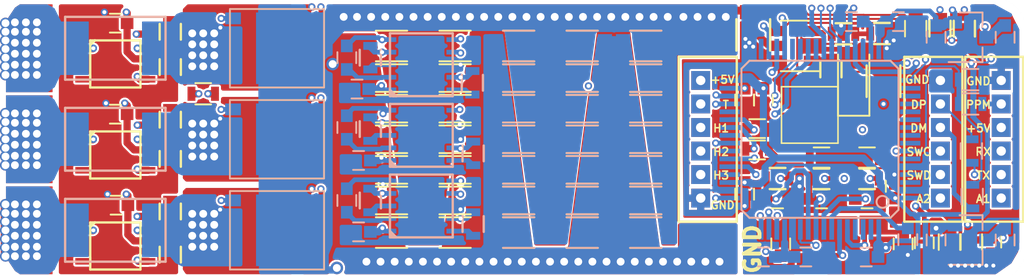
<source format=kicad_pcb>
(kicad_pcb (version 20171114) (host pcbnew "(2017-11-24 revision a01d81e4b)-makepkg")
  (layers (0 F.Cu signal) (1 In1.Cu signal) (2 In2.Cu signal) (31 B.Cu signal) (34 B.Paste user hide) (35 F.Paste user hide) (36 B.SilkS user hide) (37 F.SilkS user hide) (38 B.Mask user hide) (39 F.Mask user hide) (44 Edge.Cuts user hide))
  (net 0 "")
  (net 1 VDD)
  (net 2 "Net-(Q1-Pad1)")
  (net 3 "Net-(Q2-Pad1)")
  (net 4 VSS)
  (net 5 "Net-(Q3-Pad1)")
  (net 6 "Net-(Q5-Pad1)")
  (net 7 "Net-(Q6-Pad1)")
  (net 8 "Net-(C1-Pad1)")
  (net 9 "Net-(C2-Pad1)")
  (net 10 "Net-(C3-Pad1)")
  (net 11 "Net-(U4-Pad4)")
  (net 12 "Net-(U5-Pad4)")
  (net 13 "Net-(U6-Pad4)")
  (net 14 "Net-(U7-Pad4)")
  (net 15 "Net-(U7-Pad2)")
  (net 16 "Net-(U7-Pad3)")
  (net 17 "Net-(U7-Pad20)")
  (net 18 "Net-(U7-Pad23)")
  (net 19 "Net-(U7-Pad33)")
  (net 20 "Net-(U7-Pad40)")
  (net 21 "Net-(U7-Pad50)")
  (net 22 "Net-(U7-Pad51)")
  (net 23 "Net-(U7-Pad52)")
  (net 24 "Net-(U7-Pad53)")
  (net 25 "Net-(U7-Pad54)")
  (net 26 "Net-(U7-Pad55)")
  (net 27 "Net-(U7-Pad56)")
  (net 28 "Net-(U7-Pad25)")
  (net 29 "Net-(U7-Pad59)")
  (net 30 "Net-(U7-Pad28)")
  (net 31 "Net-(P1-Pad1)")
  (net 32 "Net-(P2-Pad1)")
  (net 33 "Net-(P3-Pad1)")
  (net 34 SH1)
  (net 35 SH2)
  (net 36 SH3)
  (net 37 C1)
  (net 38 C2)
  (net 39 C3)
  (net 40 "Net-(C17-Pad2)")
  (net 41 "Net-(C18-Pad2)")
  (net 42 VCC)
  (net 43 SENS_SUPPLY)
  (net 44 "Net-(R6-Pad2)")
  (net 45 "Net-(R8-Pad2)")
  (net 46 "Net-(R10-Pad2)")
  (net 47 SENS_1)
  (net 48 SENS_2)
  (net 49 SENS_3)
  (net 50 I1)
  (net 51 I2)
  (net 52 I3)
  (net 53 LI1)
  (net 54 HI1)
  (net 55 LI2)
  (net 56 HI2)
  (net 57 LI3)
  (net 58 HI3)
  (net 59 "Net-(C23-Pad1)")
  (net 60 "Net-(C23-Pad2)")
  (net 61 USB-DM)
  (net 62 USB-DP)
  (net 63 "Net-(D3-Pad1)")
  (net 64 "Net-(D4-Pad1)")
  (net 65 LED_GREEN)
  (net 66 LED_RED)
  (net 67 HALL_1)
  (net 68 HALL_2)
  (net 69 HALL_3)
  (net 70 SWCLK)
  (net 71 SWDIO)
  (net 72 "Net-(C30-Pad1)")
  (net 73 "Net-(C31-Pad1)")
  (net 74 SERVO)
  (net 75 TEMP_MOTOR)
  (net 76 RX)
  (net 77 TX)
  (net 78 EN)
  (net 79 servoi)
  (net 80 "Net-(C77-Pad2)")
  (net 81 "Net-(Q4-Pad1)")
  (net 82 +5V)
  (net 83 "Net-(R7-Pad1)")
  (net 84 "Net-(R9-Pad1)")
  (net 85 "Net-(R11-Pad1)")
  (net 86 "Net-(R21-Pad2)")
  (net 87 VAA)
  (net 88 "Net-(C20-Pad2)")
  (net 89 "Net-(P10-Pad4)")
  (net 90 ADC_EXT2)
  (net 91 "Net-(P10-Pad5)")
  (net 92 ADC_EXT1)
  (net 93 "Net-(U7-Pad57)")
  (net 94 "Net-(U7-Pad61)")
  (net 95 "Net-(U7-Pad62)")
  (module Resistors_SMD:R_1206 (layer F.Cu) (at 96.65 94.9)
    (fp_text reference C13 hide)
    (fp_text value 10u)
    (pad 1 smd rect (at -1.45 0) (size 0.9 1.7) (layers F.Cu F.Paste F.Mask) (net 1 VDD))
    (pad 2 smd rect (at 1.45 0) (size 0.9 1.7) (layers F.Cu F.Paste F.Mask) (net 4 VSS))
  )
  (module Resistors_SMD:R_0603 (layer F.Cu) (at 129.55 97.55 90)
    (fp_text reference R34 hide)
    (fp_text value 10k)
    (pad 1 smd rect (at -0.75 0 90) (size 0.5 0.9) (layers F.Cu F.Paste F.Mask) (net 87 VAA))
    (pad 2 smd rect (at 0.75 0 90) (size 0.5 0.9) (layers F.Cu F.Paste F.Mask) (net 75 TEMP_MOTOR))
  )
  (module Capacitors_SMD:C_0603 (layer F.Cu) (at 130.85 97.55 90)
    (fp_text reference C78 hide)
    (fp_text value 2u2)
    (pad 1 smd rect (at -0.75 0 90) (size 0.8 0.75) (layers F.Cu F.Paste F.Mask) (net 4 VSS))
    (pad 2 smd rect (at 0.75 0 90) (size 0.8 0.75) (layers F.Cu F.Paste F.Mask) (net 75 TEMP_MOTOR))
  )
  (module Resistors_SMD:R_0603 (layer F.Cu) (at 126 83.95 270)
    (fp_text reference R33 hide)
    (fp_text value 10k)
    (pad 1 smd rect (at -0.75 0 270) (size 0.5 0.9) (layers F.Cu F.Paste F.Mask) (net 1 VDD))
    (pad 2 smd rect (at 0.75 0 270) (size 0.5 0.9) (layers F.Cu F.Paste F.Mask) (net 78 EN))
  )
  (module Resistors_SMD:R_0603 (layer F.Cu) (at 80.6 88.1)
    (fp_text reference R32 hide)
    (fp_text value 10kNTC)
    (pad 1 smd rect (at -0.75 0) (size 0.5 0.9) (layers F.Cu F.Paste F.Mask) (net 87 VAA))
    (pad 2 smd rect (at 0.75 0) (size 0.5 0.9) (layers F.Cu F.Paste F.Mask) (net 80 "Net-(C77-Pad2)"))
  )
  (module Resistors_SMD:R_0603 (layer F.Cu) (at 128.15 97.55 90)
    (fp_text reference R31 hide)
    (fp_text value 10k)
    (pad 1 smd rect (at -0.75 0 90) (size 0.5 0.9) (layers F.Cu F.Paste F.Mask) (net 4 VSS))
    (pad 2 smd rect (at 0.75 0 90) (size 0.5 0.9) (layers F.Cu F.Paste F.Mask) (net 80 "Net-(C77-Pad2)"))
  )
  (module Capacitors_SMD:C_0603 (layer F.Cu) (at 126.55 97.6 90)
    (fp_text reference C77 hide)
    (fp_text value 2u2)
    (pad 1 smd rect (at -0.75 0 90) (size 0.8 0.75) (layers F.Cu F.Paste F.Mask) (net 4 VSS))
    (pad 2 smd rect (at 0.75 0 90) (size 0.8 0.75) (layers F.Cu F.Paste F.Mask) (net 80 "Net-(C77-Pad2)"))
  )
  (module Resistors_SMD:R_0603 (layer B.Cu) (at 129.5 88.75 180)
    (fp_text reference R30 hide)
    (fp_text value 100R)
    (pad 1 smd rect (at -0.75 0 180) (size 0.5 0.9) (layers B.Cu B.Paste B.Mask) (net 79 servoi))
    (pad 2 smd rect (at 0.75 0 180) (size 0.5 0.9) (layers B.Cu B.Paste B.Mask) (net 74 SERVO))
  )
  (module Resistors_SMD:R_0603 (layer B.Cu) (at 129.5 87.2 180)
    (fp_text reference C76 hide)
    (fp_text value 100n)
    (pad 1 smd rect (at -0.75 0 180) (size 0.5 0.9) (layers B.Cu B.Paste B.Mask) (net 4 VSS))
    (pad 2 smd rect (at 0.75 0 180) (size 0.5 0.9) (layers B.Cu B.Paste B.Mask) (net 74 SERVO))
  )
  (module Resistors_SMD:R_1206 (layer F.Cu) (at 104.75 91)
    (fp_text reference C73 hide)
    (fp_text value C)
    (pad 1 smd rect (at -1.45 0) (size 0.9 1.7) (layers F.Cu F.Paste F.Mask) (net 1 VDD))
    (pad 2 smd rect (at 1.45 0) (size 0.9 1.7) (layers F.Cu F.Paste F.Mask) (net 4 VSS))
  )
  (module Resistors_SMD:R_1206 (layer F.Cu) (at 96.65 87.1)
    (fp_text reference C72 hide)
    (fp_text value C)
    (pad 1 smd rect (at -1.45 0) (size 0.9 1.7) (layers F.Cu F.Paste F.Mask) (net 1 VDD))
    (pad 2 smd rect (at 1.45 0) (size 0.9 1.7) (layers F.Cu F.Paste F.Mask) (net 4 VSS))
  )
  (module Resistors_SMD:R_1206 (layer F.Cu) (at 96.65 89.05)
    (fp_text reference C71 hide)
    (fp_text value C)
    (pad 1 smd rect (at -1.45 0) (size 0.9 1.7) (layers F.Cu F.Paste F.Mask) (net 1 VDD))
    (pad 2 smd rect (at 1.45 0) (size 0.9 1.7) (layers F.Cu F.Paste F.Mask) (net 4 VSS))
  )
  (module Resistors_SMD:R_1206 (layer F.Cu) (at 100.7 87.1 180)
    (fp_text reference C70 hide)
    (fp_text value C)
    (pad 1 smd rect (at -1.45 0 180) (size 0.9 1.7) (layers F.Cu F.Paste F.Mask) (net 1 VDD))
    (pad 2 smd rect (at 1.45 0 180) (size 0.9 1.7) (layers F.Cu F.Paste F.Mask) (net 4 VSS))
  )
  (module Resistors_SMD:R_1206 (layer F.Cu) (at 92.6 96.85 180)
    (fp_text reference C69 hide)
    (fp_text value C)
    (pad 1 smd rect (at -1.45 0 180) (size 0.9 1.7) (layers F.Cu F.Paste F.Mask) (net 1 VDD))
    (pad 2 smd rect (at 1.45 0 180) (size 0.9 1.7) (layers F.Cu F.Paste F.Mask) (net 4 VSS))
  )
  (module Resistors_SMD:R_1206 (layer F.Cu) (at 108.8 89.05 180)
    (fp_text reference C68 hide)
    (fp_text value C)
    (pad 1 smd rect (at -1.45 0 180) (size 0.9 1.7) (layers F.Cu F.Paste F.Mask) (net 1 VDD))
    (pad 2 smd rect (at 1.45 0 180) (size 0.9 1.7) (layers F.Cu F.Paste F.Mask) (net 4 VSS))
  )
  (module Resistors_SMD:R_1206 (layer B.Cu) (at 100.7 92.95 180)
    (fp_text reference C67 hide)
    (fp_text value C)
    (pad 1 smd rect (at -1.45 0 180) (size 0.9 1.7) (layers B.Cu B.Paste B.Mask) (net 1 VDD))
    (pad 2 smd rect (at 1.45 0 180) (size 0.9 1.7) (layers B.Cu B.Paste B.Mask) (net 4 VSS))
  )
  (module Resistors_SMD:R_1206 (layer B.Cu) (at 104.75 92.95)
    (fp_text reference C66 hide)
    (fp_text value C)
    (pad 1 smd rect (at -1.45 0) (size 0.9 1.7) (layers B.Cu B.Paste B.Mask) (net 1 VDD))
    (pad 2 smd rect (at 1.45 0) (size 0.9 1.7) (layers B.Cu B.Paste B.Mask) (net 4 VSS))
  )
  (module Resistors_SMD:R_1206 (layer B.Cu) (at 104.75 87.1)
    (fp_text reference C65 hide)
    (fp_text value C)
    (pad 1 smd rect (at -1.45 0) (size 0.9 1.7) (layers B.Cu B.Paste B.Mask) (net 1 VDD))
    (pad 2 smd rect (at 1.45 0) (size 0.9 1.7) (layers B.Cu B.Paste B.Mask) (net 4 VSS))
  )
  (module Resistors_SMD:R_1206 (layer F.Cu) (at 108.8 96.85 180)
    (fp_text reference C64 hide)
    (fp_text value C)
    (pad 1 smd rect (at -1.45 0 180) (size 0.9 1.7) (layers F.Cu F.Paste F.Mask) (net 1 VDD))
    (pad 2 smd rect (at 1.45 0 180) (size 0.9 1.7) (layers F.Cu F.Paste F.Mask) (net 4 VSS))
  )
  (module Resistors_SMD:R_1206 (layer F.Cu) (at 100.7 89.05 180)
    (fp_text reference C59 hide)
    (fp_text value C)
    (pad 1 smd rect (at -1.45 0 180) (size 0.9 1.7) (layers F.Cu F.Paste F.Mask) (net 1 VDD))
    (pad 2 smd rect (at 1.45 0 180) (size 0.9 1.7) (layers F.Cu F.Paste F.Mask) (net 4 VSS))
  )
  (module Resistors_SMD:R_1206 (layer F.Cu) (at 92.6 91 180)
    (fp_text reference C58 hide)
    (fp_text value C)
    (pad 1 smd rect (at -1.45 0 180) (size 0.9 1.7) (layers F.Cu F.Paste F.Mask) (net 1 VDD))
    (pad 2 smd rect (at 1.45 0 180) (size 0.9 1.7) (layers F.Cu F.Paste F.Mask) (net 4 VSS))
  )
  (module Resistors_SMD:R_1206 (layer F.Cu) (at 96.65 91)
    (fp_text reference C57 hide)
    (fp_text value C)
    (pad 1 smd rect (at -1.45 0) (size 0.9 1.7) (layers F.Cu F.Paste F.Mask) (net 1 VDD))
    (pad 2 smd rect (at 1.45 0) (size 0.9 1.7) (layers F.Cu F.Paste F.Mask) (net 4 VSS))
  )
  (module Resistors_SMD:R_1206 (layer F.Cu) (at 100.7 96.85 180)
    (fp_text reference C56 hide)
    (fp_text value C)
    (pad 1 smd rect (at -1.45 0 180) (size 0.9 1.7) (layers F.Cu F.Paste F.Mask) (net 1 VDD))
    (pad 2 smd rect (at 1.45 0 180) (size 0.9 1.7) (layers F.Cu F.Paste F.Mask) (net 4 VSS))
  )
  (module Resistors_SMD:R_1206 (layer F.Cu) (at 104.75 92.95)
    (fp_text reference C55 hide)
    (fp_text value C)
    (pad 1 smd rect (at -1.45 0) (size 0.9 1.7) (layers F.Cu F.Paste F.Mask) (net 1 VDD))
    (pad 2 smd rect (at 1.45 0) (size 0.9 1.7) (layers F.Cu F.Paste F.Mask) (net 4 VSS))
  )
  (module Resistors_SMD:R_1206 (layer F.Cu) (at 96.65 96.85)
    (fp_text reference C54 hide)
    (fp_text value C)
    (pad 1 smd rect (at -1.45 0) (size 0.9 1.7) (layers F.Cu F.Paste F.Mask) (net 1 VDD))
    (pad 2 smd rect (at 1.45 0) (size 0.9 1.7) (layers F.Cu F.Paste F.Mask) (net 4 VSS))
  )
  (module Resistors_SMD:R_1206 (layer F.Cu) (at 100.7 94.9 180)
    (fp_text reference C53 hide)
    (fp_text value C)
    (pad 1 smd rect (at -1.45 0 180) (size 0.9 1.7) (layers F.Cu F.Paste F.Mask) (net 1 VDD))
    (pad 2 smd rect (at 1.45 0 180) (size 0.9 1.7) (layers F.Cu F.Paste F.Mask) (net 4 VSS))
  )
  (module Resistors_SMD:R_1206 (layer F.Cu) (at 104.75 94.9)
    (fp_text reference C52 hide)
    (fp_text value C)
    (pad 1 smd rect (at -1.45 0) (size 0.9 1.7) (layers F.Cu F.Paste F.Mask) (net 1 VDD))
    (pad 2 smd rect (at 1.45 0) (size 0.9 1.7) (layers F.Cu F.Paste F.Mask) (net 4 VSS))
  )
  (module Resistors_SMD:R_1206 (layer F.Cu) (at 104.75 87.1)
    (fp_text reference C51 hide)
    (fp_text value C)
    (pad 1 smd rect (at -1.45 0) (size 0.9 1.7) (layers F.Cu F.Paste F.Mask) (net 1 VDD))
    (pad 2 smd rect (at 1.45 0) (size 0.9 1.7) (layers F.Cu F.Paste F.Mask) (net 4 VSS))
  )
  (module Resistors_SMD:R_1206 (layer F.Cu) (at 100.7 92.95 180)
    (fp_text reference C50 hide)
    (fp_text value C)
    (pad 1 smd rect (at -1.45 0 180) (size 0.9 1.7) (layers F.Cu F.Paste F.Mask) (net 1 VDD))
    (pad 2 smd rect (at 1.45 0 180) (size 0.9 1.7) (layers F.Cu F.Paste F.Mask) (net 4 VSS))
  )
  (module Resistors_SMD:R_1206 (layer F.Cu) (at 104.75 85.15)
    (fp_text reference C49 hide)
    (fp_text value C)
    (pad 1 smd rect (at -1.45 0) (size 0.9 1.7) (layers F.Cu F.Paste F.Mask) (net 1 VDD))
    (pad 2 smd rect (at 1.45 0) (size 0.9 1.7) (layers F.Cu F.Paste F.Mask) (net 4 VSS))
  )
  (module Resistors_SMD:R_1206 (layer F.Cu) (at 104.75 96.85)
    (fp_text reference C48 hide)
    (fp_text value 10u)
    (pad 1 smd rect (at -1.45 0) (size 0.9 1.7) (layers F.Cu F.Paste F.Mask) (net 1 VDD))
    (pad 2 smd rect (at 1.45 0) (size 0.9 1.7) (layers F.Cu F.Paste F.Mask) (net 4 VSS))
  )
  (module Resistors_SMD:R_1206 (layer F.Cu) (at 108.8 92.95 180)
    (fp_text reference C47 hide)
    (fp_text value C)
    (pad 1 smd rect (at -1.45 0 180) (size 0.9 1.7) (layers F.Cu F.Paste F.Mask) (net 1 VDD))
    (pad 2 smd rect (at 1.45 0 180) (size 0.9 1.7) (layers F.Cu F.Paste F.Mask) (net 4 VSS))
  )
  (module Resistors_SMD:R_1206 (layer F.Cu) (at 96.65 92.95)
    (fp_text reference C46 hide)
    (fp_text value C)
    (pad 1 smd rect (at -1.45 0) (size 0.9 1.7) (layers F.Cu F.Paste F.Mask) (net 1 VDD))
    (pad 2 smd rect (at 1.45 0) (size 0.9 1.7) (layers F.Cu F.Paste F.Mask) (net 4 VSS))
  )
  (module Resistors_SMD:R_1206 (layer F.Cu) (at 96.65 85.15)
    (fp_text reference C45 hide)
    (fp_text value C)
    (pad 1 smd rect (at -1.45 0) (size 0.9 1.7) (layers F.Cu F.Paste F.Mask) (net 1 VDD))
    (pad 2 smd rect (at 1.45 0) (size 0.9 1.7) (layers F.Cu F.Paste F.Mask) (net 4 VSS))
  )
  (module Resistors_SMD:R_1206 (layer F.Cu) (at 100.7 85.15 180)
    (fp_text reference C44 hide)
    (fp_text value C)
    (pad 1 smd rect (at -1.45 0 180) (size 0.9 1.7) (layers F.Cu F.Paste F.Mask) (net 1 VDD))
    (pad 2 smd rect (at 1.45 0 180) (size 0.9 1.7) (layers F.Cu F.Paste F.Mask) (net 4 VSS))
  )
  (module Resistors_SMD:R_1206 (layer B.Cu) (at 100.7 89.05 180)
    (fp_text reference C43 hide)
    (fp_text value C)
    (pad 1 smd rect (at -1.45 0 180) (size 0.9 1.7) (layers B.Cu B.Paste B.Mask) (net 1 VDD))
    (pad 2 smd rect (at 1.45 0 180) (size 0.9 1.7) (layers B.Cu B.Paste B.Mask) (net 4 VSS))
  )
  (module Resistors_SMD:R_1206 (layer F.Cu) (at 92.6 94.9 180)
    (fp_text reference C42 hide)
    (fp_text value C)
    (pad 1 smd rect (at -1.45 0 180) (size 0.9 1.7) (layers F.Cu F.Paste F.Mask) (net 1 VDD))
    (pad 2 smd rect (at 1.45 0 180) (size 0.9 1.7) (layers F.Cu F.Paste F.Mask) (net 4 VSS))
  )
  (module Resistors_SMD:R_1206 (layer B.Cu) (at 100.7 96.85 180)
    (fp_text reference C41 hide)
    (fp_text value C)
    (pad 1 smd rect (at -1.45 0 180) (size 0.9 1.7) (layers B.Cu B.Paste B.Mask) (net 1 VDD))
    (pad 2 smd rect (at 1.45 0 180) (size 0.9 1.7) (layers B.Cu B.Paste B.Mask) (net 4 VSS))
  )
  (module Resistors_SMD:R_1206 (layer F.Cu) (at 108.8 91 180)
    (fp_text reference C40 hide)
    (fp_text value C)
    (pad 1 smd rect (at -1.45 0 180) (size 0.9 1.7) (layers F.Cu F.Paste F.Mask) (net 1 VDD))
    (pad 2 smd rect (at 1.45 0 180) (size 0.9 1.7) (layers F.Cu F.Paste F.Mask) (net 4 VSS))
  )
  (module Resistors_SMD:R_1206 (layer B.Cu) (at 104.75 89.05)
    (fp_text reference C38 hide)
    (fp_text value C)
    (pad 1 smd rect (at -1.45 0) (size 0.9 1.7) (layers B.Cu B.Paste B.Mask) (net 1 VDD))
    (pad 2 smd rect (at 1.45 0) (size 0.9 1.7) (layers B.Cu B.Paste B.Mask) (net 4 VSS))
  )
  (module Resistors_SMD:R_1206 (layer B.Cu) (at 104.75 91)
    (fp_text reference C37 hide)
    (fp_text value C)
    (pad 1 smd rect (at -1.45 0) (size 0.9 1.7) (layers B.Cu B.Paste B.Mask) (net 1 VDD))
    (pad 2 smd rect (at 1.45 0) (size 0.9 1.7) (layers B.Cu B.Paste B.Mask) (net 4 VSS))
  )
  (module Resistors_SMD:R_1206 (layer F.Cu) (at 100.7 91 180)
    (fp_text reference C34 hide)
    (fp_text value C)
    (pad 1 smd rect (at -1.45 0 180) (size 0.9 1.7) (layers F.Cu F.Paste F.Mask) (net 1 VDD))
    (pad 2 smd rect (at 1.45 0 180) (size 0.9 1.7) (layers F.Cu F.Paste F.Mask) (net 4 VSS))
  )
  (module Resistors_SMD:R_1206 (layer B.Cu) (at 100.7 87.1 180)
    (fp_text reference C33 hide)
    (fp_text value C)
    (pad 1 smd rect (at -1.45 0 180) (size 0.9 1.7) (layers B.Cu B.Paste B.Mask) (net 1 VDD))
    (pad 2 smd rect (at 1.45 0 180) (size 0.9 1.7) (layers B.Cu B.Paste B.Mask) (net 4 VSS))
  )
  (module Resistors_SMD:R_1206 (layer F.Cu) (at 108.8 94.9 180)
    (fp_text reference C12 hide)
    (fp_text value 10u)
    (pad 1 smd rect (at -1.45 0 180) (size 0.9 1.7) (layers F.Cu F.Paste F.Mask) (net 1 VDD))
    (pad 2 smd rect (at 1.45 0 180) (size 0.9 1.7) (layers F.Cu F.Paste F.Mask) (net 4 VSS))
  )
  (module Resistors_SMD:R_1206 (layer B.Cu) (at 104.75 85.15)
    (fp_text reference C5 hide)
    (fp_text value 10u)
    (pad 1 smd rect (at -1.45 0) (size 0.9 1.7) (layers B.Cu B.Paste B.Mask) (net 1 VDD))
    (pad 2 smd rect (at 1.45 0) (size 0.9 1.7) (layers B.Cu B.Paste B.Mask) (net 4 VSS))
  )
  (module Resistors_SMD:R_1206 (layer B.Cu) (at 100.7 94.9 180)
    (fp_text reference C4 hide)
    (fp_text value 10u)
    (pad 1 smd rect (at -1.45 0 180) (size 0.9 1.7) (layers B.Cu B.Paste B.Mask) (net 1 VDD))
    (pad 2 smd rect (at 1.45 0 180) (size 0.9 1.7) (layers B.Cu B.Paste B.Mask) (net 4 VSS))
  )
  (module mojaKniznica:5x3.2KRISTALL (layer F.Cu) (at 121.32331 97.667094 180)
    (fp_text reference X1 hide)
    (fp_text value CRYSTAL_SMD hide)
    (pad 3 smd rect (at -1.99898 -1.19888 180) (size 1.80086 1.19888) (layers F.Cu F.Paste F.Mask) (net 4 VSS))
    (pad 2 smd rect (at 1.99898 -1.19888 180) (size 1.80086 1.19888) (layers F.Cu F.Paste F.Mask) (net 73 "Net-(C31-Pad1)"))
    (pad 1 smd rect (at -1.99898 1.19888 180) (size 1.80086 1.19888) (layers F.Cu F.Paste F.Mask) (net 72 "Net-(C30-Pad1)"))
    (pad 3 smd rect (at 1.99898 1.19888 180) (size 1.80086 1.19888) (layers F.Cu F.Paste F.Mask) (net 4 VSS))
  )
  (module Capacitors_SMD:C_0603 (layer F.Cu) (at 117.4 97.667094 90)
    (fp_text reference C31 hide)
    (fp_text value 10pF)
    (pad 1 smd rect (at -0.75 0 90) (size 0.8 0.75) (layers F.Cu F.Paste F.Mask) (net 73 "Net-(C31-Pad1)"))
    (pad 2 smd rect (at 0.75 0 90) (size 0.8 0.75) (layers F.Cu F.Paste F.Mask) (net 4 VSS))
  )
  (module Capacitors_SMD:C_0603 (layer F.Cu) (at 125.2 97.667094 270)
    (fp_text reference C30 hide)
    (fp_text value 10pF)
    (pad 1 smd rect (at -0.75 0 270) (size 0.8 0.75) (layers F.Cu F.Paste F.Mask) (net 72 "Net-(C30-Pad1)"))
    (pad 2 smd rect (at 0.75 0 270) (size 0.8 0.75) (layers F.Cu F.Paste F.Mask) (net 4 VSS))
  )
  (module Resistors_SMD:R_0603 (layer F.Cu) (at 120 92.2 180)
    (fp_text reference R29 hide)
    (fp_text value 220R)
    (pad 1 smd rect (at -0.75 0 180) (size 0.5 0.9) (layers F.Cu F.Paste F.Mask) (net 4 VSS))
    (pad 2 smd rect (at 0.75 0 180) (size 0.5 0.9) (layers F.Cu F.Paste F.Mask) (net 63 "Net-(D3-Pad1)"))
  )
  (module Resistors_SMD:R_0603 (layer F.Cu) (at 122.9 92.2)
    (fp_text reference R28 hide)
    (fp_text value 220R)
    (pad 1 smd rect (at -0.75 0) (size 0.5 0.9) (layers F.Cu F.Paste F.Mask) (net 4 VSS))
    (pad 2 smd rect (at 0.75 0) (size 0.5 0.9) (layers F.Cu F.Paste F.Mask) (net 64 "Net-(D4-Pad1)"))
  )
  (module Resistors_SMD:R_0603 (layer F.Cu) (at 115.9 90.4 180)
    (fp_text reference D4 hide)
    (fp_text value LED)
    (pad 1 smd rect (at -0.75 0 180) (size 0.5 0.9) (layers F.Cu F.Paste F.Mask) (net 64 "Net-(D4-Pad1)"))
    (pad 2 smd rect (at 0.75 0 180) (size 0.5 0.9) (layers F.Cu F.Paste F.Mask) (net 66 LED_RED))
  )
  (module Resistors_SMD:R_0603 (layer F.Cu) (at 115.9 91.6 180)
    (fp_text reference D3 hide)
    (fp_text value LED)
    (pad 1 smd rect (at -0.75 0 180) (size 0.5 0.9) (layers F.Cu F.Paste F.Mask) (net 63 "Net-(D3-Pad1)"))
    (pad 2 smd rect (at 0.75 0 180) (size 0.5 0.9) (layers F.Cu F.Paste F.Mask) (net 65 LED_GREEN))
  )
  (module Resistors_SMD:R_0603 (layer B.Cu) (at 129.55 91.75 270)
    (fp_text reference R27 hide)
    (fp_text value 22R)
    (pad 1 smd rect (at -0.75 0 270) (size 0.5 0.9) (layers B.Cu B.Paste B.Mask) (net 91 "Net-(P10-Pad5)"))
    (pad 2 smd rect (at 0.75 0 270) (size 0.5 0.9) (layers B.Cu B.Paste B.Mask) (net 62 USB-DP))
  )
  (module Resistors_SMD:R_0603 (layer B.Cu) (at 129.6 94.65 90)
    (fp_text reference R25 hide)
    (fp_text value 22R)
    (pad 1 smd rect (at -0.75 0 90) (size 0.5 0.9) (layers B.Cu B.Paste B.Mask) (net 89 "Net-(P10-Pad4)"))
    (pad 2 smd rect (at 0.75 0 90) (size 0.5 0.9) (layers B.Cu B.Paste B.Mask) (net 61 USB-DM))
  )
  (module TO_SOT_Packages_SMD:SOT-23-6 (layer F.Cu) (at 118.3 85.05 180)
    (fp_text reference U8 hide)
    (fp_text value LMR16006)
    (pad 1 smd rect (at -1.1 -0.95 180) (size 1.06 0.65) (layers F.Cu F.Paste F.Mask) (net 60 "Net-(C23-Pad2)"))
    (pad 2 smd rect (at -1.1 0 180) (size 1.06 0.65) (layers F.Cu F.Paste F.Mask) (net 4 VSS))
    (pad 3 smd rect (at -1.1 0.95 180) (size 1.06 0.65) (layers F.Cu F.Paste F.Mask) (net 86 "Net-(R21-Pad2)"))
    (pad 4 smd rect (at 1.1 0.95 180) (size 1.06 0.65) (layers F.Cu F.Paste F.Mask) (net 78 EN))
    (pad 6 smd rect (at 1.1 -0.95 180) (size 1.06 0.65) (layers F.Cu F.Paste F.Mask) (net 59 "Net-(C23-Pad1)"))
    (pad 5 smd rect (at 1.1 0 180) (size 1.06 0.65) (layers F.Cu F.Paste F.Mask) (net 1 VDD))
  )
  (module Resistors_SMD:R_0603 (layer F.Cu) (at 121.4 84.28)
    (fp_text reference R22 hide)
    (fp_text value 8k)
    (pad 1 smd rect (at -0.75 0) (size 0.5 0.9) (layers F.Cu F.Paste F.Mask) (net 82 +5V))
    (pad 2 smd rect (at 0.75 0) (size 0.5 0.9) (layers F.Cu F.Paste F.Mask) (net 86 "Net-(R21-Pad2)"))
  )
  (module Resistors_SMD:R_0603 (layer F.Cu) (at 123.85 84.26 180)
    (fp_text reference R21 hide)
    (fp_text value 510R)
    (pad 1 smd rect (at -0.75 0 180) (size 0.5 0.9) (layers F.Cu F.Paste F.Mask) (net 4 VSS))
    (pad 2 smd rect (at 0.75 0 180) (size 0.5 0.9) (layers F.Cu F.Paste F.Mask) (net 86 "Net-(R21-Pad2)"))
  )
  (module Diodes_SMD:D_SOD-123 (layer F.Cu) (at 122.05 87.25 90)
    (fp_text reference D1 hide)
    (fp_text value D_Schottky)
    (pad 1 smd rect (at -1.65 0 90) (size 0.9 1.2) (layers F.Cu F.Paste F.Mask) (net 59 "Net-(C23-Pad1)"))
    (pad 2 smd rect (at 1.65 0 90) (size 0.9 1.2) (layers F.Cu F.Paste F.Mask) (net 4 VSS))
  )
  (module Resistors_SMD:R_1206 (layer F.Cu) (at 123.95 87.3 270)
    (fp_text reference C25 hide)
    (fp_text value 10u)
    (pad 1 smd rect (at -1.45 0 270) (size 0.9 1.7) (layers F.Cu F.Paste F.Mask) (net 4 VSS))
    (pad 2 smd rect (at 1.45 0 270) (size 0.9 1.7) (layers F.Cu F.Paste F.Mask) (net 82 +5V))
  )
  (module Resistors_SMD:R_1206 (layer F.Cu) (at 115.65 84.35 90)
    (fp_text reference C24 hide)
    (fp_text value 10u)
    (pad 1 smd rect (at -1.45 0 90) (size 0.9 1.7) (layers F.Cu F.Paste F.Mask) (net 4 VSS))
    (pad 2 smd rect (at 1.45 0 90) (size 0.9 1.7) (layers F.Cu F.Paste F.Mask) (net 1 VDD))
  )
  (module Resistors_SMD:R_0603 (layer F.Cu) (at 120.6 86.55 90)
    (fp_text reference C23 hide)
    (fp_text value 220nF)
    (pad 1 smd rect (at -0.75 0 90) (size 0.5 0.9) (layers F.Cu F.Paste F.Mask) (net 59 "Net-(C23-Pad1)"))
    (pad 2 smd rect (at 0.75 0 90) (size 0.5 0.9) (layers F.Cu F.Paste F.Mask) (net 60 "Net-(C23-Pad2)"))
  )
  (module Resistors_SMD:R_0603 (layer F.Cu) (at 117.2 93.5 180)
    (fp_text reference R20 hide)
    (fp_text value 100R)
    (pad 1 smd rect (at -0.75 0 180) (size 0.5 0.9) (layers F.Cu F.Paste F.Mask) (net 52 I3))
    (pad 2 smd rect (at 0.75 0 180) (size 0.5 0.9) (layers F.Cu F.Paste F.Mask) (net 39 C3))
  )
  (module Resistors_SMD:R_0603 (layer F.Cu) (at 120 93.5 180)
    (fp_text reference R19 hide)
    (fp_text value 100R)
    (pad 1 smd rect (at -0.75 0 180) (size 0.5 0.9) (layers F.Cu F.Paste F.Mask) (net 51 I2))
    (pad 2 smd rect (at 0.75 0 180) (size 0.5 0.9) (layers F.Cu F.Paste F.Mask) (net 38 C2))
  )
  (module Resistors_SMD:R_0603 (layer F.Cu) (at 122.9 93.5 180)
    (fp_text reference R18 hide)
    (fp_text value 100R)
    (pad 1 smd rect (at -0.75 0 180) (size 0.5 0.9) (layers F.Cu F.Paste F.Mask) (net 50 I1))
    (pad 2 smd rect (at 0.75 0 180) (size 0.5 0.9) (layers F.Cu F.Paste F.Mask) (net 37 C1))
  )
  (module Resistors_SMD:R_0603 (layer F.Cu) (at 78.5 86.4 90)
    (fp_text reference R17 hide)
    (fp_text value 2k2)
    (pad 1 smd rect (at -0.75 0 90) (size 0.5 0.9) (layers F.Cu F.Paste F.Mask) (net 4 VSS))
    (pad 2 smd rect (at 0.75 0 90) (size 0.5 0.9) (layers F.Cu F.Paste F.Mask) (net 49 SENS_3))
  )
  (module Resistors_SMD:R_0603 (layer F.Cu) (at 78.5 84.15 90)
    (fp_text reference R16 hide)
    (fp_text value 25k5)
    (pad 1 smd rect (at -0.75 0 90) (size 0.5 0.9) (layers F.Cu F.Paste F.Mask) (net 49 SENS_3))
    (pad 2 smd rect (at 0.75 0 90) (size 0.5 0.9) (layers F.Cu F.Paste F.Mask) (net 36 SH3))
  )
  (module Resistors_SMD:R_0603 (layer F.Cu) (at 78.5 98.35 90)
    (fp_text reference R15 hide)
    (fp_text value 2k2)
    (pad 1 smd rect (at -0.75 0 90) (size 0.5 0.9) (layers F.Cu F.Paste F.Mask) (net 4 VSS))
    (pad 2 smd rect (at 0.75 0 90) (size 0.5 0.9) (layers F.Cu F.Paste F.Mask) (net 48 SENS_2))
  )
  (module Resistors_SMD:R_0603 (layer F.Cu) (at 78.5 95.6 90)
    (fp_text reference R14 hide)
    (fp_text value 25k5)
    (pad 1 smd rect (at -0.75 0 90) (size 0.5 0.9) (layers F.Cu F.Paste F.Mask) (net 48 SENS_2))
    (pad 2 smd rect (at 0.75 0 90) (size 0.5 0.9) (layers F.Cu F.Paste F.Mask) (net 35 SH2))
  )
  (module Resistors_SMD:R_0603 (layer F.Cu) (at 78.5 92.25 90)
    (fp_text reference R13 hide)
    (fp_text value 2k2)
    (pad 1 smd rect (at -0.75 0 90) (size 0.5 0.9) (layers F.Cu F.Paste F.Mask) (net 4 VSS))
    (pad 2 smd rect (at 0.75 0 90) (size 0.5 0.9) (layers F.Cu F.Paste F.Mask) (net 47 SENS_1))
  )
  (module Resistors_SMD:R_0603 (layer F.Cu) (at 78.5 89.75 90)
    (fp_text reference R12 hide)
    (fp_text value 25k5)
    (pad 1 smd rect (at -0.75 0 90) (size 0.5 0.9) (layers F.Cu F.Paste F.Mask) (net 47 SENS_1))
    (pad 2 smd rect (at 0.75 0 90) (size 0.5 0.9) (layers F.Cu F.Paste F.Mask) (net 34 SH1))
  )
  (module Resistors_SMD:R_0603 (layer B.Cu) (at 97.75 87.4 90)
    (fp_text reference R11 hide)
    (fp_text value 7R5)
    (pad 1 smd rect (at -0.75 0 90) (size 0.5 0.9) (layers B.Cu B.Paste B.Mask) (net 85 "Net-(R11-Pad1)"))
    (pad 2 smd rect (at 0.75 0 90) (size 0.5 0.9) (layers B.Cu B.Paste B.Mask) (net 7 "Net-(Q6-Pad1)"))
  )
  (module Resistors_SMD:R_0603 (layer B.Cu) (at 91.25 85.8 270)
    (fp_text reference R10 hide)
    (fp_text value 7R5)
    (pad 1 smd rect (at -0.75 0 270) (size 0.5 0.9) (layers B.Cu B.Paste B.Mask) (net 6 "Net-(Q5-Pad1)"))
    (pad 2 smd rect (at 0.75 0 270) (size 0.5 0.9) (layers B.Cu B.Paste B.Mask) (net 46 "Net-(R10-Pad2)"))
  )
  (module Resistors_SMD:R_0603 (layer B.Cu) (at 97.8 96.4 90)
    (fp_text reference R9 hide)
    (fp_text value 7R5)
    (pad 1 smd rect (at -0.75 0 90) (size 0.5 0.9) (layers B.Cu B.Paste B.Mask) (net 84 "Net-(R9-Pad1)"))
    (pad 2 smd rect (at 0.75 0 90) (size 0.5 0.9) (layers B.Cu B.Paste B.Mask) (net 81 "Net-(Q4-Pad1)"))
  )
  (module Resistors_SMD:R_0603 (layer B.Cu) (at 91.25 94.9 270)
    (fp_text reference R8 hide)
    (fp_text value 7R5)
    (pad 1 smd rect (at -0.75 0 270) (size 0.5 0.9) (layers B.Cu B.Paste B.Mask) (net 5 "Net-(Q3-Pad1)"))
    (pad 2 smd rect (at 0.75 0 270) (size 0.5 0.9) (layers B.Cu B.Paste B.Mask) (net 45 "Net-(R8-Pad2)"))
  )
  (module Resistors_SMD:R_0603 (layer B.Cu) (at 97.8 91.9 90)
    (fp_text reference R7 hide)
    (fp_text value 7R5)
    (pad 1 smd rect (at -0.75 0 90) (size 0.5 0.9) (layers B.Cu B.Paste B.Mask) (net 83 "Net-(R7-Pad1)"))
    (pad 2 smd rect (at 0.75 0 90) (size 0.5 0.9) (layers B.Cu B.Paste B.Mask) (net 3 "Net-(Q2-Pad1)"))
  )
  (module Resistors_SMD:R_0603 (layer B.Cu) (at 91.25 90.35 270)
    (fp_text reference R6 hide)
    (fp_text value 7R5)
    (pad 1 smd rect (at -0.75 0 270) (size 0.5 0.9) (layers B.Cu B.Paste B.Mask) (net 2 "Net-(Q1-Pad1)"))
    (pad 2 smd rect (at 0.75 0 270) (size 0.5 0.9) (layers B.Cu B.Paste B.Mask) (net 44 "Net-(R6-Pad2)"))
  )
  (module Resistors_SMD:R_0603 (layer F.Cu) (at 129.1 83.95 270)
    (fp_text reference R5 hide)
    (fp_text value 2k2)
    (pad 1 smd rect (at -0.75 0 270) (size 0.5 0.9) (layers F.Cu F.Paste F.Mask) (net 4 VSS))
    (pad 2 smd rect (at 0.75 0 270) (size 0.5 0.9) (layers F.Cu F.Paste F.Mask) (net 43 SENS_SUPPLY))
  )
  (module Resistors_SMD:R_0603 (layer F.Cu) (at 127.55 83.95 270)
    (fp_text reference R4 hide)
    (fp_text value 25k5)
    (pad 1 smd rect (at -0.75 0 270) (size 0.5 0.9) (layers F.Cu F.Paste F.Mask) (net 1 VDD))
    (pad 2 smd rect (at 0.75 0 270) (size 0.5 0.9) (layers F.Cu F.Paste F.Mask) (net 43 SENS_SUPPLY))
  )
  (module Capacitors_SMD:C_0603 (layer F.Cu) (at 124.7 94 90)
    (fp_text reference C21 hide)
    (fp_text value 2u2)
    (pad 1 smd rect (at -0.75 0 90) (size 0.8 0.75) (layers F.Cu F.Paste F.Mask) (net 42 VCC))
    (pad 2 smd rect (at 0.75 0 90) (size 0.8 0.75) (layers F.Cu F.Paste F.Mask) (net 4 VSS))
  )
  (module Capacitors_SMD:C_0603 (layer B.Cu) (at 125.5 97.4 90)
    (fp_text reference C20 hide)
    (fp_text value 220nF)
    (pad 1 smd rect (at -0.75 0 90) (size 0.8 0.75) (layers B.Cu B.Paste B.Mask) (net 4 VSS))
    (pad 2 smd rect (at 0.75 0 90) (size 0.8 0.75) (layers B.Cu B.Paste B.Mask) (net 88 "Net-(C20-Pad2)"))
  )
  (module Capacitors_SMD:C_0603 (layer B.Cu) (at 119 98.5)
    (fp_text reference C19 hide)
    (fp_text value 2u2)
    (pad 1 smd rect (at -0.75 0) (size 0.8 0.75) (layers B.Cu B.Paste B.Mask) (net 87 VAA))
    (pad 2 smd rect (at 0.75 0) (size 0.8 0.75) (layers B.Cu B.Paste B.Mask) (net 4 VSS))
  )
  (module Capacitors_SMD:C_0603 (layer B.Cu) (at 121.9 83.5)
    (fp_text reference C18 hide)
    (fp_text value 2u2)
    (pad 1 smd rect (at -0.75 0) (size 0.8 0.75) (layers B.Cu B.Paste B.Mask) (net 4 VSS))
    (pad 2 smd rect (at 0.75 0) (size 0.8 0.75) (layers B.Cu B.Paste B.Mask) (net 41 "Net-(C18-Pad2)"))
  )
  (module Capacitors_SMD:C_0603 (layer F.Cu) (at 115.1 88.5 90)
    (fp_text reference C17 hide)
    (fp_text value 2u2)
    (pad 1 smd rect (at -0.75 0 90) (size 0.8 0.75) (layers F.Cu F.Paste F.Mask) (net 4 VSS))
    (pad 2 smd rect (at 0.75 0 90) (size 0.8 0.75) (layers F.Cu F.Paste F.Mask) (net 40 "Net-(C17-Pad2)"))
  )
  (module Capacitors_SMD:C_0603 (layer F.Cu) (at 117.2 94.8 180)
    (fp_text reference C16 hide)
    (fp_text value 4n7)
    (pad 1 smd rect (at -0.75 0 180) (size 0.8 0.75) (layers F.Cu F.Paste F.Mask) (net 4 VSS))
    (pad 2 smd rect (at 0.75 0 180) (size 0.8 0.75) (layers F.Cu F.Paste F.Mask) (net 39 C3))
  )
  (module Capacitors_SMD:C_0603 (layer F.Cu) (at 120 94.8 180)
    (fp_text reference C15 hide)
    (fp_text value 4n7)
    (pad 1 smd rect (at -0.75 0 180) (size 0.8 0.75) (layers F.Cu F.Paste F.Mask) (net 4 VSS))
    (pad 2 smd rect (at 0.75 0 180) (size 0.8 0.75) (layers F.Cu F.Paste F.Mask) (net 38 C2))
  )
  (module Capacitors_SMD:C_0603 (layer F.Cu) (at 122.9 94.8 180)
    (fp_text reference C14 hide)
    (fp_text value 4n7)
    (pad 1 smd rect (at -0.75 0 180) (size 0.8 0.75) (layers F.Cu F.Paste F.Mask) (net 4 VSS))
    (pad 2 smd rect (at 0.75 0 180) (size 0.8 0.75) (layers F.Cu F.Paste F.Mask) (net 37 C1))
  )
  (module Capacitors_SMD:C_0603 (layer F.Cu) (at 75 83.6)
    (fp_text reference C11 hide)
    (fp_text value 2u2)
    (pad 1 smd rect (at -0.75 0) (size 0.8 0.75) (layers F.Cu F.Paste F.Mask) (net 4 VSS))
    (pad 2 smd rect (at 0.75 0) (size 0.8 0.75) (layers F.Cu F.Paste F.Mask) (net 87 VAA))
  )
  (module Capacitors_SMD:C_0603 (layer F.Cu) (at 75 89.4)
    (fp_text reference C10 hide)
    (fp_text value 2u2)
    (pad 1 smd rect (at -0.75 0) (size 0.8 0.75) (layers F.Cu F.Paste F.Mask) (net 4 VSS))
    (pad 2 smd rect (at 0.75 0) (size 0.8 0.75) (layers F.Cu F.Paste F.Mask) (net 87 VAA))
  )
  (module Capacitors_SMD:C_0603 (layer F.Cu) (at 75.05 95.2)
    (fp_text reference C9 hide)
    (fp_text value 2u2)
    (pad 1 smd rect (at -0.75 0) (size 0.8 0.75) (layers F.Cu F.Paste F.Mask) (net 4 VSS))
    (pad 2 smd rect (at 0.75 0) (size 0.8 0.75) (layers F.Cu F.Paste F.Mask) (net 87 VAA))
  )
  (module Capacitors_SMD:C_0603 (layer B.Cu) (at 90.4 87.8 180)
    (fp_text reference C8 hide)
    (fp_text value 2u2)
    (pad 1 smd rect (at -0.75 0 180) (size 0.8 0.75) (layers B.Cu B.Paste B.Mask) (net 82 +5V))
    (pad 2 smd rect (at 0.75 0 180) (size 0.8 0.75) (layers B.Cu B.Paste B.Mask) (net 4 VSS))
  )
  (module Capacitors_SMD:C_0603 (layer B.Cu) (at 90.5 96.9 180)
    (fp_text reference C7 hide)
    (fp_text value 2u2)
    (pad 1 smd rect (at -0.75 0 180) (size 0.8 0.75) (layers B.Cu B.Paste B.Mask) (net 82 +5V))
    (pad 2 smd rect (at 0.75 0 180) (size 0.8 0.75) (layers B.Cu B.Paste B.Mask) (net 4 VSS))
  )
  (module Capacitors_SMD:C_0603 (layer B.Cu) (at 90.5 92.35 180)
    (fp_text reference C6 hide)
    (fp_text value 2u2)
    (pad 1 smd rect (at -0.75 0 180) (size 0.8 0.75) (layers B.Cu B.Paste B.Mask) (net 82 +5V))
    (pad 2 smd rect (at 0.75 0 180) (size 0.8 0.75) (layers B.Cu B.Paste B.Mask) (net 4 VSS))
  )
  (module Capacitors_SMD:C_0603 (layer B.Cu) (at 89.75 85.8 90)
    (fp_text reference C3 hide)
    (fp_text value 220n)
    (pad 1 smd rect (at -0.75 0 90) (size 0.8 0.75) (layers B.Cu B.Paste B.Mask) (net 10 "Net-(C3-Pad1)"))
    (pad 2 smd rect (at 0.75 0 90) (size 0.8 0.75) (layers B.Cu B.Paste B.Mask) (net 36 SH3))
  )
  (module Capacitors_SMD:C_0603 (layer B.Cu) (at 89.75 94.9 90)
    (fp_text reference C2 hide)
    (fp_text value 220n)
    (pad 1 smd rect (at -0.75 0 90) (size 0.8 0.75) (layers B.Cu B.Paste B.Mask) (net 9 "Net-(C2-Pad1)"))
    (pad 2 smd rect (at 0.75 0 90) (size 0.8 0.75) (layers B.Cu B.Paste B.Mask) (net 35 SH2))
  )
  (module Capacitors_SMD:C_0603 (layer B.Cu) (at 89.75 90.25 90)
    (fp_text reference C1 hide)
    (fp_text value 220n)
    (pad 1 smd rect (at -0.75 0 90) (size 0.8 0.75) (layers B.Cu B.Paste B.Mask) (net 8 "Net-(C1-Pad1)"))
    (pad 2 smd rect (at 0.75 0 90) (size 0.8 0.75) (layers B.Cu B.Paste B.Mask) (net 34 SH1))
  )
  (module kicad_subory:MSOP (layer F.Cu) (at 75 92)
    (fp_text reference U4 hide)
    (fp_text value AD8418)
    (pad 8 smd rect (at 2.105 -0.975) (size 0.89 0.42) (layers F.Cu F.Paste F.Mask) (net 34 SH1))
    (pad 7 smd rect (at 2.105 -0.325) (size 0.89 0.42) (layers F.Cu F.Paste F.Mask) (net 87 VAA))
    (pad 6 smd rect (at 2.105 0.325) (size 0.89 0.42) (layers F.Cu F.Paste F.Mask) (net 87 VAA))
    (pad 5 smd rect (at 2.105 0.975) (size 0.89 0.42) (layers F.Cu F.Paste F.Mask) (net 50 I1))
    (pad 4 smd rect (at -2.105 0.975) (size 0.89 0.42) (layers F.Cu F.Paste F.Mask) (net 11 "Net-(U4-Pad4)"))
    (pad 3 smd rect (at -2.105 0.325) (size 0.89 0.42) (layers F.Cu F.Paste F.Mask) (net 4 VSS))
    (pad 2 smd rect (at -2.105 -0.325) (size 0.89 0.42) (layers F.Cu F.Paste F.Mask) (net 4 VSS))
    (pad 1 smd rect (at -2.105 -0.975) (size 0.89 0.42) (layers F.Cu F.Paste F.Mask) (net 31 "Net-(P1-Pad1)"))
  )
  (module kicad_subory:MSOP (layer F.Cu) (at 75 97.8)
    (fp_text reference U5 hide)
    (fp_text value AD8418)
    (pad 8 smd rect (at 2.105 -0.975) (size 0.89 0.42) (layers F.Cu F.Paste F.Mask) (net 35 SH2))
    (pad 7 smd rect (at 2.105 -0.325) (size 0.89 0.42) (layers F.Cu F.Paste F.Mask) (net 87 VAA))
    (pad 6 smd rect (at 2.105 0.325) (size 0.89 0.42) (layers F.Cu F.Paste F.Mask) (net 87 VAA))
    (pad 5 smd rect (at 2.105 0.975) (size 0.89 0.42) (layers F.Cu F.Paste F.Mask) (net 51 I2))
    (pad 4 smd rect (at -2.105 0.975) (size 0.89 0.42) (layers F.Cu F.Paste F.Mask) (net 12 "Net-(U5-Pad4)"))
    (pad 3 smd rect (at -2.105 0.325) (size 0.89 0.42) (layers F.Cu F.Paste F.Mask) (net 4 VSS))
    (pad 2 smd rect (at -2.105 -0.325) (size 0.89 0.42) (layers F.Cu F.Paste F.Mask) (net 4 VSS))
    (pad 1 smd rect (at -2.105 -0.975) (size 0.89 0.42) (layers F.Cu F.Paste F.Mask) (net 32 "Net-(P2-Pad1)"))
  )
  (module kicad_subory:MSOP (layer F.Cu) (at 75 86.2)
    (fp_text reference U6 hide)
    (fp_text value AD8418)
    (pad 8 smd rect (at 2.105 -0.975) (size 0.89 0.42) (layers F.Cu F.Paste F.Mask) (net 36 SH3))
    (pad 7 smd rect (at 2.105 -0.325) (size 0.89 0.42) (layers F.Cu F.Paste F.Mask) (net 87 VAA))
    (pad 6 smd rect (at 2.105 0.325) (size 0.89 0.42) (layers F.Cu F.Paste F.Mask) (net 87 VAA))
    (pad 5 smd rect (at 2.105 0.975) (size 0.89 0.42) (layers F.Cu F.Paste F.Mask) (net 52 I3))
    (pad 4 smd rect (at -2.105 0.975) (size 0.89 0.42) (layers F.Cu F.Paste F.Mask) (net 13 "Net-(U6-Pad4)"))
    (pad 3 smd rect (at -2.105 0.325) (size 0.89 0.42) (layers F.Cu F.Paste F.Mask) (net 4 VSS))
    (pad 2 smd rect (at -2.105 -0.325) (size 0.89 0.42) (layers F.Cu F.Paste F.Mask) (net 4 VSS))
    (pad 1 smd rect (at -2.105 -0.975) (size 0.89 0.42) (layers F.Cu F.Paste F.Mask) (net 33 "Net-(P3-Pad1)"))
  )
  (module crf1:lqfp64_pad_mod (layer B.Cu) (at 119.9 91 180)
    (fp_text reference U7 hide)
    (fp_text value STM32F40X_LQFP64 hide)
    (pad 4 smd rect (at -2.25044 -5.75056 180) (size 0.3 1.30048) (layers B.Cu B.Paste B.Mask) (net 14 "Net-(U7-Pad4)"))
    (pad 5 smd rect (at -1.75006 -5.75056 180) (size 0.3 1.30048) (layers B.Cu B.Paste B.Mask) (net 72 "Net-(C30-Pad1)"))
    (pad 6 smd rect (at -1.24968 -5.75056 180) (size 0.3 1.30048) (layers B.Cu B.Paste B.Mask) (net 73 "Net-(C31-Pad1)"))
    (pad 7 smd rect (at -0.7493 -5.75056 180) (size 0.3 1.30048) (layers B.Cu B.Paste B.Mask) (net 88 "Net-(C20-Pad2)"))
    (pad 8 smd rect (at -0.24892 -5.75056 180) (size 0.3 1.30048) (layers B.Cu B.Paste B.Mask) (net 37 C1))
    (pad 1 smd rect (at -3.74904 -5.75056 180) (size 0.3 1.30048) (layers B.Cu B.Paste B.Mask) (net 42 VCC))
    (pad 2 smd rect (at -3.2512 -5.75056 180) (size 0.3 1.30048) (layers B.Cu B.Paste B.Mask) (net 15 "Net-(U7-Pad2)"))
    (pad 3 smd rect (at -2.75082 -5.75056 180) (size 0.3 1.30048) (layers B.Cu B.Paste B.Mask) (net 16 "Net-(U7-Pad3)"))
    (pad 17 smd rect (at 5.75056 -3.74904 180) (size 1.30048 0.3) (layers B.Cu B.Paste B.Mask) (net 80 "Net-(C77-Pad2)"))
    (pad 18 smd rect (at 5.75056 -3.2512 180) (size 1.30048 0.3) (layers B.Cu B.Paste B.Mask) (net 4 VSS))
    (pad 19 smd rect (at 5.75056 -2.75082 180) (size 1.30048 0.3) (layers B.Cu B.Paste B.Mask) (net 42 VCC))
    (pad 20 smd rect (at 5.75056 -2.25044 180) (size 1.30048 0.3) (layers B.Cu B.Paste B.Mask) (net 17 "Net-(U7-Pad20)"))
    (pad 21 smd rect (at 5.75056 -1.75006 180) (size 1.30048 0.3) (layers B.Cu B.Paste B.Mask) (net 92 ADC_EXT1))
    (pad 22 smd rect (at 5.75056 -1.24968 180) (size 1.30048 0.3) (layers B.Cu B.Paste B.Mask) (net 90 ADC_EXT2))
    (pad 23 smd rect (at 5.75056 -0.7493 180) (size 1.30048 0.3) (layers B.Cu B.Paste B.Mask) (net 18 "Net-(U7-Pad23)"))
    (pad 24 smd rect (at 5.75056 -0.24892 180) (size 1.30048 0.3) (layers B.Cu B.Paste B.Mask) (net 75 TEMP_MOTOR))
    (pad 33 smd rect (at 3.74904 5.75056 180) (size 0.3 1.30048) (layers B.Cu B.Paste B.Mask) (net 19 "Net-(U7-Pad33)"))
    (pad 34 smd rect (at 3.2512 5.75056 180) (size 0.3 1.30048) (layers B.Cu B.Paste B.Mask) (net 53 LI1))
    (pad 35 smd rect (at 2.75082 5.75056 180) (size 0.3 1.30048) (layers B.Cu B.Paste B.Mask) (net 55 LI2))
    (pad 36 smd rect (at 2.25044 5.75056 180) (size 0.3 1.30048) (layers B.Cu B.Paste B.Mask) (net 57 LI3))
    (pad 37 smd rect (at 1.75006 5.75056 180) (size 0.3 1.30048) (layers B.Cu B.Paste B.Mask) (net 67 HALL_1))
    (pad 38 smd rect (at 1.24968 5.75056 180) (size 0.3 1.30048) (layers B.Cu B.Paste B.Mask) (net 68 HALL_2))
    (pad 39 smd rect (at 0.7493 5.75056 180) (size 0.3 1.30048) (layers B.Cu B.Paste B.Mask) (net 69 HALL_3))
    (pad 40 smd rect (at 0.24892 5.75056 180) (size 0.3 1.30048) (layers B.Cu B.Paste B.Mask) (net 20 "Net-(U7-Pad40)"))
    (pad 49 smd rect (at -5.75056 3.74904 180) (size 1.30048 0.3) (layers B.Cu B.Paste B.Mask) (net 70 SWCLK))
    (pad 50 smd rect (at -5.75056 3.2512 180) (size 1.30048 0.3) (layers B.Cu B.Paste B.Mask) (net 21 "Net-(U7-Pad50)"))
    (pad 51 smd rect (at -5.75056 2.75082 180) (size 1.30048 0.3) (layers B.Cu B.Paste B.Mask) (net 22 "Net-(U7-Pad51)"))
    (pad 52 smd rect (at -5.75056 2.25044 180) (size 1.30048 0.3) (layers B.Cu B.Paste B.Mask) (net 23 "Net-(U7-Pad52)"))
    (pad 53 smd rect (at -5.75056 1.75006 180) (size 1.30048 0.3) (layers B.Cu B.Paste B.Mask) (net 24 "Net-(U7-Pad53)"))
    (pad 54 smd rect (at -5.75056 1.24968 180) (size 1.30048 0.3) (layers B.Cu B.Paste B.Mask) (net 25 "Net-(U7-Pad54)"))
    (pad 55 smd rect (at -5.75056 0.7493 180) (size 1.30048 0.3) (layers B.Cu B.Paste B.Mask) (net 26 "Net-(U7-Pad55)"))
    (pad 56 smd rect (at -5.75056 0.24892 180) (size 1.30048 0.3) (layers B.Cu B.Paste B.Mask) (net 27 "Net-(U7-Pad56)"))
    (pad 9 smd rect (at 0.24892 -5.75056 180) (size 0.3 1.30048) (layers B.Cu B.Paste B.Mask) (net 38 C2))
    (pad 10 smd rect (at 0.7493 -5.75056 180) (size 0.3 1.30048) (layers B.Cu B.Paste B.Mask) (net 39 C3))
    (pad 11 smd rect (at 1.24968 -5.75056 180) (size 0.3 1.30048) (layers B.Cu B.Paste B.Mask) (net 43 SENS_SUPPLY))
    (pad 25 smd rect (at 5.75056 0.24892 180) (size 1.30048 0.3) (layers B.Cu B.Paste B.Mask) (net 28 "Net-(U7-Pad25)"))
    (pad 26 smd rect (at 5.75056 0.7493 180) (size 1.30048 0.3) (layers B.Cu B.Paste B.Mask) (net 65 LED_GREEN))
    (pad 27 smd rect (at 5.75056 1.24968 180) (size 1.30048 0.3) (layers B.Cu B.Paste B.Mask) (net 66 LED_RED))
    (pad 41 smd rect (at -0.24892 5.75056 180) (size 0.3 1.30048) (layers B.Cu B.Paste B.Mask) (net 54 HI1))
    (pad 42 smd rect (at -0.7493 5.75056 180) (size 0.3 1.30048) (layers B.Cu B.Paste B.Mask) (net 56 HI2))
    (pad 43 smd rect (at -1.24968 5.75056 180) (size 0.3 1.30048) (layers B.Cu B.Paste B.Mask) (net 58 HI3))
    (pad 57 smd rect (at -5.75056 -0.24892 180) (size 1.30048 0.3) (layers B.Cu B.Paste B.Mask) (net 93 "Net-(U7-Pad57)"))
    (pad 58 smd rect (at -5.75056 -0.7493 180) (size 1.30048 0.3) (layers B.Cu B.Paste B.Mask) (net 74 SERVO))
    (pad 59 smd rect (at -5.75056 -1.24968 180) (size 1.30048 0.3) (layers B.Cu B.Paste B.Mask) (net 29 "Net-(U7-Pad59)"))
    (pad 12 smd rect (at 1.75006 -5.75056 180) (size 0.3 1.30048) (layers B.Cu B.Paste B.Mask) (net 4 VSS))
    (pad 13 smd rect (at 2.25044 -5.75056 180) (size 0.3 1.30048) (layers B.Cu B.Paste B.Mask) (net 87 VAA))
    (pad 14 smd rect (at 2.75082 -5.75056 180) (size 0.3 1.30048) (layers B.Cu B.Paste B.Mask) (net 47 SENS_1))
    (pad 15 smd rect (at 3.2512 -5.75056 180) (size 0.3 1.30048) (layers B.Cu B.Paste B.Mask) (net 48 SENS_2))
    (pad 16 smd rect (at 3.74904 -5.75056 180) (size 0.3 1.30048) (layers B.Cu B.Paste B.Mask) (net 49 SENS_3))
    (pad 28 smd rect (at 5.75056 1.75006 180) (size 1.30048 0.3) (layers B.Cu B.Paste B.Mask) (net 30 "Net-(U7-Pad28)"))
    (pad 29 smd rect (at 5.75056 2.25044 180) (size 1.30048 0.3) (layers B.Cu B.Paste B.Mask) (net 77 TX))
    (pad 30 smd rect (at 5.75056 2.75082 180) (size 1.30048 0.3) (layers B.Cu B.Paste B.Mask) (net 76 RX))
    (pad 31 smd rect (at 5.75056 3.2512 180) (size 1.30048 0.3) (layers B.Cu B.Paste B.Mask) (net 40 "Net-(C17-Pad2)"))
    (pad 32 smd rect (at 5.75056 3.74904 180) (size 1.30048 0.3) (layers B.Cu B.Paste B.Mask) (net 42 VCC))
    (pad 44 smd rect (at -1.75006 5.75056 180) (size 0.3 1.30048) (layers B.Cu B.Paste B.Mask) (net 61 USB-DM))
    (pad 45 smd rect (at -2.25044 5.75056 180) (size 0.3 1.30048) (layers B.Cu B.Paste B.Mask) (net 62 USB-DP))
    (pad 46 smd rect (at -2.75082 5.75056 180) (size 0.3 1.30048) (layers B.Cu B.Paste B.Mask) (net 71 SWDIO))
    (pad 47 smd rect (at -3.2512 5.75056 180) (size 0.3 1.30048) (layers B.Cu B.Paste B.Mask) (net 41 "Net-(C18-Pad2)"))
    (pad 48 smd rect (at -3.74904 5.75056 180) (size 0.3 1.30048) (layers B.Cu B.Paste B.Mask) (net 42 VCC))
    (pad 60 smd rect (at -5.75056 -1.75006 180) (size 1.30048 0.3) (layers B.Cu B.Paste B.Mask) (net 4 VSS))
    (pad 61 smd rect (at -5.75056 -2.25044 180) (size 1.30048 0.3) (layers B.Cu B.Paste B.Mask) (net 94 "Net-(U7-Pad61)"))
    (pad 62 smd rect (at -5.75056 -2.75082 180) (size 1.30048 0.3) (layers B.Cu B.Paste B.Mask) (net 95 "Net-(U7-Pad62)"))
    (pad 63 smd rect (at -5.75056 -3.2512 180) (size 1.30048 0.3) (layers B.Cu B.Paste B.Mask) (net 4 VSS))
    (pad 64 smd rect (at -5.75056 -3.74904 180) (size 1.30048 0.3) (layers B.Cu B.Paste B.Mask) (net 42 VCC))
  )
  (module kicad_subory:JST_ZH_1.5_6-Pin (layer F.Cu) (at 112.3 91 90)
    (fp_text reference P9 hide)
    (fp_text value CONN_01X06 hide)
    (pad 3 thru_hole rect (at 0.75 0 90) (size 1.2 1.2) (drill 0.6) (layers *.Cu *.Mask) (net 67 HALL_1))
    (pad 4 thru_hole rect (at -0.75 0 90) (size 1.2 1.2) (drill 0.6) (layers *.Cu *.Mask) (net 68 HALL_2))
    (pad 2 thru_hole rect (at 2.25 0 90) (size 1.2 1.2) (drill 0.6) (layers *.Cu *.Mask) (net 75 TEMP_MOTOR))
    (pad 1 thru_hole rect (at 3.75 0 90) (size 1.2 1.2) (drill 0.6) (layers *.Cu *.Mask) (net 82 +5V))
    (pad 5 thru_hole rect (at -2.25 0 90) (size 1.2 1.2) (drill 0.6) (layers *.Cu *.Mask) (net 69 HALL_3))
    (pad 6 thru_hole rect (at -3.75 0 90) (size 1.2 1.2) (drill 0.6) (layers *.Cu *.Mask) (net 4 VSS))
  )
  (module kicad_subory:JST_ZH_1.5_6-Pin (layer F.Cu) (at 127.575 91 270)
    (fp_text reference P10 hide)
    (fp_text value CONN_01X06)
    (pad 3 thru_hole rect (at 0.75 0 270) (size 1.2 1.2) (drill 0.6) (layers *.Cu *.Mask) (net 70 SWCLK))
    (pad 4 thru_hole rect (at -0.75 0 270) (size 1.2 1.2) (drill 0.6) (layers *.Cu *.Mask) (net 89 "Net-(P10-Pad4)"))
    (pad 2 thru_hole rect (at 2.25 0 270) (size 1.2 1.2) (drill 0.6) (layers *.Cu *.Mask) (net 71 SWDIO))
    (pad 1 thru_hole rect (at 3.75 0 270) (size 1.2 1.2) (drill 0.6) (layers *.Cu *.Mask) (net 90 ADC_EXT2))
    (pad 5 thru_hole rect (at -2.25 0 270) (size 1.2 1.2) (drill 0.6) (layers *.Cu *.Mask) (net 91 "Net-(P10-Pad5)"))
    (pad 6 thru_hole rect (at -3.75 0 270) (size 1.2 1.2) (drill 0.6) (layers *.Cu *.Mask) (net 4 VSS))
  )
  (module kicad_subory:JST_ZH_1.5_6-Pin (layer F.Cu) (at 131.45 91 270)
    (fp_text reference P11 hide)
    (fp_text value CONN_01X06)
    (pad 3 thru_hole rect (at 0.75 0 270) (size 1.2 1.2) (drill 0.6) (layers *.Cu *.Mask) (net 76 RX))
    (pad 4 thru_hole rect (at -0.75 0 270) (size 1.2 1.2) (drill 0.6) (layers *.Cu *.Mask) (net 82 +5V))
    (pad 2 thru_hole rect (at 2.25 0 270) (size 1.2 1.2) (drill 0.6) (layers *.Cu *.Mask) (net 77 TX))
    (pad 1 thru_hole rect (at 3.75 0 270) (size 1.2 1.2) (drill 0.6) (layers *.Cu *.Mask) (net 92 ADC_EXT1))
    (pad 5 thru_hole rect (at -2.25 0 270) (size 1.2 1.2) (drill 0.6) (layers *.Cu *.Mask) (net 79 servoi))
    (pad 6 thru_hole rect (at -3.75 0 270) (size 1.2 1.2) (drill 0.6) (layers *.Cu *.Mask) (net 4 VSS))
  )
  (module kicad_subory:prekov (layer F.Cu) (at 70.4 93.15 90)
    (fp_text reference P1 hide)
    (fp_text value CONN_1)
    (pad 1 thru_hole rect (at 1.1 -1.8 90) (size 0.7 0.7) (drill 0.5) (layers *.Cu *.Mask) (net 31 "Net-(P1-Pad1)"))
    (pad 1 thru_hole rect (at 1.1 -1.1 90) (size 0.7 0.7) (drill 0.5) (layers *.Cu *.Mask) (net 31 "Net-(P1-Pad1)"))
    (pad 1 thru_hole rect (at 1.1 -0.4 90) (size 0.7 0.7) (drill 0.5) (layers *.Cu *.Mask) (net 31 "Net-(P1-Pad1)"))
    (pad 1 thru_hole rect (at 1.8 -0.4 90) (size 0.7 0.7) (drill 0.5) (layers *.Cu *.Mask) (net 31 "Net-(P1-Pad1)"))
    (pad 1 thru_hole rect (at 1.8 -1.1 90) (size 0.7 0.7) (drill 0.5) (layers *.Cu *.Mask) (net 31 "Net-(P1-Pad1)"))
    (pad 1 thru_hole rect (at 1.8 -1.8 90) (size 0.7 0.7) (drill 0.5) (layers *.Cu *.Mask) (net 31 "Net-(P1-Pad1)"))
    (pad 1 thru_hole rect (at 2.5 -1.8 90) (size 0.7 0.7) (drill 0.5) (layers *.Cu *.Mask) (net 31 "Net-(P1-Pad1)"))
    (pad 1 thru_hole rect (at 2.5 -1.1 90) (size 0.7 0.7) (drill 0.5) (layers *.Cu *.Mask) (net 31 "Net-(P1-Pad1)"))
    (pad 1 thru_hole rect (at 2.5 -0.4 90) (size 0.7 0.7) (drill 0.5) (layers *.Cu *.Mask) (net 31 "Net-(P1-Pad1)"))
    (pad 1 thru_hole rect (at 3.2 -0.4 90) (size 0.7 0.7) (drill 0.5) (layers *.Cu *.Mask) (net 31 "Net-(P1-Pad1)"))
    (pad 1 thru_hole rect (at 3.2 -1.1 90) (size 0.7 0.7) (drill 0.5) (layers *.Cu *.Mask) (net 31 "Net-(P1-Pad1)"))
    (pad 1 thru_hole rect (at 3.2 -1.8 90) (size 0.7 0.7) (drill 0.5) (layers *.Cu *.Mask) (net 31 "Net-(P1-Pad1)"))
  )
  (module kicad_subory:prekov (layer F.Cu) (at 68.2 94.65 270)
    (fp_text reference P2 hide)
    (fp_text value CONN_1)
    (pad 1 thru_hole rect (at 1.1 -1.8 270) (size 0.7 0.7) (drill 0.5) (layers *.Cu *.Mask) (net 32 "Net-(P2-Pad1)"))
    (pad 1 thru_hole rect (at 1.1 -1.1 270) (size 0.7 0.7) (drill 0.5) (layers *.Cu *.Mask) (net 32 "Net-(P2-Pad1)"))
    (pad 1 thru_hole rect (at 1.1 -0.4 270) (size 0.7 0.7) (drill 0.5) (layers *.Cu *.Mask) (net 32 "Net-(P2-Pad1)"))
    (pad 1 thru_hole rect (at 1.8 -0.4 270) (size 0.7 0.7) (drill 0.5) (layers *.Cu *.Mask) (net 32 "Net-(P2-Pad1)"))
    (pad 1 thru_hole rect (at 1.8 -1.1 270) (size 0.7 0.7) (drill 0.5) (layers *.Cu *.Mask) (net 32 "Net-(P2-Pad1)"))
    (pad 1 thru_hole rect (at 1.8 -1.8 270) (size 0.7 0.7) (drill 0.5) (layers *.Cu *.Mask) (net 32 "Net-(P2-Pad1)"))
    (pad 1 thru_hole rect (at 2.5 -1.8 270) (size 0.7 0.7) (drill 0.5) (layers *.Cu *.Mask) (net 32 "Net-(P2-Pad1)"))
    (pad 1 thru_hole rect (at 2.5 -1.1 270) (size 0.7 0.7) (drill 0.5) (layers *.Cu *.Mask) (net 32 "Net-(P2-Pad1)"))
    (pad 1 thru_hole rect (at 2.5 -0.4 270) (size 0.7 0.7) (drill 0.5) (layers *.Cu *.Mask) (net 32 "Net-(P2-Pad1)"))
    (pad 1 thru_hole rect (at 3.2 -0.4 270) (size 0.7 0.7) (drill 0.5) (layers *.Cu *.Mask) (net 32 "Net-(P2-Pad1)"))
    (pad 1 thru_hole rect (at 3.2 -1.1 270) (size 0.7 0.7) (drill 0.5) (layers *.Cu *.Mask) (net 32 "Net-(P2-Pad1)"))
    (pad 1 thru_hole rect (at 3.2 -1.8 270) (size 0.7 0.7) (drill 0.5) (layers *.Cu *.Mask) (net 32 "Net-(P2-Pad1)"))
  )
  (module kicad_subory:prekov (layer F.Cu) (at 70.4 87.35 90)
    (fp_text reference P3 hide)
    (fp_text value CONN_1)
    (pad 1 thru_hole rect (at 1.1 -1.8 90) (size 0.7 0.7) (drill 0.5) (layers *.Cu *.Mask) (net 33 "Net-(P3-Pad1)"))
    (pad 1 thru_hole rect (at 1.1 -1.1 90) (size 0.7 0.7) (drill 0.5) (layers *.Cu *.Mask) (net 33 "Net-(P3-Pad1)"))
    (pad 1 thru_hole rect (at 1.1 -0.4 90) (size 0.7 0.7) (drill 0.5) (layers *.Cu *.Mask) (net 33 "Net-(P3-Pad1)"))
    (pad 1 thru_hole rect (at 1.8 -0.4 90) (size 0.7 0.7) (drill 0.5) (layers *.Cu *.Mask) (net 33 "Net-(P3-Pad1)"))
    (pad 1 thru_hole rect (at 1.8 -1.1 90) (size 0.7 0.7) (drill 0.5) (layers *.Cu *.Mask) (net 33 "Net-(P3-Pad1)"))
    (pad 1 thru_hole rect (at 1.8 -1.8 90) (size 0.7 0.7) (drill 0.5) (layers *.Cu *.Mask) (net 33 "Net-(P3-Pad1)"))
    (pad 1 thru_hole rect (at 2.5 -1.8 90) (size 0.7 0.7) (drill 0.5) (layers *.Cu *.Mask) (net 33 "Net-(P3-Pad1)"))
    (pad 1 thru_hole rect (at 2.5 -1.1 90) (size 0.7 0.7) (drill 0.5) (layers *.Cu *.Mask) (net 33 "Net-(P3-Pad1)"))
    (pad 1 thru_hole rect (at 2.5 -0.4 90) (size 0.7 0.7) (drill 0.5) (layers *.Cu *.Mask) (net 33 "Net-(P3-Pad1)"))
    (pad 1 thru_hole rect (at 3.2 -0.4 90) (size 0.7 0.7) (drill 0.5) (layers *.Cu *.Mask) (net 33 "Net-(P3-Pad1)"))
    (pad 1 thru_hole rect (at 3.2 -1.1 90) (size 0.7 0.7) (drill 0.5) (layers *.Cu *.Mask) (net 33 "Net-(P3-Pad1)"))
    (pad 1 thru_hole rect (at 3.2 -1.8 90) (size 0.7 0.7) (drill 0.5) (layers *.Cu *.Mask) (net 33 "Net-(P3-Pad1)"))
  )
  (module kicad_subory:prekov (layer F.Cu) (at 79.5 88.9 270)
    (fp_text reference P4 hide)
    (fp_text value CONN_1)
    (pad 1 thru_hole rect (at 1.1 -1.8 270) (size 0.7 0.7) (drill 0.5) (layers *.Cu *.Mask) (net 34 SH1))
    (pad 1 thru_hole rect (at 1.1 -1.1 270) (size 0.7 0.7) (drill 0.5) (layers *.Cu *.Mask) (net 34 SH1))
    (pad 1 thru_hole rect (at 1.1 -0.4 270) (size 0.7 0.7) (drill 0.5) (layers *.Cu *.Mask) (net 34 SH1))
    (pad 1 thru_hole rect (at 1.8 -0.4 270) (size 0.7 0.7) (drill 0.5) (layers *.Cu *.Mask) (net 34 SH1))
    (pad 1 thru_hole rect (at 1.8 -1.1 270) (size 0.7 0.7) (drill 0.5) (layers *.Cu *.Mask) (net 34 SH1))
    (pad 1 thru_hole rect (at 1.8 -1.8 270) (size 0.7 0.7) (drill 0.5) (layers *.Cu *.Mask) (net 34 SH1))
    (pad 1 thru_hole rect (at 2.5 -1.8 270) (size 0.7 0.7) (drill 0.5) (layers *.Cu *.Mask) (net 34 SH1))
    (pad 1 thru_hole rect (at 2.5 -1.1 270) (size 0.7 0.7) (drill 0.5) (layers *.Cu *.Mask) (net 34 SH1))
    (pad 1 thru_hole rect (at 2.5 -0.4 270) (size 0.7 0.7) (drill 0.5) (layers *.Cu *.Mask) (net 34 SH1))
    (pad 1 thru_hole rect (at 3.2 -0.4 270) (size 0.7 0.7) (drill 0.5) (layers *.Cu *.Mask) (net 34 SH1))
    (pad 1 thru_hole rect (at 3.2 -1.1 270) (size 0.7 0.7) (drill 0.5) (layers *.Cu *.Mask) (net 34 SH1))
    (pad 1 thru_hole rect (at 3.2 -1.8 270) (size 0.7 0.7) (drill 0.5) (layers *.Cu *.Mask) (net 34 SH1))
  )
  (module kicad_subory:prekov (layer F.Cu) (at 81.7 98.95 90)
    (fp_text reference P5 hide)
    (fp_text value CONN_1)
    (pad 1 thru_hole rect (at 1.1 -1.8 90) (size 0.7 0.7) (drill 0.5) (layers *.Cu *.Mask) (net 35 SH2))
    (pad 1 thru_hole rect (at 1.1 -1.1 90) (size 0.7 0.7) (drill 0.5) (layers *.Cu *.Mask) (net 35 SH2))
    (pad 1 thru_hole rect (at 1.1 -0.4 90) (size 0.7 0.7) (drill 0.5) (layers *.Cu *.Mask) (net 35 SH2))
    (pad 1 thru_hole rect (at 1.8 -0.4 90) (size 0.7 0.7) (drill 0.5) (layers *.Cu *.Mask) (net 35 SH2))
    (pad 1 thru_hole rect (at 1.8 -1.1 90) (size 0.7 0.7) (drill 0.5) (layers *.Cu *.Mask) (net 35 SH2))
    (pad 1 thru_hole rect (at 1.8 -1.8 90) (size 0.7 0.7) (drill 0.5) (layers *.Cu *.Mask) (net 35 SH2))
    (pad 1 thru_hole rect (at 2.5 -1.8 90) (size 0.7 0.7) (drill 0.5) (layers *.Cu *.Mask) (net 35 SH2))
    (pad 1 thru_hole rect (at 2.5 -1.1 90) (size 0.7 0.7) (drill 0.5) (layers *.Cu *.Mask) (net 35 SH2))
    (pad 1 thru_hole rect (at 2.5 -0.4 90) (size 0.7 0.7) (drill 0.5) (layers *.Cu *.Mask) (net 35 SH2))
    (pad 1 thru_hole rect (at 3.2 -0.4 90) (size 0.7 0.7) (drill 0.5) (layers *.Cu *.Mask) (net 35 SH2))
    (pad 1 thru_hole rect (at 3.2 -1.1 90) (size 0.7 0.7) (drill 0.5) (layers *.Cu *.Mask) (net 35 SH2))
    (pad 1 thru_hole rect (at 3.2 -1.8 90) (size 0.7 0.7) (drill 0.5) (layers *.Cu *.Mask) (net 35 SH2))
  )
  (module kicad_subory:prekov (layer F.Cu) (at 81.7 87.45 90)
    (fp_text reference P6 hide)
    (fp_text value CONN_1)
    (pad 1 thru_hole rect (at 1.1 -1.8 90) (size 0.7 0.7) (drill 0.5) (layers *.Cu *.Mask) (net 36 SH3))
    (pad 1 thru_hole rect (at 1.1 -1.1 90) (size 0.7 0.7) (drill 0.5) (layers *.Cu *.Mask) (net 36 SH3))
    (pad 1 thru_hole rect (at 1.1 -0.4 90) (size 0.7 0.7) (drill 0.5) (layers *.Cu *.Mask) (net 36 SH3))
    (pad 1 thru_hole rect (at 1.8 -0.4 90) (size 0.7 0.7) (drill 0.5) (layers *.Cu *.Mask) (net 36 SH3))
    (pad 1 thru_hole rect (at 1.8 -1.1 90) (size 0.7 0.7) (drill 0.5) (layers *.Cu *.Mask) (net 36 SH3))
    (pad 1 thru_hole rect (at 1.8 -1.8 90) (size 0.7 0.7) (drill 0.5) (layers *.Cu *.Mask) (net 36 SH3))
    (pad 1 thru_hole rect (at 2.5 -1.8 90) (size 0.7 0.7) (drill 0.5) (layers *.Cu *.Mask) (net 36 SH3))
    (pad 1 thru_hole rect (at 2.5 -1.1 90) (size 0.7 0.7) (drill 0.5) (layers *.Cu *.Mask) (net 36 SH3))
    (pad 1 thru_hole rect (at 2.5 -0.4 90) (size 0.7 0.7) (drill 0.5) (layers *.Cu *.Mask) (net 36 SH3))
    (pad 1 thru_hole rect (at 3.2 -0.4 90) (size 0.7 0.7) (drill 0.5) (layers *.Cu *.Mask) (net 36 SH3))
    (pad 1 thru_hole rect (at 3.2 -1.1 90) (size 0.7 0.7) (drill 0.5) (layers *.Cu *.Mask) (net 36 SH3))
    (pad 1 thru_hole rect (at 3.2 -1.8 90) (size 0.7 0.7) (drill 0.5) (layers *.Cu *.Mask) (net 36 SH3))
  )
  (module Resistors_SMD:R_1206 (layer F.Cu) (at 92.6 87.1 180)
    (fp_text reference C28 hide)
    (fp_text value 10u)
    (pad 1 smd rect (at -1.45 0 180) (size 0.9 1.7) (layers F.Cu F.Paste F.Mask) (net 1 VDD))
    (pad 2 smd rect (at 1.45 0 180) (size 0.9 1.7) (layers F.Cu F.Paste F.Mask) (net 4 VSS))
  )
  (module Resistors_SMD:R_1206 (layer B.Cu) (at 104.75 94.9)
    (fp_text reference C32 hide)
    (fp_text value 10u)
    (pad 1 smd rect (at -1.45 0) (size 0.9 1.7) (layers B.Cu B.Paste B.Mask) (net 1 VDD))
    (pad 2 smd rect (at 1.45 0) (size 0.9 1.7) (layers B.Cu B.Paste B.Mask) (net 4 VSS))
  )
  (module Resistors_SMD:R_1206 (layer F.Cu) (at 108.8 85.15 180)
    (fp_text reference C35 hide)
    (fp_text value C)
    (pad 1 smd rect (at -1.45 0 180) (size 0.9 1.7) (layers F.Cu F.Paste F.Mask) (net 1 VDD))
    (pad 2 smd rect (at 1.45 0 180) (size 0.9 1.7) (layers F.Cu F.Paste F.Mask) (net 4 VSS))
  )
  (module Resistors_SMD:R_1206 (layer F.Cu) (at 92.6 92.95 180)
    (fp_text reference C36 hide)
    (fp_text value C)
    (pad 1 smd rect (at -1.45 0 180) (size 0.9 1.7) (layers F.Cu F.Paste F.Mask) (net 1 VDD))
    (pad 2 smd rect (at 1.45 0 180) (size 0.9 1.7) (layers F.Cu F.Paste F.Mask) (net 4 VSS))
  )
  (module Resistors_SMD:R_1206 (layer F.Cu) (at 92.6 85.15 180)
    (fp_text reference C39 hide)
    (fp_text value 10u)
    (pad 1 smd rect (at -1.45 0 180) (size 0.9 1.7) (layers F.Cu F.Paste F.Mask) (net 1 VDD))
    (pad 2 smd rect (at 1.45 0 180) (size 0.9 1.7) (layers F.Cu F.Paste F.Mask) (net 4 VSS))
  )
  (module Resistors_SMD:R_1206 (layer F.Cu) (at 104.75 89.05)
    (fp_text reference C60 hide)
    (fp_text value 10u)
    (pad 1 smd rect (at -1.45 0) (size 0.9 1.7) (layers F.Cu F.Paste F.Mask) (net 1 VDD))
    (pad 2 smd rect (at 1.45 0) (size 0.9 1.7) (layers F.Cu F.Paste F.Mask) (net 4 VSS))
  )
  (module Resistors_SMD:R_1206 (layer F.Cu) (at 108.8 87.1 180)
    (fp_text reference C61 hide)
    (fp_text value 10u)
    (pad 1 smd rect (at -1.45 0 180) (size 0.9 1.7) (layers F.Cu F.Paste F.Mask) (net 1 VDD))
    (pad 2 smd rect (at 1.45 0 180) (size 0.9 1.7) (layers F.Cu F.Paste F.Mask) (net 4 VSS))
  )
  (module Resistors_SMD:R_1206 (layer F.Cu) (at 92.6 89.05 180)
    (fp_text reference C62 hide)
    (fp_text value 10u)
    (pad 1 smd rect (at -1.45 0 180) (size 0.9 1.7) (layers F.Cu F.Paste F.Mask) (net 1 VDD))
    (pad 2 smd rect (at 1.45 0 180) (size 0.9 1.7) (layers F.Cu F.Paste F.Mask) (net 4 VSS))
  )
  (module Resistors_SMD:R_1206 (layer B.Cu) (at 100.7 85.15 180)
    (fp_text reference C63 hide)
    (fp_text value 10u)
    (pad 1 smd rect (at -1.45 0 180) (size 0.9 1.7) (layers B.Cu B.Paste B.Mask) (net 1 VDD))
    (pad 2 smd rect (at 1.45 0 180) (size 0.9 1.7) (layers B.Cu B.Paste B.Mask) (net 4 VSS))
  )
  (module Resistors_SMD:R_1206 (layer B.Cu) (at 100.7 91 180)
    (fp_text reference C74 hide)
    (fp_text value 10u)
    (pad 1 smd rect (at -1.45 0 180) (size 0.9 1.7) (layers B.Cu B.Paste B.Mask) (net 1 VDD))
    (pad 2 smd rect (at 1.45 0 180) (size 0.9 1.7) (layers B.Cu B.Paste B.Mask) (net 4 VSS))
  )
  (module Resistors_SMD:R_1206 (layer B.Cu) (at 104.75 96.85)
    (fp_text reference C75 hide)
    (fp_text value 10u)
    (pad 1 smd rect (at -1.45 0) (size 0.9 1.7) (layers B.Cu B.Paste B.Mask) (net 1 VDD))
    (pad 2 smd rect (at 1.45 0) (size 0.9 1.7) (layers B.Cu B.Paste B.Mask) (net 4 VSS))
  )
  (module Resistors_SMD:R_1206 (layer B.Cu) (at 108.8 85.15 180)
    (fp_text reference C79 hide)
    (fp_text value 10u)
    (pad 1 smd rect (at -1.45 0 180) (size 0.9 1.7) (layers B.Cu B.Paste B.Mask) (net 1 VDD))
    (pad 2 smd rect (at 1.45 0 180) (size 0.9 1.7) (layers B.Cu B.Paste B.Mask) (net 4 VSS))
  )
  (module Resistors_SMD:R_1206 (layer B.Cu) (at 108.8 87.1 180)
    (fp_text reference C80 hide)
    (fp_text value C)
    (pad 1 smd rect (at -1.45 0 180) (size 0.9 1.7) (layers B.Cu B.Paste B.Mask) (net 1 VDD))
    (pad 2 smd rect (at 1.45 0 180) (size 0.9 1.7) (layers B.Cu B.Paste B.Mask) (net 4 VSS))
  )
  (module Resistors_SMD:R_1206 (layer B.Cu) (at 108.8 94.9 180)
    (fp_text reference C81 hide)
    (fp_text value C)
    (pad 1 smd rect (at -1.45 0 180) (size 0.9 1.7) (layers B.Cu B.Paste B.Mask) (net 1 VDD))
    (pad 2 smd rect (at 1.45 0 180) (size 0.9 1.7) (layers B.Cu B.Paste B.Mask) (net 4 VSS))
  )
  (module Resistors_SMD:R_1206 (layer B.Cu) (at 108.8 96.85 180)
    (fp_text reference C82 hide)
    (fp_text value 10u)
    (pad 1 smd rect (at -1.45 0 180) (size 0.9 1.7) (layers B.Cu B.Paste B.Mask) (net 1 VDD))
    (pad 2 smd rect (at 1.45 0 180) (size 0.9 1.7) (layers B.Cu B.Paste B.Mask) (net 4 VSS))
  )
  (module Resistors_SMD:R_1206 (layer B.Cu) (at 108.8 89.05 180)
    (fp_text reference C83 hide)
    (fp_text value C)
    (pad 1 smd rect (at -1.45 0 180) (size 0.9 1.7) (layers B.Cu B.Paste B.Mask) (net 1 VDD))
    (pad 2 smd rect (at 1.45 0 180) (size 0.9 1.7) (layers B.Cu B.Paste B.Mask) (net 4 VSS))
  )
  (module Resistors_SMD:R_1206 (layer B.Cu) (at 108.8 91 180)
    (fp_text reference C84 hide)
    (fp_text value 10u)
    (pad 1 smd rect (at -1.45 0 180) (size 0.9 1.7) (layers B.Cu B.Paste B.Mask) (net 1 VDD))
    (pad 2 smd rect (at 1.45 0 180) (size 0.9 1.7) (layers B.Cu B.Paste B.Mask) (net 4 VSS))
  )
  (module Resistors_SMD:R_1206 (layer B.Cu) (at 108.8 92.95 180)
    (fp_text reference C85 hide)
    (fp_text value 10u)
    (pad 1 smd rect (at -1.45 0 180) (size 0.9 1.7) (layers B.Cu B.Paste B.Mask) (net 1 VDD))
    (pad 2 smd rect (at 1.45 0 180) (size 0.9 1.7) (layers B.Cu B.Paste B.Mask) (net 4 VSS))
  )
  (module kicad_subory:DFN5 (layer B.Cu) (at 85.295 91)
    (fp_text reference Q1 hide)
    (fp_text value Q_NMOS_GSD)
    (pad 3 smd rect (at 2.9875 -1.905) (size 0.425 0.75) (layers B.Cu B.Paste B.Mask) (net 1 VDD))
    (pad 1 smd rect (at -2.795 -1.905) (size 1 0.75) (layers B.Cu B.Paste B.Mask) (net 2 "Net-(Q1-Pad1)"))
    (pad 2 smd rect (at -2.795 -0.635) (size 1 0.75) (layers B.Cu B.Paste B.Mask) (net 34 SH1))
    (pad 2 smd rect (at -2.795 0.635) (size 1 0.75) (layers B.Cu B.Paste B.Mask) (net 34 SH1))
    (pad 2 smd rect (at -2.795 1.905) (size 1 0.75) (layers B.Cu B.Paste B.Mask) (net 34 SH1))
    (pad 3 smd rect (at 0.7225 0) (size 4.105 4.56) (layers B.Cu B.Paste B.Mask) (net 1 VDD))
    (pad 3 smd rect (at 2.9875 1.905) (size 0.425 0.75) (layers B.Cu B.Paste B.Mask) (net 1 VDD))
    (pad 3 smd rect (at -0.4525 2.5275) (size 0.905 0.495) (layers B.Cu B.Paste B.Mask) (net 1 VDD))
    (pad 3 smd rect (at -0.4525 -2.5275) (size 0.905 0.495) (layers B.Cu B.Paste B.Mask) (net 1 VDD))
  )
  (module kicad_subory:DFN5 (layer F.Cu) (at 85.3 91 180)
    (fp_text reference Q2 hide)
    (fp_text value Q_NMOS_GSD)
    (pad 3 smd rect (at 2.9875 1.905 180) (size 0.425 0.75) (layers F.Cu F.Paste F.Mask) (net 34 SH1))
    (pad 1 smd rect (at -2.795 1.905 180) (size 1 0.75) (layers F.Cu F.Paste F.Mask) (net 3 "Net-(Q2-Pad1)"))
    (pad 2 smd rect (at -2.795 0.635 180) (size 1 0.75) (layers F.Cu F.Paste F.Mask) (net 4 VSS))
    (pad 2 smd rect (at -2.795 -0.635 180) (size 1 0.75) (layers F.Cu F.Paste F.Mask) (net 4 VSS))
    (pad 2 smd rect (at -2.795 -1.905 180) (size 1 0.75) (layers F.Cu F.Paste F.Mask) (net 4 VSS))
    (pad 3 smd rect (at 0.7225 0 180) (size 4.105 4.56) (layers F.Cu F.Paste F.Mask) (net 34 SH1))
    (pad 3 smd rect (at 2.9875 -1.905 180) (size 0.425 0.75) (layers F.Cu F.Paste F.Mask) (net 34 SH1))
    (pad 3 smd rect (at -0.4525 -2.5275 180) (size 0.905 0.495) (layers F.Cu F.Paste F.Mask) (net 34 SH1))
    (pad 3 smd rect (at -0.4525 2.5275 180) (size 0.905 0.495) (layers F.Cu F.Paste F.Mask) (net 34 SH1))
  )
  (module kicad_subory:DFN5 (layer B.Cu) (at 85.295 96.8)
    (fp_text reference Q3 hide)
    (fp_text value Q_NMOS_GSD)
    (pad 3 smd rect (at 2.9875 -1.905) (size 0.425 0.75) (layers B.Cu B.Paste B.Mask) (net 1 VDD))
    (pad 1 smd rect (at -2.795 -1.905) (size 1 0.75) (layers B.Cu B.Paste B.Mask) (net 5 "Net-(Q3-Pad1)"))
    (pad 2 smd rect (at -2.795 -0.635) (size 1 0.75) (layers B.Cu B.Paste B.Mask) (net 35 SH2))
    (pad 2 smd rect (at -2.795 0.635) (size 1 0.75) (layers B.Cu B.Paste B.Mask) (net 35 SH2))
    (pad 2 smd rect (at -2.795 1.905) (size 1 0.75) (layers B.Cu B.Paste B.Mask) (net 35 SH2))
    (pad 3 smd rect (at 0.7225 0) (size 4.105 4.56) (layers B.Cu B.Paste B.Mask) (net 1 VDD))
    (pad 3 smd rect (at 2.9875 1.905) (size 0.425 0.75) (layers B.Cu B.Paste B.Mask) (net 1 VDD))
    (pad 3 smd rect (at -0.4525 2.5275) (size 0.905 0.495) (layers B.Cu B.Paste B.Mask) (net 1 VDD))
    (pad 3 smd rect (at -0.4525 -2.5275) (size 0.905 0.495) (layers B.Cu B.Paste B.Mask) (net 1 VDD))
  )
  (module kicad_subory:DFN5 (layer F.Cu) (at 85.305 96.8 180)
    (fp_text reference Q4 hide)
    (fp_text value Q_NMOS_GSD)
    (pad 3 smd rect (at 2.9875 1.905 180) (size 0.425 0.75) (layers F.Cu F.Paste F.Mask) (net 35 SH2))
    (pad 1 smd rect (at -2.795 1.905 180) (size 1 0.75) (layers F.Cu F.Paste F.Mask) (net 81 "Net-(Q4-Pad1)"))
    (pad 2 smd rect (at -2.795 0.635 180) (size 1 0.75) (layers F.Cu F.Paste F.Mask) (net 4 VSS))
    (pad 2 smd rect (at -2.795 -0.635 180) (size 1 0.75) (layers F.Cu F.Paste F.Mask) (net 4 VSS))
    (pad 2 smd rect (at -2.795 -1.905 180) (size 1 0.75) (layers F.Cu F.Paste F.Mask) (net 4 VSS))
    (pad 3 smd rect (at 0.7225 0 180) (size 4.105 4.56) (layers F.Cu F.Paste F.Mask) (net 35 SH2))
    (pad 3 smd rect (at 2.9875 -1.905 180) (size 0.425 0.75) (layers F.Cu F.Paste F.Mask) (net 35 SH2))
    (pad 3 smd rect (at -0.4525 -2.5275 180) (size 0.905 0.495) (layers F.Cu F.Paste F.Mask) (net 35 SH2))
    (pad 3 smd rect (at -0.4525 2.5275 180) (size 0.905 0.495) (layers F.Cu F.Paste F.Mask) (net 35 SH2))
  )
  (module kicad_subory:DFN5 (layer B.Cu) (at 85.295 85.2)
    (fp_text reference Q5 hide)
    (fp_text value Q_NMOS_GSD)
    (pad 3 smd rect (at 2.9875 -1.905) (size 0.425 0.75) (layers B.Cu B.Paste B.Mask) (net 1 VDD))
    (pad 1 smd rect (at -2.795 -1.905) (size 1 0.75) (layers B.Cu B.Paste B.Mask) (net 6 "Net-(Q5-Pad1)"))
    (pad 2 smd rect (at -2.795 -0.635) (size 1 0.75) (layers B.Cu B.Paste B.Mask) (net 36 SH3))
    (pad 2 smd rect (at -2.795 0.635) (size 1 0.75) (layers B.Cu B.Paste B.Mask) (net 36 SH3))
    (pad 2 smd rect (at -2.795 1.905) (size 1 0.75) (layers B.Cu B.Paste B.Mask) (net 36 SH3))
    (pad 3 smd rect (at 0.7225 0) (size 4.105 4.56) (layers B.Cu B.Paste B.Mask) (net 1 VDD))
    (pad 3 smd rect (at 2.9875 1.905) (size 0.425 0.75) (layers B.Cu B.Paste B.Mask) (net 1 VDD))
    (pad 3 smd rect (at -0.4525 2.5275) (size 0.905 0.495) (layers B.Cu B.Paste B.Mask) (net 1 VDD))
    (pad 3 smd rect (at -0.4525 -2.5275) (size 0.905 0.495) (layers B.Cu B.Paste B.Mask) (net 1 VDD))
  )
  (module kicad_subory:DFN5 (layer F.Cu) (at 85.305 85.2 180)
    (fp_text reference Q6 hide)
    (fp_text value Q_NMOS_GSD)
    (pad 3 smd rect (at 2.9875 1.905 180) (size 0.425 0.75) (layers F.Cu F.Paste F.Mask) (net 36 SH3))
    (pad 1 smd rect (at -2.795 1.905 180) (size 1 0.75) (layers F.Cu F.Paste F.Mask) (net 7 "Net-(Q6-Pad1)"))
    (pad 2 smd rect (at -2.795 0.635 180) (size 1 0.75) (layers F.Cu F.Paste F.Mask) (net 4 VSS))
    (pad 2 smd rect (at -2.795 -0.635 180) (size 1 0.75) (layers F.Cu F.Paste F.Mask) (net 4 VSS))
    (pad 2 smd rect (at -2.795 -1.905 180) (size 1 0.75) (layers F.Cu F.Paste F.Mask) (net 4 VSS))
    (pad 3 smd rect (at 0.7225 0 180) (size 4.105 4.56) (layers F.Cu F.Paste F.Mask) (net 36 SH3))
    (pad 3 smd rect (at 2.9875 -1.905 180) (size 0.425 0.75) (layers F.Cu F.Paste F.Mask) (net 36 SH3))
    (pad 3 smd rect (at -0.4525 -2.5275 180) (size 0.905 0.495) (layers F.Cu F.Paste F.Mask) (net 36 SH3))
    (pad 3 smd rect (at -0.4525 2.5275 180) (size 0.905 0.495) (layers F.Cu F.Paste F.Mask) (net 36 SH3))
  )
  (module kicad_subory:WSON10_ (layer B.Cu) (at 94.5 90.75 270)
    (fp_text reference U1 hide)
    (fp_text value LM5113)
    (pad 7 smd rect (at -0.8 -1.9 270) (size 0.3 0.6) (layers B.Cu B.Paste B.Mask) (net 53 LI1))
    (pad 8 smd rect (at 0 0 270) (size 3 2.6) (layers B.Cu B.Paste B.Mask) (net 4 VSS))
    (pad 6 smd rect (at -1.6 -1.9 270) (size 0.3 0.6) (layers B.Cu B.Paste B.Mask) (net 54 HI1))
    (pad 5 smd rect (at -1.6 1.9 270) (size 0.3 0.6) (layers B.Cu B.Paste B.Mask) (net 34 SH1))
    (pad 8 smd rect (at 0 -1.9 270) (size 0.3 0.6) (layers B.Cu B.Paste B.Mask) (net 4 VSS))
    (pad 3 smd rect (at 0 1.9 270) (size 0.3 0.6) (layers B.Cu B.Paste B.Mask) (net 44 "Net-(R6-Pad2)"))
    (pad 2 smd rect (at 0.8 1.9 270) (size 0.3 0.6) (layers B.Cu B.Paste B.Mask) (net 8 "Net-(C1-Pad1)"))
    (pad 1 smd rect (at 1.6 1.9 270) (size 0.3 0.6) (layers B.Cu B.Paste B.Mask) (net 82 +5V))
    (pad 4 smd rect (at -0.8 1.9 270) (size 0.3 0.6) (layers B.Cu B.Paste B.Mask) (net 2 "Net-(Q1-Pad1)"))
    (pad 9 smd rect (at 0.8 -1.9 270) (size 0.3 0.6) (layers B.Cu B.Paste B.Mask) (net 3 "Net-(Q2-Pad1)"))
    (pad 10 smd rect (at 1.6 -1.9 270) (size 0.3 0.6) (layers B.Cu B.Paste B.Mask) (net 83 "Net-(R7-Pad1)"))
  )
  (module kicad_subory:WSON10_ (layer B.Cu) (at 94.5 95.25 270)
    (fp_text reference U2 hide)
    (fp_text value LM5113)
    (pad 7 smd rect (at -0.8 -1.9 270) (size 0.3 0.6) (layers B.Cu B.Paste B.Mask) (net 55 LI2))
    (pad 8 smd rect (at 0 0 270) (size 3 2.6) (layers B.Cu B.Paste B.Mask) (net 4 VSS))
    (pad 6 smd rect (at -1.6 -1.9 270) (size 0.3 0.6) (layers B.Cu B.Paste B.Mask) (net 56 HI2))
    (pad 5 smd rect (at -1.6 1.9 270) (size 0.3 0.6) (layers B.Cu B.Paste B.Mask) (net 35 SH2))
    (pad 8 smd rect (at 0 -1.9 270) (size 0.3 0.6) (layers B.Cu B.Paste B.Mask) (net 4 VSS))
    (pad 3 smd rect (at 0 1.9 270) (size 0.3 0.6) (layers B.Cu B.Paste B.Mask) (net 45 "Net-(R8-Pad2)"))
    (pad 2 smd rect (at 0.8 1.9 270) (size 0.3 0.6) (layers B.Cu B.Paste B.Mask) (net 9 "Net-(C2-Pad1)"))
    (pad 1 smd rect (at 1.6 1.9 270) (size 0.3 0.6) (layers B.Cu B.Paste B.Mask) (net 82 +5V))
    (pad 4 smd rect (at -0.8 1.9 270) (size 0.3 0.6) (layers B.Cu B.Paste B.Mask) (net 5 "Net-(Q3-Pad1)"))
    (pad 9 smd rect (at 0.8 -1.9 270) (size 0.3 0.6) (layers B.Cu B.Paste B.Mask) (net 81 "Net-(Q4-Pad1)"))
    (pad 10 smd rect (at 1.6 -1.9 270) (size 0.3 0.6) (layers B.Cu B.Paste B.Mask) (net 84 "Net-(R9-Pad1)"))
  )
  (module kicad_subory:WSON10_ (layer B.Cu) (at 94.5 86.25 270)
    (fp_text reference U3 hide)
    (fp_text value LM5113)
    (pad 7 smd rect (at -0.8 -1.9 270) (size 0.3 0.6) (layers B.Cu B.Paste B.Mask) (net 57 LI3))
    (pad 8 smd rect (at 0 0 270) (size 3 2.6) (layers B.Cu B.Paste B.Mask) (net 4 VSS))
    (pad 6 smd rect (at -1.6 -1.9 270) (size 0.3 0.6) (layers B.Cu B.Paste B.Mask) (net 58 HI3))
    (pad 5 smd rect (at -1.6 1.9 270) (size 0.3 0.6) (layers B.Cu B.Paste B.Mask) (net 36 SH3))
    (pad 8 smd rect (at 0 -1.9 270) (size 0.3 0.6) (layers B.Cu B.Paste B.Mask) (net 4 VSS))
    (pad 3 smd rect (at 0 1.9 270) (size 0.3 0.6) (layers B.Cu B.Paste B.Mask) (net 46 "Net-(R10-Pad2)"))
    (pad 2 smd rect (at 0.8 1.9 270) (size 0.3 0.6) (layers B.Cu B.Paste B.Mask) (net 10 "Net-(C3-Pad1)"))
    (pad 1 smd rect (at 1.6 1.9 270) (size 0.3 0.6) (layers B.Cu B.Paste B.Mask) (net 82 +5V))
    (pad 4 smd rect (at -0.8 1.9 270) (size 0.3 0.6) (layers B.Cu B.Paste B.Mask) (net 6 "Net-(Q5-Pad1)"))
    (pad 9 smd rect (at 0.8 -1.9 270) (size 0.3 0.6) (layers B.Cu B.Paste B.Mask) (net 7 "Net-(Q6-Pad1)"))
    (pad 10 smd rect (at 1.6 -1.9 270) (size 0.3 0.6) (layers B.Cu B.Paste B.Mask) (net 85 "Net-(R11-Pad1)"))
  )
  (module mojaKniznica:2512Rv2 (layer B.Cu) (at 75 91)
    (fp_text reference R1 hide)
    (fp_text value RSENS)
    (pad 1 smd rect (at -2.6 0) (size 1.8 3.4) (layers B.Cu B.Paste B.Mask) (net 31 "Net-(P1-Pad1)"))
    (pad 2 smd rect (at 2.6 0) (size 1.8 3.4) (layers B.Cu B.Paste B.Mask) (net 34 SH1))
  )
  (module mojaKniznica:2512Rv2 (layer B.Cu) (at 75 96.8)
    (fp_text reference R2 hide)
    (fp_text value RSENS)
    (pad 1 smd rect (at -2.6 0) (size 1.8 3.4) (layers B.Cu B.Paste B.Mask) (net 32 "Net-(P2-Pad1)"))
    (pad 2 smd rect (at 2.6 0) (size 1.8 3.4) (layers B.Cu B.Paste B.Mask) (net 35 SH2))
  )
  (module mojaKniznica:2512Rv2 (layer B.Cu) (at 75 85.2)
    (fp_text reference R3 hide)
    (fp_text value RSENS)
    (pad 1 smd rect (at -2.6 0) (size 1.8 3.4) (layers B.Cu B.Paste B.Mask) (net 33 "Net-(P3-Pad1)"))
    (pad 2 smd rect (at 2.6 0) (size 1.8 3.4) (layers B.Cu B.Paste B.Mask) (net 36 SH3))
  )
  (module Capacitors_SMD:C_0603 (layer F.Cu) (at 115.1 94.5 270)
    (fp_text reference C22 hide)
    (fp_text value 2u2)
    (pad 2 smd rect (at 0.75 0 270) (size 0.8 0.75) (layers F.Cu F.Paste F.Mask) (net 4 VSS))
    (pad 1 smd rect (at -0.75 0 270) (size 0.8 0.75) (layers F.Cu F.Paste F.Mask) (net 42 VCC))
  )
  (module Capacitors_SMD:C_0603 (layer B.Cu) (at 124.9 83.5)
    (fp_text reference C26 hide)
    (fp_text value 2u2)
    (pad 2 smd rect (at 0.75 0) (size 0.8 0.75) (layers B.Cu B.Paste B.Mask) (net 4 VSS))
    (pad 1 smd rect (at -0.75 0) (size 0.8 0.75) (layers B.Cu B.Paste B.Mask) (net 42 VCC))
  )
  (module Capacitors_SMD:C_0603 (layer B.Cu) (at 122.85 98.5 180)
    (fp_text reference C27 hide)
    (fp_text value 2u2)
    (pad 2 smd rect (at 0.75 0 180) (size 0.8 0.75) (layers B.Cu B.Paste B.Mask) (net 4 VSS))
    (pad 1 smd rect (at -0.75 0 180) (size 0.8 0.75) (layers B.Cu B.Paste B.Mask) (net 42 VCC))
  )
  (module Capacitors_SMD:C_0603 (layer F.Cu) (at 116.3 88.5 270)
    (fp_text reference C29 hide)
    (fp_text value 2u2)
    (pad 2 smd rect (at 0.75 0 270) (size 0.8 0.75) (layers F.Cu F.Paste F.Mask) (net 4 VSS))
    (pad 1 smd rect (at -0.75 0 270) (size 0.8 0.75) (layers F.Cu F.Paste F.Mask) (net 42 VCC))
  )
  (module mojaKniznica:WE-MAPI (layer F.Cu) (at 119.25 89.45 270)
    (fp_text reference L1 hide)
    (fp_text value 22uH)
    (pad 1 smd rect (at -1.05 0 270) (size 1.3 3.4) (layers F.Cu F.Paste F.Mask) (net 59 "Net-(C23-Pad1)"))
    (pad 2 smd rect (at 1.05 0 270) (size 1.3 3.4) (layers F.Cu F.Paste F.Mask) (net 82 +5V))
  )
  (module Capacitors_SMD:C_0603 (layer B.Cu) (at 116.3 98.5 180)
    (fp_text reference C86 hide)
    (fp_text value 2u2)
    (pad 2 smd rect (at 0.75 0 180) (size 0.8 0.75) (layers B.Cu B.Paste B.Mask) (net 4 VSS))
    (pad 1 smd rect (at -0.75 0 180) (size 0.8 0.75) (layers B.Cu B.Paste B.Mask) (net 87 VAA))
  )
  (module Capacitors_SMD:C_0603 (layer B.Cu) (at 131.7 97.417242 270)
    (fp_text reference C87 hide)
    (fp_text value 2u2)
    (pad 2 smd rect (at 0.75 0 270) (size 0.8 0.75) (layers B.Cu B.Paste B.Mask) (net 4 VSS))
    (pad 1 smd rect (at -0.75 0 270) (size 0.8 0.75) (layers B.Cu B.Paste B.Mask) (net 82 +5V))
  )
  (module Capacitors_SMD:C_0603 (layer B.Cu) (at 127.3 84.5 270)
    (fp_text reference C88 hide)
    (fp_text value 2u2)
    (pad 2 smd rect (at 0.75 0 270) (size 0.8 0.75) (layers B.Cu B.Paste B.Mask) (net 4 VSS))
    (pad 1 smd rect (at -0.75 0 270) (size 0.8 0.75) (layers B.Cu B.Paste B.Mask) (net 42 VCC))
  )
  (module Capacitors_SMD:C_0603 (layer B.Cu) (at 131.7 84.5 270)
    (fp_text reference C89 hide)
    (fp_text value 2u2)
    (pad 2 smd rect (at 0.75 0 270) (size 0.8 0.75) (layers B.Cu B.Paste B.Mask) (net 4 VSS))
    (pad 1 smd rect (at -0.75 0 270) (size 0.8 0.75) (layers B.Cu B.Paste B.Mask) (net 82 +5V))
  )
  (module Capacitors_SMD:C_0603 (layer B.Cu) (at 127.3 97.417242 270)
    (fp_text reference C90 hide)
    (fp_text value 2u2)
    (pad 2 smd rect (at 0.75 0 270) (size 0.8 0.75) (layers B.Cu B.Paste B.Mask) (net 4 VSS))
    (pad 1 smd rect (at -0.75 0 270) (size 0.8 0.75) (layers B.Cu B.Paste B.Mask) (net 87 VAA))
  )
  (module TO_SOT_Packages_SMD:SOT-23 (layer B.Cu) (at 129.5 84.5)
    (fp_text reference U9 hide)
    (fp_text value MCP1700)
    (pad 1 smd rect (at -1 0.95) (size 0.9 0.8) (layers B.Cu B.Paste B.Mask) (net 4 VSS))
    (pad 2 smd rect (at -1 -0.95) (size 0.9 0.8) (layers B.Cu B.Paste B.Mask) (net 42 VCC))
    (pad 3 smd rect (at 1 0) (size 0.9 0.8) (layers B.Cu B.Paste B.Mask) (net 82 +5V))
  )
  (module TO_SOT_Packages_SMD:SOT-23 (layer B.Cu) (at 129.5 97.417242)
    (fp_text reference U10 hide)
    (fp_text value MCP1700)
    (pad 1 smd rect (at -1 0.95) (size 0.9 0.8) (layers B.Cu B.Paste B.Mask) (net 4 VSS))
    (pad 2 smd rect (at -1 -0.95) (size 0.9 0.8) (layers B.Cu B.Paste B.Mask) (net 87 VAA))
    (pad 3 smd rect (at 1 0) (size 0.9 0.8) (layers B.Cu B.Paste B.Mask) (net 82 +5V))
  )
  (gr_text GND (at 115.6 98 90) (layer F.SilkS) (effects (font (size 1 1) (thickness 0.25))))
  (gr_text DP (at 126.2 88.8) (layer F.SilkS) (effects (font (size 0.5 0.5) (thickness 0.1))))
  (gr_text DM (at 126.2 90.3) (layer F.SilkS) (effects (font (size 0.5 0.5) (thickness 0.1))))
  (gr_text SWC (at 126.2 91.8) (layer F.SilkS) (effects (font (size 0.5 0.5) (thickness 0.1))))
  (gr_text SWD (at 126.2 93.3) (layer F.SilkS) (effects (font (size 0.5 0.5) (thickness 0.1))))
  (gr_text A2 (at 126.5 94.8) (layer F.SilkS) (effects (font (size 0.5 0.5) (thickness 0.1))))
  (gr_text A1 (at 130.3 94.8) (layer F.SilkS) (effects (font (size 0.5 0.5) (thickness 0.1))))
  (gr_text TX (at 130.3 93.3) (layer F.SilkS) (effects (font (size 0.5 0.5) (thickness 0.1))))
  (gr_text RX (at 130.3 91.8) (layer F.SilkS) (effects (font (size 0.5 0.5) (thickness 0.1))))
  (gr_text +5V (at 130 90.3) (layer F.SilkS) (effects (font (size 0.5 0.5) (thickness 0.1))))
  (gr_text PPM (at 130 88.8) (layer F.SilkS) (effects (font (size 0.5 0.5) (thickness 0.1))))
  (gr_text GND (at 126.1 87.2) (layer F.SilkS) (effects (font (size 0.5 0.5) (thickness 0.1))))
  (gr_text GND (at 130 87.3) (layer F.SilkS) (effects (font (size 0.5 0.5) (thickness 0.1))))
  (gr_text T (at 113.9 88.8) (layer F.SilkS) (effects (font (size 0.5 0.5) (thickness 0.1))))
  (gr_text GND (at 113.7 95.2) (layer F.SilkS) (effects (font (size 0.5 0.5) (thickness 0.1))))
  (gr_text H3 (at 113.6 93.3) (layer F.SilkS) (effects (font (size 0.5 0.5) (thickness 0.1))))
  (gr_text H2 (at 113.6 91.8) (layer F.SilkS) (effects (font (size 0.5 0.5) (thickness 0.1))))
  (gr_text H1 (at 113.6 90.3) (layer F.SilkS) (effects (font (size 0.5 0.5) (thickness 0.1))))
  (gr_text +5V (at 113.7 87.2) (layer F.SilkS) (effects (font (size 0.5 0.5) (thickness 0.1))))
  (gr_arc (start 131 84) (end 131 82) (angle 90) (layer Edge.Cuts) (width 0.001))
  (gr_arc (start 70 84) (end 68 84) (angle 90) (layer Edge.Cuts) (width 0.001))
  (gr_arc (start 70 98) (end 70 100) (angle 90) (layer Edge.Cuts) (width 0.001))
  (gr_arc (start 131 98) (end 133 98) (angle 90) (layer Edge.Cuts) (width 0.001))
  (gr_line (start 68 84) (end 68 98) (layer Edge.Cuts) (width 0.001))
  (gr_line (start 133 84) (end 133 98) (layer Edge.Cuts) (width 0.001))
  (gr_line (start 70 100) (end 131 100) (layer Edge.Cuts) (width 0.001))
  (gr_line (start 70 82) (end 131 82) (layer Edge.Cuts) (width 0.001))
  (segment (start 115.65 82.9) (end 117.248158 82.9) (width 0.127) (layer F.Cu) (net 1))
  (segment (start 117.248158 82.9) (end 117.298159 82.849999) (width 0.127) (layer F.Cu) (net 1))
  (segment (start 125.423 83.2) (end 126 83.2) (width 0.127) (layer F.Cu) (net 1))
  (segment (start 117.298159 82.849999) (end 118.953651 82.849999) (width 0.127) (layer F.Cu) (net 1))
  (segment (start 118.953651 82.849999) (end 119.174153 83.070501) (width 0.127) (layer F.Cu) (net 1))
  (segment (start 119.174153 83.070501) (end 122.690501 83.070501) (width 0.127) (layer F.Cu) (net 1))
  (segment (start 122.690501 83.070501) (end 122.696479 83.076479) (width 0.127) (layer F.Cu) (net 1))
  (segment (start 122.696479 83.076479) (end 125.299479 83.076479) (width 0.127) (layer F.Cu) (net 1))
  (segment (start 125.299479 83.076479) (end 125.423 83.2) (width 0.127) (layer F.Cu) (net 1))
  (segment (start 115.65 82.9) (end 114.2 82.9) (width 0.3) (layer F.Cu) (net 1))
  (segment (start 114.2 82.9) (end 113.9 83.2) (width 0.3) (layer F.Cu) (net 1))
  (via (at 89.55 83.2) (size 0.8) (drill 0.5) (layers F.Cu B.Cu) (net 1))
  (segment (start 113.9 83.2) (end 113.9 84.94451) (width 0.8) (layer F.Cu) (net 1))
  (segment (start 113 83.2) (end 113.9 83.2) (width 0.8) (layer B.Cu) (net 1))
  (via (at 113.9 83.2) (size 0.8) (drill 0.5) (layers F.Cu B.Cu) (net 1))
  (segment (start 112.1 83.2) (end 113 83.2) (width 0.8) (layer F.Cu) (net 1))
  (via (at 113 83.2) (size 0.8) (drill 0.5) (layers F.Cu B.Cu) (net 1))
  (segment (start 111.2 83.2) (end 112.1 83.2) (width 0.8) (layer B.Cu) (net 1))
  (via (at 112.1 83.2) (size 0.8) (drill 0.5) (layers F.Cu B.Cu) (net 1))
  (segment (start 110.2 83.2) (end 111.2 83.2) (width 0.8) (layer B.Cu) (net 1))
  (via (at 111.2 83.2) (size 0.8) (drill 0.5) (layers F.Cu B.Cu) (net 1))
  (segment (start 109.3 83.2) (end 110.2 83.2) (width 0.8) (layer F.Cu) (net 1))
  (via (at 110.2 83.2) (size 0.8) (drill 0.5) (layers F.Cu B.Cu) (net 1))
  (segment (start 108.4 83.2) (end 109.3 83.2) (width 0.8) (layer B.Cu) (net 1))
  (via (at 109.3 83.2) (size 0.8) (drill 0.5) (layers F.Cu B.Cu) (net 1))
  (segment (start 107.5 83.2) (end 108.4 83.2) (width 0.8) (layer F.Cu) (net 1))
  (via (at 108.4 83.2) (size 0.8) (drill 0.5) (layers F.Cu B.Cu) (net 1))
  (segment (start 106.6 83.2) (end 107.5 83.2) (width 0.8) (layer B.Cu) (net 1))
  (via (at 107.5 83.2) (size 0.8) (drill 0.5) (layers F.Cu B.Cu) (net 1))
  (segment (start 105.7 83.2) (end 106.6 83.2) (width 0.8) (layer F.Cu) (net 1))
  (via (at 106.6 83.2) (size 0.8) (drill 0.5) (layers F.Cu B.Cu) (net 1))
  (segment (start 104.8 83.2) (end 105.7 83.2) (width 0.8) (layer B.Cu) (net 1))
  (via (at 105.7 83.2) (size 0.8) (drill 0.5) (layers F.Cu B.Cu) (net 1))
  (segment (start 103.9 83.2) (end 104.8 83.2) (width 0.8) (layer F.Cu) (net 1))
  (via (at 104.8 83.2) (size 0.8) (drill 0.5) (layers F.Cu B.Cu) (net 1))
  (segment (start 103 83.2) (end 103.9 83.2) (width 0.8) (layer B.Cu) (net 1))
  (via (at 103.9 83.2) (size 0.8) (drill 0.5) (layers F.Cu B.Cu) (net 1))
  (segment (start 102.1 83.2) (end 103 83.2) (width 0.8) (layer F.Cu) (net 1))
  (via (at 103 83.2) (size 0.8) (drill 0.5) (layers F.Cu B.Cu) (net 1))
  (segment (start 101.2 83.2) (end 102.1 83.2) (width 0.8) (layer B.Cu) (net 1))
  (via (at 102.1 83.2) (size 0.8) (drill 0.5) (layers F.Cu B.Cu) (net 1))
  (segment (start 100.3 83.2) (end 101.2 83.2) (width 0.8) (layer F.Cu) (net 1))
  (via (at 101.2 83.2) (size 0.8) (drill 0.5) (layers F.Cu B.Cu) (net 1))
  (segment (start 99.4 83.2) (end 100.3 83.2) (width 0.8) (layer B.Cu) (net 1))
  (via (at 100.3 83.2) (size 0.8) (drill 0.5) (layers F.Cu B.Cu) (net 1))
  (segment (start 98.5 83.2) (end 99.4 83.2) (width 0.8) (layer F.Cu) (net 1))
  (via (at 99.4 83.2) (size 0.8) (drill 0.5) (layers F.Cu B.Cu) (net 1))
  (segment (start 97.6 83.2) (end 98.5 83.2) (width 0.8) (layer B.Cu) (net 1))
  (via (at 98.5 83.2) (size 0.8) (drill 0.5) (layers F.Cu B.Cu) (net 1))
  (segment (start 96.7 83.2) (end 97.6 83.2) (width 0.8) (layer F.Cu) (net 1))
  (via (at 97.6 83.2) (size 0.8) (drill 0.5) (layers F.Cu B.Cu) (net 1))
  (segment (start 95.8 83.2) (end 96.7 83.2) (width 0.8) (layer B.Cu) (net 1))
  (via (at 96.7 83.2) (size 0.8) (drill 0.5) (layers F.Cu B.Cu) (net 1))
  (segment (start 94.9 83.2) (end 95.8 83.2) (width 0.8) (layer F.Cu) (net 1))
  (via (at 95.8 83.2) (size 0.8) (drill 0.5) (layers F.Cu B.Cu) (net 1))
  (segment (start 94 83.2) (end 94.9 83.2) (width 0.8) (layer B.Cu) (net 1))
  (via (at 94.9 83.2) (size 0.8) (drill 0.5) (layers F.Cu B.Cu) (net 1))
  (segment (start 93.1 83.2) (end 94 83.2) (width 0.8) (layer F.Cu) (net 1))
  (via (at 94 83.2) (size 0.8) (drill 0.5) (layers F.Cu B.Cu) (net 1))
  (segment (start 92.2 83.2) (end 93.1 83.2) (width 0.8) (layer B.Cu) (net 1))
  (via (at 93.1 83.2) (size 0.8) (drill 0.5) (layers F.Cu B.Cu) (net 1))
  (segment (start 91.3 83.2) (end 92.2 83.2) (width 0.8) (layer F.Cu) (net 1))
  (via (at 92.2 83.2) (size 0.8) (drill 0.5) (layers F.Cu B.Cu) (net 1))
  (segment (start 90.4 83.2) (end 91.3 83.2) (width 0.8) (layer B.Cu) (net 1))
  (via (at 91.3 83.2) (size 0.8) (drill 0.5) (layers F.Cu B.Cu) (net 1))
  (segment (start 89.55 83.2) (end 90.4 83.2) (width 0.8) (layer F.Cu) (net 1))
  (via (at 90.4 83.2) (size 0.8) (drill 0.5) (layers F.Cu B.Cu) (net 1))
  (segment (start 89.455 83.295) (end 89.55 83.2) (width 0.3) (layer B.Cu) (net 1))
  (segment (start 89.55 83.2) (end 89.95 82.8) (width 0.3) (layer B.Cu) (net 1))
  (segment (start 86.0175 85.2) (end 87.55 85.2) (width 0.8) (layer B.Cu) (net 1))
  (segment (start 87.55 85.2) (end 89.55 83.2) (width 0.8) (layer B.Cu) (net 1))
  (segment (start 87.2 85.2) (end 89.5 82.9) (width 0.8) (layer B.Cu) (net 1))
  (segment (start 86.0175 85.2) (end 87.2 85.2) (width 0.8) (layer B.Cu) (net 1))
  (segment (start 127.55 83.2) (end 127.55 82.75) (width 0.127) (layer F.Cu) (net 1))
  (via (at 127.55 82.75) (size 0.46) (drill 0.254) (layers F.Cu B.Cu) (net 1))
  (segment (start 115.65 84.047602) (end 116.552398 84.95) (width 0.46) (layer F.Cu) (net 1))
  (segment (start 116.552398 84.95) (end 117.1 84.95) (width 0.46) (layer F.Cu) (net 1))
  (segment (start 117.1 84.95) (end 117.2 85.05) (width 0.46) (layer F.Cu) (net 1))
  (segment (start 115.65 82.9) (end 115.65 84.047602) (width 0.46) (layer F.Cu) (net 1))
  (segment (start 111 85.15) (end 110.25 85.15) (width 0.3) (layer F.Cu) (net 1))
  (segment (start 84.8425 99.3275) (end 88.985466 99.3275) (width 0.46) (layer B.Cu) (net 1))
  (segment (start 88.985466 99.3275) (end 89.113216 99.19975) (width 0.46) (layer B.Cu) (net 1))
  (via (at 89.113216 99.19975) (size 0.8) (drill 0.5) (layers F.Cu B.Cu) (net 1))
  (segment (start 86.0175 96.8) (end 87.177002 96.8) (width 0.46) (layer B.Cu) (net 1))
  (segment (start 88.2825 83.295) (end 89.455 83.295) (width 0.3) (layer B.Cu) (net 1))
  (segment (start 92.01 89.95) (end 91.6 89.95) (width 0.3) (layer B.Cu) (net 2))
  (segment (start 92.6 89.95) (end 92.01 89.95) (width 0.3) (layer B.Cu) (net 2))
  (via (at 92.01 89.95) (size 0.46) (drill 0.254) (layers F.Cu B.Cu) (net 2))
  (segment (start 91.6 89.95) (end 91.25 89.6) (width 0.3) (layer B.Cu) (net 2))
  (segment (start 82.5 89.095) (end 81.747998 89.095) (width 0.3) (layer B.Cu) (net 2))
  (segment (start 81.747998 89.095) (end 81.742998 89.1) (width 0.3) (layer B.Cu) (net 2))
  (via (at 81.742998 89.1) (size 0.46) (drill 0.254) (layers F.Cu B.Cu) (net 2))
  (segment (start 96.4 91.55) (end 96.963 91.55) (width 0.3) (layer B.Cu) (net 3))
  (segment (start 96.963 91.55) (end 97 91.587) (width 0.3) (layer B.Cu) (net 3))
  (via (at 97 91.587) (size 0.46) (drill 0.254) (layers F.Cu B.Cu) (net 3))
  (segment (start 96.4 91.55) (end 97.4 91.55) (width 0.3) (layer B.Cu) (net 3))
  (segment (start 97.4 91.55) (end 97.8 91.15) (width 0.3) (layer B.Cu) (net 3))
  (segment (start 88.1 88.362998) (end 88.1 88.442999) (width 0.3) (layer B.Cu) (net 3))
  (segment (start 88.095 89.095) (end 88.095 88.367998) (width 0.3) (layer F.Cu) (net 3))
  (segment (start 88.095 88.367998) (end 88.1 88.362998) (width 0.3) (layer F.Cu) (net 3))
  (via (at 88.1 88.362998) (size 0.46) (drill 0.254) (layers F.Cu B.Cu) (net 3))
  (segment (start 123.65 94.8) (end 123.422342 94.8) (width 0.127) (layer F.Cu) (net 4))
  (segment (start 127.575 87.25) (end 131.45 87.25) (width 0.46) (layer F.Cu) (net 4))
  (via (at 124.6 84.7) (size 0.46) (drill 0.254) (layers F.Cu B.Cu) (net 4))
  (segment (start 114.14944 94.2512) (end 112.7988 94.2512) (width 0.127) (layer B.Cu) (net 4))
  (segment (start 112.7988 94.2512) (end 112.3 94.75) (width 0.127) (layer B.Cu) (net 4))
  (segment (start 112.3 94.75) (end 111.45 94.75) (width 0.46) (layer F.Cu) (net 4))
  (segment (start 112.3 94.75) (end 112.3 95.75) (width 0.46) (layer F.Cu) (net 4))
  (segment (start 112.3 94.75) (end 111.45 94.75) (width 0.46) (layer B.Cu) (net 4))
  (segment (start 112.3 94.75) (end 112.3 95.65) (width 0.46) (layer B.Cu) (net 4))
  (segment (start 131.45 87.25) (end 131.45 85.5) (width 0.46) (layer B.Cu) (net 4))
  (segment (start 131.45 85.5) (end 131.7 85.25) (width 0.46) (layer B.Cu) (net 4))
  (segment (start 131.45 87.25) (end 130.3 87.25) (width 0.46) (layer B.Cu) (net 4))
  (segment (start 130.3 87.25) (end 130.25 87.2) (width 0.46) (layer B.Cu) (net 4))
  (segment (start 131.45 87.25) (end 131.45 85.85) (width 0.46) (layer F.Cu) (net 4))
  (segment (start 123.95 85.85) (end 123.95 86.76) (width 0.46) (layer F.Cu) (net 4))
  (segment (start 126.515 87.25) (end 127.575 87.25) (width 0.46) (layer F.Cu) (net 4))
  (segment (start 123.95 86.76) (end 124.44 87.25) (width 0.46) (layer F.Cu) (net 4))
  (segment (start 124.44 87.25) (end 126.515 87.25) (width 0.46) (layer F.Cu) (net 4))
  (segment (start 112.6 98.8) (end 113.5 98.8) (width 0.8) (layer F.Cu) (net 4))
  (via (at 113.5 98.8) (size 0.8) (drill 0.5) (layers F.Cu B.Cu) (net 4))
  (segment (start 111.7 98.8) (end 112.6 98.8) (width 0.8) (layer B.Cu) (net 4))
  (via (at 112.6 98.8) (size 0.8) (drill 0.5) (layers F.Cu B.Cu) (net 4))
  (segment (start 110.8 98.8) (end 111.7 98.8) (width 0.8) (layer F.Cu) (net 4))
  (via (at 111.7 98.8) (size 0.8) (drill 0.5) (layers F.Cu B.Cu) (net 4))
  (segment (start 109.9 98.8) (end 110.8 98.8) (width 0.8) (layer B.Cu) (net 4))
  (via (at 110.8 98.8) (size 0.8) (drill 0.5) (layers F.Cu B.Cu) (net 4))
  (segment (start 109 98.8) (end 109.9 98.8) (width 0.8) (layer F.Cu) (net 4))
  (via (at 109.9 98.8) (size 0.8) (drill 0.5) (layers F.Cu B.Cu) (net 4))
  (segment (start 108.1 98.8) (end 109 98.8) (width 0.8) (layer B.Cu) (net 4))
  (via (at 109 98.8) (size 0.8) (drill 0.5) (layers F.Cu B.Cu) (net 4))
  (segment (start 107.2 98.8) (end 108.1 98.8) (width 0.8) (layer F.Cu) (net 4))
  (via (at 108.1 98.8) (size 0.8) (drill 0.5) (layers F.Cu B.Cu) (net 4))
  (segment (start 106.3 98.8) (end 107.2 98.8) (width 0.8) (layer B.Cu) (net 4))
  (via (at 107.2 98.8) (size 0.8) (drill 0.5) (layers F.Cu B.Cu) (net 4))
  (segment (start 105.4 98.8) (end 106.3 98.8) (width 0.8) (layer F.Cu) (net 4))
  (via (at 106.3 98.8) (size 0.8) (drill 0.5) (layers F.Cu B.Cu) (net 4))
  (segment (start 104.5 98.8) (end 105.4 98.8) (width 0.8) (layer B.Cu) (net 4))
  (via (at 105.4 98.8) (size 0.8) (drill 0.5) (layers F.Cu B.Cu) (net 4))
  (segment (start 103.6 98.8) (end 104.5 98.8) (width 0.8) (layer F.Cu) (net 4))
  (via (at 104.5 98.8) (size 0.8) (drill 0.5) (layers F.Cu B.Cu) (net 4))
  (segment (start 102.7 98.8) (end 103.6 98.8) (width 0.8) (layer B.Cu) (net 4))
  (via (at 103.6 98.8) (size 0.8) (drill 0.5) (layers F.Cu B.Cu) (net 4))
  (segment (start 101.8 98.8) (end 102.7 98.8) (width 0.8) (layer F.Cu) (net 4))
  (via (at 102.7 98.8) (size 0.8) (drill 0.5) (layers F.Cu B.Cu) (net 4))
  (segment (start 100.9 98.8) (end 101.8 98.8) (width 0.8) (layer B.Cu) (net 4))
  (via (at 101.8 98.8) (size 0.8) (drill 0.5) (layers F.Cu B.Cu) (net 4))
  (segment (start 100 98.8) (end 100.9 98.8) (width 0.8) (layer F.Cu) (net 4))
  (via (at 100.9 98.8) (size 0.8) (drill 0.5) (layers F.Cu B.Cu) (net 4))
  (segment (start 99.1 98.8) (end 100 98.8) (width 0.8) (layer B.Cu) (net 4))
  (via (at 100 98.8) (size 0.8) (drill 0.5) (layers F.Cu B.Cu) (net 4))
  (segment (start 98.2 98.8) (end 99.1 98.8) (width 0.8) (layer F.Cu) (net 4))
  (via (at 99.1 98.8) (size 0.8) (drill 0.5) (layers F.Cu B.Cu) (net 4))
  (segment (start 97.3 98.8) (end 98.2 98.8) (width 0.8) (layer B.Cu) (net 4))
  (via (at 98.2 98.8) (size 0.8) (drill 0.5) (layers F.Cu B.Cu) (net 4))
  (segment (start 96.4 98.8) (end 97.3 98.8) (width 0.8) (layer F.Cu) (net 4))
  (via (at 97.3 98.8) (size 0.8) (drill 0.5) (layers F.Cu B.Cu) (net 4))
  (segment (start 95.5 98.8) (end 96.4 98.8) (width 0.8) (layer B.Cu) (net 4))
  (via (at 96.4 98.8) (size 0.8) (drill 0.5) (layers F.Cu B.Cu) (net 4))
  (segment (start 94.6 98.8) (end 95.5 98.8) (width 0.8) (layer F.Cu) (net 4))
  (via (at 95.5 98.8) (size 0.8) (drill 0.5) (layers F.Cu B.Cu) (net 4))
  (segment (start 93.7 98.8) (end 94.6 98.8) (width 0.8) (layer B.Cu) (net 4))
  (via (at 94.6 98.8) (size 0.8) (drill 0.5) (layers F.Cu B.Cu) (net 4))
  (segment (start 92.8 98.8) (end 93.7 98.8) (width 0.8) (layer F.Cu) (net 4))
  (via (at 93.7 98.8) (size 0.8) (drill 0.5) (layers F.Cu B.Cu) (net 4))
  (segment (start 91.9 98.8) (end 92.8 98.8) (width 0.8) (layer B.Cu) (net 4))
  (via (at 92.8 98.8) (size 0.8) (drill 0.5) (layers F.Cu B.Cu) (net 4))
  (segment (start 91 98.8) (end 91.9 98.8) (width 0.8) (layer B.Cu) (net 4))
  (via (at 91.9 98.8) (size 0.8) (drill 0.5) (layers F.Cu B.Cu) (net 4))
  (segment (start 88.1 97.435) (end 89.635 97.435) (width 0.8) (layer F.Cu) (net 4))
  (segment (start 89.635 97.435) (end 91 98.8) (width 0.8) (layer F.Cu) (net 4))
  (via (at 91 98.8) (size 0.8) (drill 0.5) (layers F.Cu B.Cu) (net 4))
  (segment (start 88.1 97.435) (end 89.935 97.435) (width 0.8) (layer F.Cu) (net 4))
  (segment (start 87.975 84.565) (end 87.3 83.89) (width 0.3) (layer F.Cu) (net 4))
  (segment (start 124.6 84.26) (end 124.223 84.26) (width 0.127) (layer F.Cu) (net 4))
  (segment (start 124.223 84.26) (end 123.582499 83.619499) (width 0.127) (layer F.Cu) (net 4))
  (segment (start 123.582499 83.619499) (end 121.379638 83.619499) (width 0.127) (layer F.Cu) (net 4))
  (segment (start 121.379638 83.619499) (end 121.248148 83.750989) (width 0.127) (layer F.Cu) (net 4))
  (via (at 121.248148 83.750989) (size 0.46) (drill 0.254) (layers F.Cu B.Cu) (net 4))
  (segment (start 125.5 98.15) (end 125.5 98.3705) (width 0.127) (layer B.Cu) (net 4))
  (via (at 125.5 98.3705) (size 0.46) (drill 0.254) (layers F.Cu B.Cu) (net 4))
  (segment (start 121.15 83.5) (end 121.15 83.643987) (width 0.127) (layer B.Cu) (net 4))
  (segment (start 121.15 83.643987) (end 121.257002 83.750989) (width 0.127) (layer B.Cu) (net 4))
  (segment (start 88.1 97.435) (end 89.65556 97.435) (width 0.8) (layer F.Cu) (net 4))
  (segment (start 89.65556 97.435) (end 90.61028 98.38972) (width 0.8) (layer F.Cu) (net 4))
  (segment (start 88.847998 86.207) (end 88.847998 85.187998) (width 0.127) (layer F.Cu) (net 4))
  (segment (start 88.847998 85.187998) (end 88.225 84.565) (width 0.127) (layer F.Cu) (net 4))
  (segment (start 88.225 84.565) (end 88.1 84.565) (width 0.127) (layer F.Cu) (net 4))
  (segment (start 124.643318 93.25) (end 124.233819 92.840501) (width 0.127) (layer F.Cu) (net 4))
  (segment (start 124.233819 92.840501) (end 123.167501 92.840501) (width 0.127) (layer F.Cu) (net 4))
  (segment (start 123.167501 92.840501) (end 122.527 92.2) (width 0.127) (layer F.Cu) (net 4))
  (segment (start 122.527 92.2) (end 122.15 92.2) (width 0.127) (layer F.Cu) (net 4))
  (segment (start 129.1 83.2) (end 129.1 82.75) (width 0.127) (layer F.Cu) (net 4))
  (via (at 129.1 82.75) (size 0.46) (drill 0.254) (layers F.Cu B.Cu) (net 4))
  (segment (start 128.15 98.3) (end 128.15 98.95) (width 0.46) (layer F.Cu) (net 4))
  (segment (start 128.15 98.95) (end 128.25 99.05) (width 0.46) (layer F.Cu) (net 4))
  (segment (start 126.55 98.35) (end 128.1 98.35) (width 0.46) (layer F.Cu) (net 4))
  (segment (start 128.1 98.35) (end 128.15 98.3) (width 0.46) (layer F.Cu) (net 4))
  (segment (start 115.643958 85.1) (end 115.643958 85.793958) (width 0.46) (layer F.Cu) (net 4))
  (segment (start 115.643958 85.793958) (end 115.65 85.8) (width 0.46) (layer F.Cu) (net 4))
  (segment (start 115.15 85.1) (end 115.15 85.3) (width 0.46) (layer F.Cu) (net 4))
  (segment (start 115.15 85.3) (end 115.65 85.8) (width 0.46) (layer F.Cu) (net 4))
  (segment (start 115.15 84.604009) (end 115.15 85.1) (width 0.46) (layer F.Cu) (net 4))
  (segment (start 115.15 85.1) (end 115.643958 85.1) (width 0.46) (layer F.Cu) (net 4))
  (segment (start 115.15 84.604009) (end 115.15 84.606042) (width 0.46) (layer F.Cu) (net 4))
  (segment (start 115.15 84.606042) (end 115.643958 85.1) (width 0.46) (layer F.Cu) (net 4))
  (segment (start 124.6 84.1) (end 124.6 84.7) (width 0.46) (layer F.Cu) (net 4))
  (segment (start 124.6 84.7) (end 124.6 85.45) (width 0.46) (layer F.Cu) (net 4))
  (segment (start 124.156042 84.8) (end 124.5 84.8) (width 0.46) (layer F.Cu) (net 4))
  (segment (start 124.5 84.8) (end 124.6 84.7) (width 0.46) (layer F.Cu) (net 4))
  (segment (start 124.156042 84.8) (end 124.156042 85.643958) (width 0.46) (layer F.Cu) (net 4))
  (segment (start 124.156042 85.643958) (end 123.95 85.85) (width 0.46) (layer F.Cu) (net 4))
  (segment (start 124.156042 84.8) (end 124.156042 85.2) (width 0.46) (layer F.Cu) (net 4))
  (via (at 124.156042 84.8) (size 0.46) (drill 0.254) (layers F.Cu B.Cu) (net 4))
  (segment (start 123.95 85.85) (end 123.95 85.406042) (width 0.127) (layer F.Cu) (net 4))
  (segment (start 123.95 85.406042) (end 124.156042 85.2) (width 0.127) (layer F.Cu) (net 4))
  (via (at 124.156042 85.2) (size 0.46) (drill 0.254) (layers F.Cu B.Cu) (net 4))
  (segment (start 115.15 84.604009) (end 115.154009 84.604009) (width 0.127) (layer B.Cu) (net 4))
  (segment (start 115.154009 84.604009) (end 115.4 84.85) (width 0.127) (layer B.Cu) (net 4))
  (via (at 115.4 84.85) (size 0.46) (drill 0.254) (layers F.Cu B.Cu) (net 4))
  (via (at 115.15 84.604009) (size 0.46) (drill 0.254) (layers F.Cu B.Cu) (net 4))
  (via (at 115.15 85.1) (size 0.46) (drill 0.254) (layers F.Cu B.Cu) (net 4))
  (via (at 115.643958 85.1) (size 0.46) (drill 0.254) (layers F.Cu B.Cu) (net 4))
  (segment (start 124.6 85.45) (end 124.2 85.85) (width 0.46) (layer F.Cu) (net 4))
  (segment (start 124.2 85.85) (end 122.55 85.85) (width 0.46) (layer F.Cu) (net 4))
  (segment (start 122.55 85.85) (end 122.3 85.6) (width 0.46) (layer F.Cu) (net 4))
  (segment (start 130.85 98.3) (end 130.85 98.95) (width 0.46) (layer F.Cu) (net 4))
  (segment (start 130.85 98.95) (end 130.95 99.05) (width 0.46) (layer F.Cu) (net 4))
  (segment (start 128.25 99.05) (end 130.95 99.05) (width 0.46) (layer F.Cu) (net 4))
  (segment (start 128.7 99.05) (end 128.25 99.05) (width 0.127) (layer B.Cu) (net 4))
  (via (at 128.25 99.05) (size 0.46) (drill 0.254) (layers F.Cu B.Cu) (net 4))
  (segment (start 129.15 99.05) (end 128.7 99.05) (width 0.127) (layer F.Cu) (net 4))
  (via (at 128.7 99.05) (size 0.46) (drill 0.254) (layers F.Cu B.Cu) (net 4))
  (segment (start 129.6 99.05) (end 129.15 99.05) (width 0.127) (layer B.Cu) (net 4))
  (via (at 129.15 99.05) (size 0.46) (drill 0.254) (layers F.Cu B.Cu) (net 4))
  (segment (start 130.05 99.05) (end 129.6 99.05) (width 0.127) (layer F.Cu) (net 4))
  (via (at 129.6 99.05) (size 0.46) (drill 0.254) (layers F.Cu B.Cu) (net 4))
  (segment (start 130.5 99.05) (end 130.05 99.05) (width 0.127) (layer B.Cu) (net 4))
  (via (at 130.05 99.05) (size 0.46) (drill 0.254) (layers F.Cu B.Cu) (net 4))
  (segment (start 130.95 99.05) (end 130.5 99.05) (width 0.127) (layer F.Cu) (net 4))
  (via (at 130.5 99.05) (size 0.46) (drill 0.254) (layers F.Cu B.Cu) (net 4))
  (segment (start 131.7 98.167242) (end 131.7 98.3) (width 0.127) (layer B.Cu) (net 4))
  (segment (start 131.7 98.3) (end 130.95 99.05) (width 0.127) (layer B.Cu) (net 4))
  (via (at 130.95 99.05) (size 0.46) (drill 0.254) (layers F.Cu B.Cu) (net 4))
  (segment (start 127.767242 99.032758) (end 127.767242 98.167242) (width 0.127) (layer B.Cu) (net 4))
  (segment (start 119.75 98.5) (end 119.75 99.002) (width 0.127) (layer B.Cu) (net 4))
  (segment (start 119.62532 96.468214) (end 119.32433 96.468214) (width 0.3) (layer F.Cu) (net 4))
  (segment (start 117.95 94.65) (end 118.6 94) (width 0.127) (layer F.Cu) (net 4))
  (segment (start 117.95 94.8) (end 117.95 94.65) (width 0.127) (layer F.Cu) (net 4))
  (segment (start 122.856841 95.365501) (end 120.7 95.365501) (width 0.127) (layer F.Cu) (net 4))
  (segment (start 120.7 95.365501) (end 118.540501 95.365501) (width 0.127) (layer F.Cu) (net 4))
  (segment (start 120.75 94.8) (end 120.75 95.315501) (width 0.127) (layer F.Cu) (net 4))
  (segment (start 120.75 95.315501) (end 120.7 95.365501) (width 0.127) (layer F.Cu) (net 4))
  (segment (start 123.422342 94.8) (end 122.856841 95.365501) (width 0.127) (layer F.Cu) (net 4))
  (segment (start 118.540501 95.365501) (end 117.975 94.8) (width 0.127) (layer F.Cu) (net 4))
  (segment (start 117.975 94.8) (end 117.95 94.8) (width 0.127) (layer F.Cu) (net 4))
  (segment (start 118.6 93.499999) (end 118.6 94) (width 0.127) (layer F.Cu) (net 4))
  (via (at 118.6 94) (size 0.46) (drill 0.254) (layers F.Cu B.Cu) (net 4))
  (segment (start 118.14994 96.75056) (end 118.14994 93.950059) (width 0.127) (layer B.Cu) (net 4))
  (via (at 118.6 93.499999) (size 0.46) (drill 0.254) (layers F.Cu B.Cu) (net 4))
  (segment (start 118.14994 93.950059) (end 118.6 93.499999) (width 0.127) (layer B.Cu) (net 4))
  (segment (start 120.75 92.2) (end 121.127 92.2) (width 0.127) (layer F.Cu) (net 4))
  (segment (start 121.127 92.2) (end 122.15 92.2) (width 0.127) (layer F.Cu) (net 4))
  (segment (start 118.14994 96.75056) (end 118.14994 97.5278) (width 0.127) (layer B.Cu) (net 4))
  (segment (start 118.14994 97.5278) (end 118.48214 97.86) (width 0.127) (layer B.Cu) (net 4))
  (segment (start 118.48214 97.86) (end 119.085 97.86) (width 0.127) (layer B.Cu) (net 4))
  (segment (start 119.085 97.86) (end 119.725 98.5) (width 0.127) (layer B.Cu) (net 4))
  (segment (start 119.725 98.5) (end 119.75 98.5) (width 0.127) (layer B.Cu) (net 4))
  (segment (start 127.767242 98.167242) (end 127.967242 98.367242) (width 0.6) (layer B.Cu) (net 4))
  (segment (start 127.967242 98.367242) (end 128.5 98.367242) (width 0.6) (layer B.Cu) (net 4))
  (segment (start 127.3 98.167242) (end 127.767242 98.167242) (width 0.6) (layer B.Cu) (net 4))
  (segment (start 131.7 98.167242) (end 131.5 98.367242) (width 0.6) (layer B.Cu) (net 4))
  (segment (start 131.5 98.367242) (end 128.5 98.367242) (width 0.6) (layer B.Cu) (net 4))
  (segment (start 131.7 85.25) (end 131.5 85.45) (width 0.6) (layer B.Cu) (net 4))
  (segment (start 127.75 85.25) (end 127.95 85.45) (width 0.6) (layer B.Cu) (net 4))
  (segment (start 127.95 85.45) (end 128.5 85.45) (width 0.6) (layer B.Cu) (net 4))
  (segment (start 127.3 85.25) (end 127.75 85.25) (width 0.6) (layer B.Cu) (net 4))
  (segment (start 117.4 96.917094) (end 118.87545 96.917094) (width 0.3) (layer F.Cu) (net 4))
  (segment (start 118.87545 96.917094) (end 119.32433 96.468214) (width 0.3) (layer F.Cu) (net 4))
  (segment (start 125.2 98.417094) (end 123.77117 98.417094) (width 0.3) (layer F.Cu) (net 4))
  (segment (start 123.77117 98.417094) (end 123.32229 98.865974) (width 0.3) (layer F.Cu) (net 4))
  (segment (start 124.643318 93.25) (end 124.643318 94.04242) (width 0.3) (layer B.Cu) (net 4))
  (segment (start 124.643318 94.04242) (end 124.852098 94.2512) (width 0.3) (layer B.Cu) (net 4))
  (segment (start 124.852098 94.2512) (end 125.65056 94.2512) (width 0.3) (layer B.Cu) (net 4))
  (segment (start 124.7 93.25) (end 124.643318 93.25) (width 0.3) (layer F.Cu) (net 4))
  (via (at 124.643318 93.25) (size 0.46) (drill 0.254) (layers F.Cu B.Cu) (net 4))
  (segment (start 115.1 95.25) (end 115.1 94.400758) (width 0.3) (layer B.Cu) (net 4))
  (segment (start 115.1 94.400758) (end 114.950442 94.2512) (width 0.3) (layer B.Cu) (net 4))
  (segment (start 114.950442 94.2512) (end 114.14944 94.2512) (width 0.3) (layer B.Cu) (net 4))
  (via (at 115.1 95.25) (size 0.46) (drill 0.254) (layers F.Cu B.Cu) (net 4))
  (via (at 88.847998 86.207) (size 0.8) (drill 0.5) (layers F.Cu B.Cu) (net 4))
  (segment (start 88.1 84.565) (end 88.726752 84.565) (width 0.46) (layer F.Cu) (net 4))
  (segment (start 88.726752 84.565) (end 88.759071 84.532681) (width 0.46) (layer F.Cu) (net 4))
  (segment (start 96.992928 95.463041) (end 97.05 95.520113) (width 0.3) (layer F.Cu) (net 4))
  (segment (start 96.4 95.25) (end 96.779887 95.25) (width 0.3) (layer B.Cu) (net 4))
  (segment (start 96.779887 95.25) (end 96.992928 95.463041) (width 0.3) (layer B.Cu) (net 4))
  (via (at 96.992928 95.463041) (size 0.46) (drill 0.254) (layers F.Cu B.Cu) (net 4))
  (segment (start 96.4 90.75) (end 96.742998 90.75) (width 0.3) (layer B.Cu) (net 4))
  (segment (start 96.742998 90.75) (end 96.992998 91) (width 0.3) (layer B.Cu) (net 4))
  (via (at 96.992998 91) (size 0.46) (drill 0.254) (layers F.Cu B.Cu) (net 4))
  (segment (start 89.75 96.9) (end 89.775 96.9) (width 0.3) (layer B.Cu) (net 4))
  (segment (start 89.775 96.9) (end 90.427001 97.552001) (width 0.3) (layer B.Cu) (net 4))
  (segment (start 90.427001 97.552001) (end 92.747999 97.552001) (width 0.3) (layer B.Cu) (net 4))
  (segment (start 92.747999 97.552001) (end 94.5 95.8) (width 0.3) (layer B.Cu) (net 4))
  (segment (start 94.5 95.8) (end 94.5 95.25) (width 0.3) (layer B.Cu) (net 4))
  (segment (start 89.65 87.8) (end 89.675 87.8) (width 0.3) (layer B.Cu) (net 4))
  (segment (start 89.675 87.8) (end 90.327001 88.452001) (width 0.3) (layer B.Cu) (net 4))
  (segment (start 90.327001 88.452001) (end 92.946601 88.452001) (width 0.3) (layer B.Cu) (net 4))
  (segment (start 92.946601 88.452001) (end 94.5 86.898602) (width 0.3) (layer B.Cu) (net 4))
  (segment (start 94.5 86.898602) (end 94.5 86.25) (width 0.3) (layer B.Cu) (net 4))
  (segment (start 89.75 92.35) (end 89.775 92.35) (width 0.3) (layer B.Cu) (net 4))
  (segment (start 89.775 92.35) (end 90.427001 93.002001) (width 0.3) (layer B.Cu) (net 4))
  (segment (start 90.427001 93.002001) (end 92.847999 93.002001) (width 0.3) (layer B.Cu) (net 4))
  (segment (start 92.847999 93.002001) (end 94.5 91.35) (width 0.3) (layer B.Cu) (net 4))
  (segment (start 94.5 91.35) (end 94.5 90.75) (width 0.3) (layer B.Cu) (net 4))
  (segment (start 74.3 95.2) (end 74.3 94.7) (width 0.46) (layer F.Cu) (net 4))
  (segment (start 74.3 94.7) (end 74.5 94.5) (width 0.46) (layer F.Cu) (net 4))
  (via (at 74.5 94.5) (size 0.46) (drill 0.254) (layers F.Cu B.Cu) (net 4))
  (segment (start 74.25 89.4) (end 74.25 88.85) (width 0.46) (layer F.Cu) (net 4))
  (segment (start 74.25 88.85) (end 74.4 88.7) (width 0.46) (layer F.Cu) (net 4))
  (via (at 74.4 88.7) (size 0.46) (drill 0.254) (layers F.Cu B.Cu) (net 4))
  (segment (start 74.25 83.6) (end 74.25 82.95) (width 0.46) (layer F.Cu) (net 4))
  (segment (start 74.25 82.95) (end 74.3 82.9) (width 0.46) (layer F.Cu) (net 4))
  (via (at 74.3 82.9) (size 0.46) (drill 0.254) (layers F.Cu B.Cu) (net 4))
  (segment (start 74.25 83.6) (end 74.25 85.425) (width 0.46) (layer F.Cu) (net 4))
  (segment (start 74.25 85.425) (end 73.8 85.875) (width 0.46) (layer F.Cu) (net 4))
  (segment (start 73.8 85.875) (end 72.895 85.875) (width 0.46) (layer F.Cu) (net 4))
  (segment (start 72.895 86.525) (end 72.895 85.875) (width 0.46) (layer F.Cu) (net 4))
  (segment (start 74.25 89.4) (end 74.25 91.225) (width 0.46) (layer F.Cu) (net 4))
  (segment (start 74.25 91.225) (end 73.8 91.675) (width 0.46) (layer F.Cu) (net 4))
  (segment (start 73.8 91.675) (end 72.895 91.675) (width 0.46) (layer F.Cu) (net 4))
  (segment (start 72.895 92.325) (end 72.895 91.675) (width 0.46) (layer F.Cu) (net 4))
  (segment (start 72.895 97.475) (end 73.755157 97.475) (width 0.46) (layer F.Cu) (net 4))
  (segment (start 73.755157 97.475) (end 74.3 96.930157) (width 0.46) (layer F.Cu) (net 4))
  (segment (start 74.3 96.930157) (end 74.3 96.035) (width 0.46) (layer F.Cu) (net 4))
  (segment (start 74.3 96.035) (end 74.3 95.2) (width 0.46) (layer F.Cu) (net 4))
  (segment (start 72.895 97.475) (end 72.895 98.125) (width 0.46) (layer F.Cu) (net 4))
  (segment (start 88.1 96.165) (end 87.975 96.165) (width 0.3) (layer F.Cu) (net 4))
  (segment (start 87.975 96.165) (end 87.3 95.49) (width 0.3) (layer F.Cu) (net 4))
  (segment (start 87.3 95.49) (end 87.3 94.375995) (width 0.3) (layer F.Cu) (net 4))
  (segment (start 87.3 94.375995) (end 87.512997 94.162998) (width 0.3) (layer F.Cu) (net 4))
  (via (at 87.512997 94.162998) (size 0.46) (drill 0.254) (layers F.Cu B.Cu) (net 4))
  (segment (start 88.1 84.565) (end 87.975 84.565) (width 0.3) (layer F.Cu) (net 4))
  (segment (start 87.3 83.89) (end 87.3 82.775995) (width 0.3) (layer F.Cu) (net 4))
  (segment (start 87.3 82.775995) (end 87.512997 82.562998) (width 0.3) (layer F.Cu) (net 4))
  (via (at 87.512997 82.562998) (size 0.46) (drill 0.254) (layers F.Cu B.Cu) (net 4))
  (segment (start 88.095 90.365) (end 87.97 90.365) (width 0.3) (layer F.Cu) (net 4))
  (segment (start 87.97 90.365) (end 87.295 89.69) (width 0.3) (layer F.Cu) (net 4))
  (segment (start 87.295 89.69) (end 87.295 88.417636) (width 0.3) (layer F.Cu) (net 4))
  (segment (start 87.295 88.417636) (end 87.349638 88.362998) (width 0.3) (layer F.Cu) (net 4))
  (segment (start 87.349638 88.362998) (end 87.512997 88.362998) (width 0.3) (layer F.Cu) (net 4))
  (via (at 87.512997 88.362998) (size 0.46) (drill 0.254) (layers F.Cu B.Cu) (net 4))
  (segment (start 96.4 86.25) (end 96.995124 86.25) (width 0.3) (layer B.Cu) (net 4))
  (segment (start 96.995124 86.25) (end 96.997562 86.247562) (width 0.3) (layer B.Cu) (net 4))
  (via (at 96.997562 86.247562) (size 0.46) (drill 0.254) (layers F.Cu B.Cu) (net 4))
  (segment (start 96.4 86.25) (end 94.5 86.25) (width 0.3) (layer B.Cu) (net 4))
  (segment (start 89.75 88) (end 89.775 88) (width 0.3) (layer B.Cu) (net 4))
  (segment (start 92.02 94.45) (end 91.55 94.45) (width 0.3) (layer B.Cu) (net 5))
  (segment (start 92.6 94.45) (end 92.02 94.45) (width 0.3) (layer B.Cu) (net 5))
  (via (at 92.02 94.45) (size 0.46) (drill 0.254) (layers F.Cu B.Cu) (net 5))
  (segment (start 91.55 94.45) (end 91.25 94.15) (width 0.3) (layer B.Cu) (net 5))
  (segment (start 82.5 94.895) (end 81.752998 94.895) (width 0.3) (layer B.Cu) (net 5))
  (segment (start 81.752998 94.895) (end 81.747998 94.9) (width 0.3) (layer B.Cu) (net 5))
  (via (at 81.747998 94.9) (size 0.46) (drill 0.254) (layers F.Cu B.Cu) (net 5))
  (segment (start 92 85.45) (end 91.5 85.45) (width 0.3) (layer B.Cu) (net 6))
  (segment (start 91.5 85.45) (end 91.1 85.05) (width 0.3) (layer B.Cu) (net 6))
  (segment (start 92.6 85.45) (end 92 85.45) (width 0.3) (layer B.Cu) (net 6))
  (via (at 92 85.45) (size 0.46) (drill 0.254) (layers F.Cu B.Cu) (net 6))
  (segment (start 82.5 83.295) (end 81.752998 83.295) (width 0.3) (layer B.Cu) (net 6))
  (segment (start 81.752998 83.295) (end 81.747998 83.3) (width 0.3) (layer B.Cu) (net 6))
  (via (at 81.747998 83.3) (size 0.46) (drill 0.254) (layers F.Cu B.Cu) (net 6))
  (segment (start 88.1 83.295) (end 88.1 82.562998) (width 0.3) (layer F.Cu) (net 7))
  (segment (start 97 87.05) (end 97.4 87.05) (width 0.3) (layer B.Cu) (net 7))
  (segment (start 96.4 87.05) (end 97 87.05) (width 0.3) (layer B.Cu) (net 7))
  (via (at 97 87.05) (size 0.46) (drill 0.254) (layers F.Cu B.Cu) (net 7))
  (segment (start 97.4 87.05) (end 97.7 86.75) (width 0.3) (layer B.Cu) (net 7))
  (segment (start 88.1 82.562998) (end 88.1 82.642999) (width 0.3) (layer B.Cu) (net 7))
  (via (at 88.1 82.562998) (size 0.46) (drill 0.254) (layers F.Cu B.Cu) (net 7))
  (segment (start 89.75 91) (end 89.75 91.025) (width 0.3) (layer B.Cu) (net 8))
  (segment (start 92 91.55) (end 92.6 91.55) (width 0.3) (layer B.Cu) (net 8))
  (segment (start 89.75 91.025) (end 90.352001 91.627001) (width 0.3) (layer B.Cu) (net 8))
  (segment (start 90.352001 91.627001) (end 91.922999 91.627001) (width 0.3) (layer B.Cu) (net 8))
  (segment (start 91.922999 91.627001) (end 92 91.55) (width 0.3) (layer B.Cu) (net 8))
  (segment (start 89.75 95.65) (end 89.75 95.675) (width 0.3) (layer B.Cu) (net 9))
  (segment (start 89.75 95.675) (end 90.252001 96.177001) (width 0.3) (layer B.Cu) (net 9))
  (segment (start 90.252001 96.177001) (end 91.872999 96.177001) (width 0.3) (layer B.Cu) (net 9))
  (segment (start 91.872999 96.177001) (end 92 96.05) (width 0.3) (layer B.Cu) (net 9))
  (segment (start 92 96.05) (end 92.6 96.05) (width 0.3) (layer B.Cu) (net 9))
  (segment (start 92.6 87.05) (end 92 87.05) (width 0.3) (layer B.Cu) (net 10))
  (segment (start 92 87.05) (end 91.972999 87.077001) (width 0.3) (layer B.Cu) (net 10))
  (segment (start 91.972999 87.077001) (end 90.428399 87.077001) (width 0.3) (layer B.Cu) (net 10))
  (segment (start 90.428399 87.077001) (end 89.901398 86.55) (width 0.3) (layer B.Cu) (net 10))
  (segment (start 89.901398 86.55) (end 89.75 86.55) (width 0.3) (layer B.Cu) (net 10))
  (segment (start 89.75 86.75) (end 89.75 86.775) (width 0.3) (layer B.Cu) (net 10))
  (segment (start 73.6 91) (end 72.4 91) (width 0.46) (layer B.Cu) (net 31))
  (segment (start 68 92.1) (end 68 92.65) (width 0.3) (layer B.Cu) (net 31))
  (via (at 68 92.65) (size 0.7) (drill 0.5) (layers F.Cu B.Cu) (net 31))
  (segment (start 68 91.15) (end 68 91.75) (width 0.3) (layer F.Cu) (net 31))
  (via (at 68 91.55) (size 0.7) (drill 0.5) (layers F.Cu B.Cu) (net 31))
  (segment (start 68 90.55) (end 68 91.15) (width 0.3) (layer B.Cu) (net 31))
  (via (at 68 91) (size 0.7) (drill 0.5) (layers F.Cu B.Cu) (net 31))
  (segment (start 68 89.95) (end 68 90.55) (width 0.3) (layer F.Cu) (net 31))
  (via (at 68 90.45) (size 0.7) (drill 0.5) (layers F.Cu B.Cu) (net 31))
  (segment (start 68 89.35) (end 68 89.95) (width 0.3) (layer B.Cu) (net 31))
  (via (at 68 89.9) (size 0.7) (drill 0.5) (layers F.Cu B.Cu) (net 31))
  (segment (start 68.6 92.65) (end 68 92.65) (width 0.3) (layer F.Cu) (net 31))
  (via (at 68 92.1) (size 0.7) (drill 0.5) (layers F.Cu B.Cu) (net 31))
  (segment (start 69.3 92.65) (end 68.6 92.65) (width 0.3) (layer B.Cu) (net 31))
  (via (at 68.6 92.65) (size 0.7) (drill 0.5) (layers F.Cu B.Cu) (net 31))
  (segment (start 70 92.65) (end 69.3 92.65) (width 0.3) (layer F.Cu) (net 31))
  (via (at 69.3 92.65) (size 0.7) (drill 0.5) (layers F.Cu B.Cu) (net 31))
  (segment (start 70 92.05) (end 70 92.65) (width 0.3) (layer B.Cu) (net 31))
  (via (at 70 92.65) (size 0.7) (drill 0.5) (layers F.Cu B.Cu) (net 31))
  (segment (start 68.8 89.35) (end 68 89.35) (width 0.3) (layer F.Cu) (net 31))
  (via (at 68 89.35) (size 0.7) (drill 0.5) (layers F.Cu B.Cu) (net 31))
  (segment (start 69.5 89.35) (end 68.8 89.35) (width 0.3) (layer B.Cu) (net 31))
  (via (at 68.6 89.35) (size 0.7) (drill 0.5) (layers F.Cu B.Cu) (net 31))
  (segment (start 70.2 89.35) (end 69.5 89.35) (width 0.3) (layer F.Cu) (net 31))
  (via (at 69.3 89.35) (size 0.7) (drill 0.5) (layers F.Cu B.Cu) (net 31))
  (segment (start 70.2 89.95) (end 70.2 89.35) (width 0.3) (layer B.Cu) (net 31))
  (via (at 70 89.35) (size 0.7) (drill 0.5) (layers F.Cu B.Cu) (net 31))
  (segment (start 72 92.4) (end 70.55 92.4) (width 0.3) (layer B.Cu) (net 31))
  (segment (start 70.55 92.4) (end 70.2 92.05) (width 0.3) (layer B.Cu) (net 31))
  (segment (start 72 89.6) (end 70.55 89.6) (width 0.3) (layer B.Cu) (net 31))
  (segment (start 70.55 89.6) (end 70.2 89.95) (width 0.3) (layer B.Cu) (net 31))
  (segment (start 72.895 91.025) (end 73.575 91.025) (width 0.46) (layer F.Cu) (net 31))
  (segment (start 73.575 91.025) (end 73.6 91) (width 0.46) (layer F.Cu) (net 31))
  (via (at 73.6 91) (size 0.46) (drill 0.254) (layers F.Cu B.Cu) (net 31))
  (segment (start 68 98.45) (end 68 95.15) (width 0.6) (layer F.Cu) (net 32))
  (segment (start 73.6 96.8) (end 72.4 96.8) (width 0.46) (layer B.Cu) (net 32))
  (segment (start 68.6 95.15) (end 68.05 95.15) (width 0.3) (layer B.Cu) (net 32))
  (segment (start 68.05 95.15) (end 68 95.2) (width 0.3) (layer B.Cu) (net 32))
  (via (at 68 95.15) (size 0.7) (drill 0.5) (layers F.Cu B.Cu) (net 32))
  (segment (start 69.3 95.15) (end 68.6 95.15) (width 0.3) (layer F.Cu) (net 32))
  (via (at 68.6 95.15) (size 0.7) (drill 0.5) (layers F.Cu B.Cu) (net 32))
  (segment (start 70 95.15) (end 69.3 95.15) (width 0.3) (layer B.Cu) (net 32))
  (via (at 69.3 95.15) (size 0.7) (drill 0.5) (layers F.Cu B.Cu) (net 32))
  (segment (start 70 95.75) (end 70 95.15) (width 0.3) (layer F.Cu) (net 32))
  (via (at 70 95.15) (size 0.7) (drill 0.5) (layers F.Cu B.Cu) (net 32))
  (segment (start 69.3 98.45) (end 70 98.45) (width 0.3) (layer B.Cu) (net 32))
  (via (at 70 98.45) (size 0.7) (drill 0.5) (layers F.Cu B.Cu) (net 32))
  (segment (start 68.6 98.45) (end 69.3 98.45) (width 0.3) (layer F.Cu) (net 32))
  (via (at 69.3 98.45) (size 0.7) (drill 0.5) (layers F.Cu B.Cu) (net 32))
  (segment (start 68 98.5) (end 68.55 98.5) (width 0.3) (layer B.Cu) (net 32))
  (segment (start 68.55 98.5) (end 68.6 98.45) (width 0.3) (layer B.Cu) (net 32))
  (via (at 68.6 98.45) (size 0.7) (drill 0.5) (layers F.Cu B.Cu) (net 32))
  (segment (start 68 97.95) (end 68 98.5) (width 0.3) (layer F.Cu) (net 32))
  (via (at 68 98.45) (size 0.7) (drill 0.5) (layers F.Cu B.Cu) (net 32))
  (segment (start 68 97.4) (end 68 97.95) (width 0.3) (layer B.Cu) (net 32))
  (via (at 68 97.9) (size 0.7) (drill 0.5) (layers F.Cu B.Cu) (net 32))
  (segment (start 68 96.85) (end 68 97.4) (width 0.3) (layer F.Cu) (net 32))
  (via (at 68 97.35) (size 0.7) (drill 0.5) (layers F.Cu B.Cu) (net 32))
  (segment (start 68 96.3) (end 68 96.85) (width 0.3) (layer B.Cu) (net 32))
  (via (at 68 96.8) (size 0.7) (drill 0.5) (layers F.Cu B.Cu) (net 32))
  (segment (start 68 95.75) (end 68 96.3) (width 0.3) (layer F.Cu) (net 32))
  (via (at 68 96.25) (size 0.7) (drill 0.5) (layers F.Cu B.Cu) (net 32))
  (segment (start 68.8 95.75) (end 68 95.75) (width 0.3) (layer B.Cu) (net 32))
  (via (at 68 95.7) (size 0.7) (drill 0.5) (layers F.Cu B.Cu) (net 32))
  (segment (start 72.895 96.825) (end 73.575 96.825) (width 0.46) (layer F.Cu) (net 32))
  (segment (start 73.575 96.825) (end 73.6 96.8) (width 0.46) (layer F.Cu) (net 32))
  (via (at 73.6 96.8) (size 0.46) (drill 0.254) (layers F.Cu B.Cu) (net 32))
  (segment (start 73.6 85.2) (end 72.4 85.2) (width 0.46) (layer B.Cu) (net 33))
  (segment (start 72 83.8) (end 70.5 83.8) (width 0.3) (layer B.Cu) (net 33))
  (segment (start 70.5 83.8) (end 70.15 84.15) (width 0.3) (layer B.Cu) (net 33))
  (segment (start 72 86.6) (end 69.8 86.6) (width 0.3) (layer B.Cu) (net 33))
  (segment (start 69.8 86.6) (end 69.45 86.25) (width 0.3) (layer B.Cu) (net 33))
  (segment (start 68 86.25) (end 68 86.75) (width 0.3) (layer B.Cu) (net 33))
  (segment (start 68 86.75) (end 68 86.95) (width 0.3) (layer B.Cu) (net 33))
  (segment (start 68 86.2) (end 68 86.75) (width 0.3) (layer F.Cu) (net 33))
  (via (at 68 86.9) (size 0.7) (drill 0.5) (layers F.Cu B.Cu) (net 33))
  (segment (start 69.4 86.95) (end 70.15 86.95) (width 0.3) (layer F.Cu) (net 33))
  (via (at 70 86.9) (size 0.7) (drill 0.5) (layers F.Cu B.Cu) (net 33))
  (segment (start 68.7 86.95) (end 69.4 86.95) (width 0.3) (layer B.Cu) (net 33))
  (via (at 69.3 86.9) (size 0.7) (drill 0.5) (layers F.Cu B.Cu) (net 33))
  (segment (start 68 86.95) (end 68.7 86.95) (width 0.3) (layer F.Cu) (net 33))
  (via (at 68.6 86.9) (size 0.7) (drill 0.5) (layers F.Cu B.Cu) (net 33))
  (via (at 68 86.35) (size 0.7) (drill 0.5) (layers F.Cu B.Cu) (net 33))
  (segment (start 69.45 83.45) (end 70.1 83.45) (width 0.3) (layer F.Cu) (net 33))
  (segment (start 70.1 83.45) (end 70.15 83.5) (width 0.3) (layer F.Cu) (net 33))
  (via (at 70 83.55) (size 0.7) (drill 0.5) (layers F.Cu B.Cu) (net 33))
  (segment (start 68.75 83.45) (end 69.45 83.45) (width 0.3) (layer B.Cu) (net 33))
  (via (at 69.3 83.55) (size 0.7) (drill 0.5) (layers F.Cu B.Cu) (net 33))
  (segment (start 68 83.45) (end 68.75 83.45) (width 0.3) (layer F.Cu) (net 33))
  (via (at 68.6 83.55) (size 0.7) (drill 0.5) (layers F.Cu B.Cu) (net 33))
  (segment (start 68 84.15) (end 68 83.45) (width 0.3) (layer B.Cu) (net 33))
  (via (at 68 83.6) (size 0.7) (drill 0.5) (layers F.Cu B.Cu) (net 33))
  (segment (start 68 85.55) (end 68 86.25) (width 0.3) (layer B.Cu) (net 33))
  (via (at 68 85.8) (size 0.7) (drill 0.5) (layers F.Cu B.Cu) (net 33))
  (segment (start 68 84.85) (end 68 85.55) (width 0.3) (layer F.Cu) (net 33))
  (via (at 68 85.25) (size 0.7) (drill 0.5) (layers F.Cu B.Cu) (net 33))
  (segment (start 68.05 84.15) (end 68.05 84.8) (width 0.3) (layer B.Cu) (net 33))
  (segment (start 68.05 84.8) (end 68 84.85) (width 0.3) (layer B.Cu) (net 33))
  (via (at 68 84.7) (size 0.7) (drill 0.5) (layers F.Cu B.Cu) (net 33))
  (segment (start 68.75 84.15) (end 68.05 84.15) (width 0.3) (layer F.Cu) (net 33))
  (via (at 68 84.15) (size 0.7) (drill 0.5) (layers F.Cu B.Cu) (net 33))
  (segment (start 72.895 85.225) (end 73.575 85.225) (width 0.46) (layer F.Cu) (net 33))
  (segment (start 73.575 85.225) (end 73.6 85.2) (width 0.46) (layer F.Cu) (net 33))
  (via (at 73.6 85.2) (size 0.46) (drill 0.254) (layers F.Cu B.Cu) (net 33))
  (segment (start 76.4 91) (end 77.6 91) (width 0.46) (layer B.Cu) (net 34))
  (segment (start 92.6 89.15) (end 92.272487 89.15) (width 0.3) (layer B.Cu) (net 34))
  (segment (start 92.272487 89.15) (end 92.057559 89.364928) (width 0.3) (layer B.Cu) (net 34))
  (via (at 92.057559 89.364928) (size 0.46) (drill 0.254) (layers F.Cu B.Cu) (net 34))
  (segment (start 89.75 89.5) (end 89.75 89.429139) (width 0.3) (layer B.Cu) (net 34))
  (segment (start 89.75 89.429139) (end 90.150128 89.029011) (width 0.3) (layer B.Cu) (net 34))
  (segment (start 92.179011 89.029011) (end 92.3 89.15) (width 0.3) (layer B.Cu) (net 34))
  (segment (start 90.150128 89.029011) (end 92.179011 89.029011) (width 0.3) (layer B.Cu) (net 34))
  (segment (start 92.3 89.15) (end 92.6 89.15) (width 0.3) (layer B.Cu) (net 34))
  (segment (start 82.5 90.365) (end 82.36162 90.365) (width 0.46) (layer B.Cu) (net 34))
  (segment (start 82.36162 90.365) (end 81.68026 89.68364) (width 0.46) (layer B.Cu) (net 34))
  (via (at 81.68026 89.68364) (size 0.46) (drill 0.254) (layers F.Cu B.Cu) (net 34))
  (segment (start 78.5 89) (end 79.8 89) (width 0.3) (layer F.Cu) (net 34))
  (segment (start 79.8 89) (end 80.25 89.45) (width 0.3) (layer F.Cu) (net 34))
  (segment (start 82.445 91.635) (end 81.535 91.635) (width 0.3) (layer B.Cu) (net 34))
  (segment (start 81.535 91.635) (end 81.3 91.4) (width 0.3) (layer B.Cu) (net 34))
  (segment (start 81.3 92.1) (end 81.3 92.3) (width 0.3) (layer F.Cu) (net 34))
  (segment (start 81.3 92.3) (end 80.95 92.65) (width 0.3) (layer F.Cu) (net 34))
  (segment (start 80.25 89.45) (end 80.25 89.65) (width 0.3) (layer F.Cu) (net 34))
  (segment (start 80.25 89.65) (end 79.9 90) (width 0.3) (layer F.Cu) (net 34))
  (segment (start 81.3 90) (end 81.3 89.8) (width 0.3) (layer F.Cu) (net 34))
  (segment (start 81.3 89.8) (end 80.95 89.45) (width 0.3) (layer F.Cu) (net 34))
  (segment (start 77.105 91.025) (end 76.425 91.025) (width 0.46) (layer F.Cu) (net 34))
  (segment (start 76.425 91.025) (end 76.4 91) (width 0.46) (layer F.Cu) (net 34))
  (via (at 76.4 91) (size 0.46) (drill 0.254) (layers F.Cu B.Cu) (net 34))
  (segment (start 76.4 96.8) (end 77.6 96.8) (width 0.46) (layer B.Cu) (net 35))
  (segment (start 92.6 93.65) (end 92.257931 93.65) (width 0.3) (layer B.Cu) (net 35))
  (segment (start 92.257931 93.65) (end 92.054015 93.853916) (width 0.3) (layer B.Cu) (net 35))
  (via (at 92.054015 93.853916) (size 0.46) (drill 0.254) (layers F.Cu B.Cu) (net 35))
  (segment (start 89.75 94.15) (end 89.75 94.079139) (width 0.3) (layer B.Cu) (net 35))
  (segment (start 89.75 94.079139) (end 90.250128 93.579011) (width 0.3) (layer B.Cu) (net 35))
  (segment (start 90.250128 93.579011) (end 92.529011 93.579011) (width 0.3) (layer B.Cu) (net 35))
  (segment (start 92.529011 93.579011) (end 92.6 93.65) (width 0.3) (layer B.Cu) (net 35))
  (segment (start 82.5 96.165) (end 82.360242 96.165) (width 0.46) (layer B.Cu) (net 35))
  (segment (start 82.360242 96.165) (end 81.678063 95.482821) (width 0.46) (layer B.Cu) (net 35))
  (via (at 81.678063 95.482821) (size 0.46) (drill 0.254) (layers F.Cu B.Cu) (net 35))
  (segment (start 78.5 94.85) (end 79 94.85) (width 0.3) (layer F.Cu) (net 35))
  (segment (start 79 94.85) (end 79.9 95.75) (width 0.3) (layer F.Cu) (net 35))
  (segment (start 81.3 97.85) (end 81.3 98.1) (width 0.3) (layer F.Cu) (net 35))
  (segment (start 81.3 98.1) (end 80.95 98.45) (width 0.3) (layer F.Cu) (net 35))
  (segment (start 81.3 95.75) (end 81.3 95.525) (width 0.3) (layer F.Cu) (net 35))
  (segment (start 81.3 95.525) (end 80.95 95.175) (width 0.3) (layer F.Cu) (net 35))
  (segment (start 77.105 96.825) (end 76.425 96.825) (width 0.46) (layer F.Cu) (net 35))
  (segment (start 76.425 96.825) (end 76.4 96.8) (width 0.46) (layer F.Cu) (net 35))
  (via (at 76.4 96.8) (size 0.46) (drill 0.254) (layers F.Cu B.Cu) (net 35))
  (segment (start 76.4 85.2) (end 77.6 85.2) (width 0.46) (layer B.Cu) (net 36))
  (segment (start 89.75 85.05) (end 90.277001 84.522999) (width 0.3) (layer B.Cu) (net 36))
  (segment (start 90.277001 84.522999) (end 91.771601 84.522999) (width 0.3) (layer B.Cu) (net 36))
  (segment (start 91.771601 84.522999) (end 91.898602 84.65) (width 0.3) (layer B.Cu) (net 36))
  (segment (start 91.898602 84.65) (end 92 84.65) (width 0.3) (layer B.Cu) (net 36))
  (segment (start 82.5 84.565) (end 82.37259 84.565) (width 0.46) (layer B.Cu) (net 36))
  (segment (start 82.37259 84.565) (end 81.691906 83.884316) (width 0.46) (layer B.Cu) (net 36))
  (via (at 81.691906 83.884316) (size 0.46) (drill 0.254) (layers F.Cu B.Cu) (net 36))
  (segment (start 92.6 84.65) (end 92 84.65) (width 0.3) (layer B.Cu) (net 36))
  (via (at 92 84.65) (size 0.46) (drill 0.254) (layers F.Cu B.Cu) (net 36))
  (segment (start 78.5 83.4) (end 79.95 83.4) (width 0.3) (layer F.Cu) (net 36))
  (segment (start 79.95 83.4) (end 80.25 83.7) (width 0.3) (layer F.Cu) (net 36))
  (segment (start 80.95 83.7) (end 80.95 83.9) (width 0.3) (layer F.Cu) (net 36))
  (segment (start 80.95 83.9) (end 81.3 84.25) (width 0.3) (layer F.Cu) (net 36))
  (segment (start 80.25 83.7) (end 80.25 83.9) (width 0.3) (layer B.Cu) (net 36))
  (segment (start 80.25 83.9) (end 79.9 84.25) (width 0.3) (layer B.Cu) (net 36))
  (segment (start 80.95 86.9) (end 80.95 86.7) (width 0.3) (layer F.Cu) (net 36))
  (segment (start 80.95 86.7) (end 80.6 86.35) (width 0.3) (layer F.Cu) (net 36))
  (segment (start 80.25 86.9) (end 80.25 86.7) (width 0.3) (layer B.Cu) (net 36))
  (segment (start 80.25 86.7) (end 80.6 86.35) (width 0.3) (layer B.Cu) (net 36))
  (segment (start 82.235 87.105) (end 82.055 87.105) (width 0.3) (layer F.Cu) (net 36))
  (segment (start 82.055 87.105) (end 81.3 86.35) (width 0.3) (layer F.Cu) (net 36))
  (segment (start 82.235 85.835) (end 81.485 85.835) (width 0.3) (layer F.Cu) (net 36))
  (segment (start 81.485 85.835) (end 81.3 85.65) (width 0.3) (layer F.Cu) (net 36))
  (segment (start 82.235 84.565) (end 81.615 84.565) (width 0.3) (layer F.Cu) (net 36))
  (segment (start 81.615 84.565) (end 81.3 84.25) (width 0.3) (layer F.Cu) (net 36))
  (segment (start 77.105 85.225) (end 76.425 85.225) (width 0.46) (layer F.Cu) (net 36))
  (segment (start 76.425 85.225) (end 76.4 85.2) (width 0.46) (layer F.Cu) (net 36))
  (via (at 76.4 85.2) (size 0.46) (drill 0.254) (layers F.Cu B.Cu) (net 36))
  (segment (start 122.8 94.8) (end 121.14924 94.8) (width 0.3) (layer B.Cu) (net 37))
  (segment (start 121.14924 94.8) (end 120.14892 95.80032) (width 0.3) (layer B.Cu) (net 37))
  (segment (start 120.14892 95.80032) (end 120.14892 96.75056) (width 0.3) (layer B.Cu) (net 37))
  (segment (start 122.8 94.8) (end 122.15 94.8) (width 0.3) (layer F.Cu) (net 37))
  (segment (start 122.15 93.5) (end 122.15 94.8) (width 0.3) (layer F.Cu) (net 37))
  (via (at 122.8 94.8) (size 0.46) (drill 0.254) (layers F.Cu B.Cu) (net 37))
  (segment (start 119.65108 96.75056) (end 119.65108 95.04892) (width 0.3) (layer B.Cu) (net 38))
  (segment (start 119.65108 95.04892) (end 119.9 94.8) (width 0.3) (layer B.Cu) (net 38))
  (segment (start 119.9 94.8) (end 119.25 94.8) (width 0.3) (layer F.Cu) (net 38))
  (segment (start 119.25 93.5) (end 119.25 94.8) (width 0.3) (layer F.Cu) (net 38))
  (via (at 119.9 94.8) (size 0.46) (drill 0.254) (layers F.Cu B.Cu) (net 38))
  (segment (start 117.1 94.8) (end 117.786352 94.113648) (width 0.3) (layer B.Cu) (net 39))
  (segment (start 117.786352 94.113648) (end 117.786352 93.832094) (width 0.3) (layer B.Cu) (net 39))
  (segment (start 117.786352 93.832094) (end 118.092999 93.525447) (width 0.3) (layer B.Cu) (net 39))
  (segment (start 118.092999 93.525447) (end 118.092999 93.256638) (width 0.3) (layer B.Cu) (net 39))
  (segment (start 118.356639 92.992998) (end 118.843361 92.992998) (width 0.3) (layer B.Cu) (net 39))
  (segment (start 118.092999 93.256638) (end 118.356639 92.992998) (width 0.3) (layer B.Cu) (net 39))
  (segment (start 118.843361 92.992998) (end 119.1507 93.300337) (width 0.3) (layer B.Cu) (net 39))
  (segment (start 119.1507 93.300337) (end 119.1507 95.80032) (width 0.3) (layer B.Cu) (net 39))
  (segment (start 119.1507 95.80032) (end 119.1507 96.75056) (width 0.3) (layer B.Cu) (net 39))
  (segment (start 117.1 94.8) (end 116.45 94.8) (width 0.3) (layer F.Cu) (net 39))
  (segment (start 116.45 93.5) (end 116.45 94.8) (width 0.3) (layer F.Cu) (net 39))
  (segment (start 119.1507 96.75056) (end 119.1507 95.9) (width 0.2) (layer B.Cu) (net 39))
  (segment (start 119.1507 95.9) (end 119.1507 95.727062) (width 0.2) (layer B.Cu) (net 39))
  (segment (start 118.398159 93.079498) (end 118.801841 93.079498) (width 0.127) (layer B.Cu) (net 39))
  (segment (start 118.801841 93.079498) (end 119.1507 93.428357) (width 0.127) (layer B.Cu) (net 39))
  (segment (start 118.179499 93.342843) (end 118.179499 93.298158) (width 0.127) (layer B.Cu) (net 39))
  (segment (start 118.179499 93.298158) (end 118.398159 93.079498) (width 0.127) (layer B.Cu) (net 39))
  (segment (start 119.1507 93.428357) (end 119.1507 95.9) (width 0.127) (layer B.Cu) (net 39))
  (via (at 117.1 94.8) (size 0.46) (drill 0.254) (layers F.Cu B.Cu) (net 39))
  (segment (start 114.14944 87.7488) (end 115.0988 87.7488) (width 0.3) (layer B.Cu) (net 40))
  (segment (start 115.0988 87.7488) (end 115.1 87.75) (width 0.3) (layer B.Cu) (net 40))
  (via (at 115.1 87.75) (size 0.46) (drill 0.254) (layers F.Cu B.Cu) (net 40))
  (segment (start 123.1512 85.24944) (end 123.1512 83.7012) (width 0.3) (layer B.Cu) (net 41))
  (segment (start 123.1512 83.7012) (end 122.95 83.5) (width 0.3) (layer B.Cu) (net 41))
  (segment (start 122.95 83.5) (end 122.65 83.5) (width 0.3) (layer B.Cu) (net 41))
  (segment (start 123.15 85.24824) (end 123.1512 85.24944) (width 0.3) (layer B.Cu) (net 41))
  (segment (start 123.64904 84.63397) (end 123.72821 83.64) (width 0.3) (layer B.Cu) (net 42))
  (segment (start 124.15 83.5) (end 123.95 83.5) (width 0.6) (layer B.Cu) (net 42))
  (segment (start 123.95 83.5) (end 123.72821 83.72179) (width 0.6) (layer B.Cu) (net 42))
  (segment (start 123.72821 83.72179) (end 123.72821 84.25547) (width 0.6) (layer B.Cu) (net 42))
  (segment (start 114.856639 87.242999) (end 115 87.092999) (width 0.3) (layer B.Cu) (net 42))
  (segment (start 116.3 87.75) (end 116.072362 87.75) (width 0.6) (layer B.Cu) (net 42))
  (segment (start 116.072362 87.75) (end 115.415361 87.092999) (width 0.6) (layer B.Cu) (net 42))
  (segment (start 115.415361 87.092999) (end 115 87.092999) (width 0.6) (layer B.Cu) (net 42))
  (segment (start 124.1 97.909532) (end 123.770492 97.909532) (width 0.6) (layer B.Cu) (net 42))
  (segment (start 123.770492 97.909532) (end 123.6 97.73904) (width 0.6) (layer B.Cu) (net 42))
  (segment (start 123.64904 96.75056) (end 123.64904 97.69) (width 0.3) (layer B.Cu) (net 42))
  (segment (start 123.6 98.5) (end 123.6 97.73904) (width 0.6) (layer B.Cu) (net 42))
  (segment (start 123.6 97.73904) (end 123.64904 97.69) (width 0.6) (layer B.Cu) (net 42))
  (segment (start 130.271601 95.927001) (end 129.26 95.927001) (width 0.3) (layer B.Cu) (net 42))
  (segment (start 129.547339 86.152661) (end 129.547339 86.47793) (width 0.3) (layer B.Cu) (net 42))
  (segment (start 129.547339 86.47793) (end 129.722999 86.65359) (width 0.3) (layer B.Cu) (net 42))
  (segment (start 129.722999 86.65359) (end 129.722999 89.648545) (width 0.3) (layer B.Cu) (net 42))
  (segment (start 129.722999 89.648545) (end 130.572999 90.498545) (width 0.3) (layer B.Cu) (net 42))
  (segment (start 130.572999 95.625603) (end 130.271601 95.927001) (width 0.3) (layer B.Cu) (net 42))
  (segment (start 130.572999 90.498545) (end 130.572999 95.625603) (width 0.3) (layer B.Cu) (net 42))
  (segment (start 126.911398 85.26) (end 128.654678 85.26) (width 0.3) (layer F.Cu) (net 42))
  (segment (start 128.654678 85.26) (end 129.547339 86.152661) (width 0.3) (layer F.Cu) (net 42))
  (segment (start 128.343873 82.766324) (end 128.343873 83.604729) (width 0.3) (layer F.Cu) (net 42))
  (segment (start 128.343873 83.604729) (end 127.775603 84.172999) (width 0.3) (layer F.Cu) (net 42))
  (segment (start 127.775603 84.172999) (end 126.878399 84.172999) (width 0.3) (layer F.Cu) (net 42))
  (segment (start 126.878399 84.172999) (end 126.822999 84.228399) (width 0.3) (layer F.Cu) (net 42))
  (segment (start 126.822999 85.171601) (end 126.911398 85.26) (width 0.3) (layer F.Cu) (net 42))
  (segment (start 126.822999 84.228399) (end 126.822999 85.171601) (width 0.3) (layer F.Cu) (net 42))
  (segment (start 127.297 83.22) (end 126.902 82.825) (width 0.3) (layer B.Cu) (net 42))
  (segment (start 126.902 82.825) (end 124.85 82.825) (width 0.3) (layer B.Cu) (net 42))
  (segment (start 124.85 82.825) (end 124.175 83.5) (width 0.3) (layer B.Cu) (net 42))
  (segment (start 124.175 83.5) (end 124.15 83.5) (width 0.3) (layer B.Cu) (net 42))
  (segment (start 127.3 83.75) (end 127.3 83.725) (width 0.3) (layer B.Cu) (net 42))
  (segment (start 127.3 83.725) (end 127.297 83.722) (width 0.3) (layer B.Cu) (net 42))
  (segment (start 127.297 83.722) (end 127.297 83.22) (width 0.3) (layer B.Cu) (net 42))
  (segment (start 128.5 83.55) (end 128.5 82.922451) (width 0.3) (layer B.Cu) (net 42))
  (segment (start 128.5 82.922451) (end 128.343873 82.766324) (width 0.3) (layer B.Cu) (net 42))
  (segment (start 130.223259 95.876741) (end 128.872999 95.790241) (width 0.127) (layer B.Cu) (net 42))
  (segment (start 126.091161 95.876741) (end 126.177661 95.790241) (width 0.3) (layer B.Cu) (net 42))
  (segment (start 126.177661 95.790241) (end 127.828399 95.790241) (width 0.3) (layer B.Cu) (net 42))
  (segment (start 127.828399 95.790241) (end 128.872999 95.790241) (width 0.3) (layer B.Cu) (net 42))
  (segment (start 125.708403 97.472999) (end 125.950603 97.472999) (width 0.3) (layer B.Cu) (net 42))
  (segment (start 126.152001 96.028399) (end 125.886645 95.763043) (width 0.3) (layer B.Cu) (net 42))
  (segment (start 125.950603 97.472999) (end 126.152001 97.271601) (width 0.3) (layer B.Cu) (net 42))
  (segment (start 126.152001 97.271601) (end 126.152001 96.028399) (width 0.3) (layer B.Cu) (net 42))
  (segment (start 125.886645 95.763043) (end 125.688043 95.763043) (width 0.3) (layer B.Cu) (net 42))
  (segment (start 125.688043 95.763043) (end 124.7 94.775) (width 0.3) (layer B.Cu) (net 42))
  (segment (start 124.7 94.775) (end 124.7 94.75) (width 0.3) (layer B.Cu) (net 42))
  (segment (start 125.708403 97.472999) (end 125.708403 97.559499) (width 0.127) (layer B.Cu) (net 42))
  (segment (start 124.1 97.909532) (end 124.536533 97.472999) (width 0.3) (layer B.Cu) (net 42))
  (segment (start 124.536533 97.472999) (end 124.903399 97.472999) (width 0.3) (layer B.Cu) (net 42))
  (segment (start 124.903399 97.472999) (end 125.708403 97.472999) (width 0.3) (layer B.Cu) (net 42))
  (segment (start 116.403514 93.52775) (end 116.403514 92.806486) (width 0.46) (layer B.Cu) (net 42))
  (segment (start 116.403514 92.806486) (end 117.01 92.2) (width 0.46) (layer B.Cu) (net 42))
  (segment (start 115.1 93.75) (end 115.451762 93.75) (width 0.46) (layer B.Cu) (net 42))
  (segment (start 116.098274 93.83299) (end 116.403514 93.52775) (width 0.46) (layer B.Cu) (net 42))
  (segment (start 115.451762 93.75) (end 115.534752 93.83299) (width 0.46) (layer B.Cu) (net 42))
  (segment (start 115.534752 93.83299) (end 116.098274 93.83299) (width 0.46) (layer B.Cu) (net 42))
  (segment (start 123.766728 93.946728) (end 124.38 94.56) (width 0.46) (layer B.Cu) (net 42))
  (segment (start 124.633878 94.75) (end 124.7 94.75) (width 0.46) (layer B.Cu) (net 42))
  (segment (start 124.38 94.56) (end 124.443878 94.56) (width 0.46) (layer B.Cu) (net 42))
  (segment (start 124.443878 94.56) (end 124.633878 94.75) (width 0.46) (layer B.Cu) (net 42))
  (segment (start 123.766728 93.73) (end 123.687001 93.645) (width 0.127) (layer B.Cu) (net 42))
  (segment (start 123.766728 93.73) (end 123.766728 93.946728) (width 0.46) (layer B.Cu) (net 42))
  (segment (start 122.422342 92.2) (end 122.668762 92.2) (width 0.46) (layer B.Cu) (net 42))
  (segment (start 122.668762 92.2) (end 123.687001 93.218239) (width 0.46) (layer B.Cu) (net 42))
  (segment (start 123.687001 93.218239) (end 123.687001 93.645) (width 0.46) (layer B.Cu) (net 42))
  (segment (start 116.3 91.49) (end 117.01 92.2) (width 0.46) (layer B.Cu) (net 42))
  (segment (start 117.01 92.2) (end 122.422342 92.2) (width 0.46) (layer B.Cu) (net 42))
  (segment (start 116.3 87.75) (end 116.3 91.49) (width 0.46) (layer B.Cu) (net 42))
  (segment (start 129.547339 86.152661) (end 129.547339 89.595213) (width 0.127) (layer B.Cu) (net 42))
  (segment (start 129.547339 89.595213) (end 130.6 90.647874) (width 0.127) (layer B.Cu) (net 42))
  (segment (start 130.6 95.5) (end 130.223259 95.876741) (width 0.127) (layer B.Cu) (net 42))
  (segment (start 130.6 90.647874) (end 130.6 95.5) (width 0.127) (layer B.Cu) (net 42))
  (segment (start 126.091161 95.876741) (end 125.967902 96) (width 0.127) (layer B.Cu) (net 42))
  (segment (start 126.065501 96.097599) (end 125.967902 96) (width 0.127) (layer B.Cu) (net 42))
  (segment (start 125.967902 96) (end 125.567902 95.6) (width 0.127) (layer B.Cu) (net 42))
  (via (at 129.547339 86.152661) (size 0.46) (drill 0.254) (layers F.Cu B.Cu) (net 42))
  (segment (start 116.3 87.75) (end 116.3 91.6) (width 0.127) (layer B.Cu) (net 42))
  (segment (start 116.3 91.6) (end 116.9 92.2) (width 0.127) (layer B.Cu) (net 42))
  (segment (start 116.9 92.2) (end 116.237014 92.862986) (width 0.127) (layer B.Cu) (net 42))
  (segment (start 116.237014 92.862986) (end 116.237014 93.44783) (width 0.127) (layer B.Cu) (net 42))
  (segment (start 116.237014 93.44783) (end 115.934844 93.75) (width 0.127) (layer B.Cu) (net 42))
  (segment (start 115.934844 93.75) (end 115.602 93.75) (width 0.127) (layer B.Cu) (net 42))
  (segment (start 115.602 93.75) (end 115.1 93.75) (width 0.127) (layer B.Cu) (net 42))
  (segment (start 122.422342 92.2) (end 116.9 92.2) (width 0.127) (layer B.Cu) (net 42))
  (segment (start 125.708403 97.559499) (end 126.065501 97.202401) (width 0.127) (layer B.Cu) (net 42))
  (segment (start 126.065501 97.202401) (end 126.065501 96.097599) (width 0.127) (layer B.Cu) (net 42))
  (segment (start 123.6 98.5) (end 123.6 98.409532) (width 0.127) (layer B.Cu) (net 42))
  (segment (start 123.6 98.409532) (end 124.1 97.909532) (width 0.127) (layer B.Cu) (net 42))
  (via (at 124.1 97.909532) (size 0.46) (drill 0.254) (layers F.Cu B.Cu) (net 42))
  (via (at 128.343873 82.766324) (size 0.46) (drill 0.254) (layers F.Cu B.Cu) (net 42))
  (segment (start 127.75 83.75) (end 127.95 83.55) (width 0.6) (layer B.Cu) (net 42))
  (segment (start 127.95 83.55) (end 128.5 83.55) (width 0.6) (layer B.Cu) (net 42))
  (segment (start 127.3 83.75) (end 127.75 83.75) (width 0.6) (layer B.Cu) (net 42))
  (segment (start 114.14944 87.25096) (end 114.848678 87.25096) (width 0.3) (layer B.Cu) (net 42))
  (segment (start 114.848678 87.25096) (end 114.856639 87.242999) (width 0.3) (layer B.Cu) (net 42))
  (via (at 116.3 87.75) (size 0.46) (drill 0.254) (layers F.Cu B.Cu) (net 42))
  (segment (start 124.7 94.75) (end 125.6496 94.75) (width 0.3) (layer B.Cu) (net 42))
  (segment (start 125.6496 94.75) (end 125.65056 94.74904) (width 0.3) (layer B.Cu) (net 42))
  (via (at 124.7 94.75) (size 0.46) (drill 0.254) (layers F.Cu B.Cu) (net 42))
  (segment (start 115.1 93.75) (end 114.15026 93.75) (width 0.3) (layer B.Cu) (net 42))
  (segment (start 114.15026 93.75) (end 114.14944 93.75082) (width 0.3) (layer B.Cu) (net 42))
  (via (at 115.1 93.75) (size 0.46) (drill 0.254) (layers F.Cu B.Cu) (net 42))
  (via (at 121.45 93.499999) (size 0.46) (drill 0.254) (layers F.Cu B.Cu) (net 43))
  (segment (start 128.3 84.692998) (end 129.1 84.7) (width 0.127) (layer F.Cu) (net 43))
  (segment (start 127.55 84.7) (end 128.292998 84.7) (width 0.127) (layer F.Cu) (net 43))
  (segment (start 128.292998 84.7) (end 128.3 84.692998) (width 0.127) (layer F.Cu) (net 43))
  (via (at 128.3 84.692998) (size 0.46) (drill 0.254) (layers F.Cu B.Cu) (net 43))
  (segment (start 118.65032 96.75056) (end 118.65032 97.5278) (width 0.127) (layer B.Cu) (net 43))
  (segment (start 118.65032 97.5278) (end 118.713821 97.591301) (width 0.127) (layer B.Cu) (net 43))
  (segment (start 118.713821 97.591301) (end 119.401301 97.591301) (width 0.127) (layer B.Cu) (net 43))
  (segment (start 119.401301 97.591301) (end 119.567802 97.757802) (width 0.127) (layer B.Cu) (net 43))
  (segment (start 119.567802 97.757802) (end 119.64658 97.757802) (width 0.127) (layer B.Cu) (net 43))
  (via (at 119.64658 97.757802) (size 0.46) (drill 0.254) (layers F.Cu B.Cu) (net 43))
  (segment (start 92.6 90.75) (end 91.6 90.75) (width 0.3) (layer B.Cu) (net 44))
  (segment (start 91.6 90.75) (end 91.25 91.1) (width 0.3) (layer B.Cu) (net 44))
  (segment (start 92.01 95.25) (end 91.65 95.25) (width 0.3) (layer B.Cu) (net 45))
  (segment (start 92.6 95.25) (end 92.01 95.25) (width 0.3) (layer B.Cu) (net 45))
  (segment (start 91.65 95.25) (end 91.25 95.65) (width 0.3) (layer B.Cu) (net 45))
  (segment (start 92.6 86.25) (end 91.4 86.25) (width 0.3) (layer B.Cu) (net 46))
  (segment (start 91.4 86.25) (end 91.1 86.55) (width 0.3) (layer B.Cu) (net 46))
  (segment (start 117.14918 96.75056) (end 117.14918 95.896696) (width 0.3) (layer B.Cu) (net 47))
  (segment (start 117.14918 95.896696) (end 117.183076 95.8628) (width 0.3) (layer B.Cu) (net 47))
  (via (at 117.183076 95.8628) (size 0.46) (drill 0.254) (layers F.Cu B.Cu) (net 47))
  (segment (start 78.5 90.5) (end 78.1 90.1) (width 0.46) (layer F.Cu) (net 47))
  (segment (start 78.1 90.1) (end 76.4 90.1) (width 0.46) (layer F.Cu) (net 47))
  (via (at 76.4 90.1) (size 0.46) (drill 0.254) (layers F.Cu B.Cu) (net 47))
  (segment (start 78.5 91.5) (end 78.5 90.5) (width 0.46) (layer F.Cu) (net 47))
  (segment (start 116.6488 96.75056) (end 116.6488 95.6488) (width 0.3) (layer B.Cu) (net 48))
  (segment (start 116.6488 95.6488) (end 116.64 95.64) (width 0.3) (layer B.Cu) (net 48))
  (via (at 116.64 95.64) (size 0.46) (drill 0.254) (layers F.Cu B.Cu) (net 48))
  (segment (start 78.5 96.35) (end 78.066215 95.916215) (width 0.46) (layer F.Cu) (net 48))
  (segment (start 78.066215 95.916215) (end 76.387 95.916215) (width 0.46) (layer F.Cu) (net 48))
  (via (at 76.387 95.916215) (size 0.46) (drill 0.254) (layers F.Cu B.Cu) (net 48))
  (segment (start 78.5 97.6) (end 78.5 96.35) (width 0.46) (layer F.Cu) (net 48))
  (segment (start 116.15096 96.75056) (end 116.15096 95.920063) (width 0.3) (layer B.Cu) (net 49))
  (segment (start 116.15096 95.920063) (end 116.099224 95.868327) (width 0.3) (layer B.Cu) (net 49))
  (via (at 116.099224 95.868327) (size 0.46) (drill 0.254) (layers F.Cu B.Cu) (net 49))
  (segment (start 78.5 84.9) (end 77.9 84.3) (width 0.46) (layer F.Cu) (net 49))
  (segment (start 77.9 84.3) (end 76.337 84.3) (width 0.46) (layer F.Cu) (net 49))
  (via (at 76.337 84.3) (size 0.46) (drill 0.254) (layers F.Cu B.Cu) (net 49))
  (segment (start 78.5 85.65) (end 78.5 84.9) (width 0.46) (layer F.Cu) (net 49))
  (segment (start 123.1 93.5) (end 123.65 93.5) (width 0.3) (layer F.Cu) (net 50))
  (via (at 123.1 93.5) (size 0.46) (drill 0.254) (layers F.Cu B.Cu) (net 50))
  (segment (start 77.105 92.975) (end 76.475 92.975) (width 0.46) (layer F.Cu) (net 50))
  (segment (start 76.475 92.975) (end 76.4 92.9) (width 0.46) (layer F.Cu) (net 50))
  (via (at 76.4 92.9) (size 0.46) (drill 0.254) (layers F.Cu B.Cu) (net 50))
  (segment (start 120.75 93.5) (end 120.2 93.5) (width 0.3) (layer F.Cu) (net 51))
  (via (at 120.2 93.5) (size 0.46) (drill 0.254) (layers F.Cu B.Cu) (net 51))
  (segment (start 77.105 98.775) (end 76.475 98.775) (width 0.46) (layer F.Cu) (net 51))
  (segment (start 76.475 98.775) (end 76.4 98.7) (width 0.46) (layer F.Cu) (net 51))
  (via (at 76.4 98.7) (size 0.46) (drill 0.254) (layers F.Cu B.Cu) (net 51))
  (segment (start 117.95 93.5) (end 117.4 93.5) (width 0.2) (layer F.Cu) (net 52))
  (via (at 117.4 93.5) (size 0.46) (drill 0.254) (layers F.Cu B.Cu) (net 52))
  (segment (start 77.105 87.175) (end 76.575 87.175) (width 0.46) (layer F.Cu) (net 52))
  (segment (start 76.575 87.175) (end 76.4 87) (width 0.46) (layer F.Cu) (net 52))
  (via (at 76.4 87) (size 0.46) (drill 0.254) (layers F.Cu B.Cu) (net 52))
  (segment (start 116.312998 83.77852) (end 116.6488 84.114322) (width 0.3) (layer B.Cu) (net 53))
  (segment (start 116.6488 84.114322) (end 116.6488 85.24944) (width 0.3) (layer B.Cu) (net 53))
  (segment (start 116.6488 84.3512) (end 116.6488 84.114322) (width 0.127) (layer B.Cu) (net 53))
  (via (at 116.312998 83.77852) (size 0.46) (drill 0.254) (layers F.Cu B.Cu) (net 53))
  (segment (start 116.6488 85.24944) (end 116.6488 84.3512) (width 0.127) (layer B.Cu) (net 53))
  (segment (start 116.6488 84.3512) (end 116.65 84.35) (width 0.127) (layer B.Cu) (net 53))
  (segment (start 96.4 89.95) (end 96.85 89.95) (width 0.3) (layer B.Cu) (net 53))
  (segment (start 96.85 89.95) (end 96.95 90.05) (width 0.3) (layer B.Cu) (net 53))
  (via (at 96.95 90.05) (size 0.46) (drill 0.254) (layers F.Cu B.Cu) (net 53))
  (segment (start 120.14892 85.24944) (end 120.14892 84.457598) (width 0.3) (layer B.Cu) (net 54))
  (segment (start 120.14892 84.457598) (end 119.375994 83.684672) (width 0.3) (layer B.Cu) (net 54))
  (segment (start 119.375994 83.684672) (end 119.375994 82.975269) (width 0.3) (layer B.Cu) (net 54))
  (segment (start 119.375994 82.975269) (end 119.375994 82.65) (width 0.3) (layer B.Cu) (net 54))
  (via (at 119.375994 82.65) (size 0.46) (drill 0.254) (layers F.Cu B.Cu) (net 54))
  (segment (start 96.4 89.15) (end 96.9 89.15) (width 0.3) (layer B.Cu) (net 54))
  (segment (start 96.9 89.15) (end 96.95 89.1) (width 0.3) (layer B.Cu) (net 54))
  (via (at 96.95 89.1) (size 0.46) (drill 0.254) (layers F.Cu B.Cu) (net 54))
  (segment (start 116.849428 86.732515) (end 117.14918 86.432763) (width 0.3) (layer B.Cu) (net 55))
  (segment (start 117.14918 86.432763) (end 117.14918 85.24944) (width 0.3) (layer B.Cu) (net 55))
  (via (at 116.849428 86.732515) (size 0.46) (drill 0.254) (layers F.Cu B.Cu) (net 55))
  (segment (start 96.4 94.45) (end 96.95 94.45) (width 0.3) (layer B.Cu) (net 55))
  (segment (start 96.95 94.45) (end 97 94.5) (width 0.3) (layer B.Cu) (net 55))
  (via (at 97 94.5) (size 0.46) (drill 0.254) (layers F.Cu B.Cu) (net 55))
  (segment (start 119.962997 82.65) (end 120.129499 82.65) (width 0.127) (layer F.Cu) (net 56))
  (segment (start 120.6493 85.24944) (end 120.6493 84.476426) (width 0.127) (layer B.Cu) (net 56))
  (segment (start 120.6493 84.476426) (end 119.962997 83.790123) (width 0.127) (layer B.Cu) (net 56))
  (segment (start 119.962997 83.790123) (end 119.962997 82.65) (width 0.127) (layer B.Cu) (net 56))
  (via (at 119.962997 82.65) (size 0.46) (drill 0.254) (layers F.Cu B.Cu) (net 56))
  (segment (start 96.4 93.65) (end 97 93.65) (width 0.3) (layer B.Cu) (net 56))
  (via (at 97 93.65) (size 0.46) (drill 0.254) (layers F.Cu B.Cu) (net 56))
  (segment (start 117.64956 85.24944) (end 117.64956 83.42006) (width 0.3) (layer B.Cu) (net 57))
  (segment (start 117.64956 83.42006) (end 117.5 83.2705) (width 0.3) (layer B.Cu) (net 57))
  (via (at 117.5 83.2705) (size 0.46) (drill 0.254) (layers F.Cu B.Cu) (net 57))
  (segment (start 96.4 85.45) (end 96.95 85.45) (width 0.3) (layer B.Cu) (net 57))
  (segment (start 96.95 85.45) (end 97 85.5) (width 0.3) (layer B.Cu) (net 57))
  (via (at 97 85.5) (size 0.46) (drill 0.254) (layers F.Cu B.Cu) (net 57))
  (segment (start 121.14968 84.617582) (end 120.55 84.017902) (width 0.127) (layer B.Cu) (net 58))
  (segment (start 120.55 84.017902) (end 120.55 82.65) (width 0.127) (layer B.Cu) (net 58))
  (via (at 120.55 82.65) (size 0.46) (drill 0.254) (layers F.Cu B.Cu) (net 58))
  (segment (start 121.14968 85.24944) (end 121.14968 84.617582) (width 0.127) (layer B.Cu) (net 58))
  (segment (start 96.4 84.65) (end 96.95 84.65) (width 0.3) (layer B.Cu) (net 58))
  (segment (start 96.95 84.65) (end 97 84.6) (width 0.3) (layer B.Cu) (net 58))
  (via (at 97 84.6) (size 0.46) (drill 0.254) (layers F.Cu B.Cu) (net 58))
  (segment (start 119.4 86) (end 120.65 86) (width 0.46) (layer F.Cu) (net 60))
  (segment (start 120.65 86) (end 120.85 85.8) (width 0.46) (layer F.Cu) (net 60))
  (segment (start 122.05 82.642998) (end 121.827001 82.865997) (width 0.3) (layer B.Cu) (net 61))
  (segment (start 121.827001 82.865997) (end 121.827001 84.122259) (width 0.3) (layer B.Cu) (net 61))
  (segment (start 121.827001 84.122259) (end 121.65006 84.2992) (width 0.3) (layer B.Cu) (net 61))
  (segment (start 121.65006 84.2992) (end 121.65006 85.24944) (width 0.3) (layer B.Cu) (net 61))
  (segment (start 129.23 87.27) (end 129.23 86.637098) (width 0.127) (layer B.Cu) (net 61))
  (segment (start 129.12 86.527098) (end 129.12 85.957658) (width 0.127) (layer B.Cu) (net 61))
  (segment (start 129.23 86.637098) (end 129.12 86.527098) (width 0.127) (layer B.Cu) (net 61))
  (segment (start 130.12402 86.107) (end 130.573 86.107) (width 0.127) (layer B.Cu) (net 61))
  (segment (start 129.12 85.957658) (end 129.345498 85.73216) (width 0.127) (layer B.Cu) (net 61))
  (segment (start 129.345498 85.73216) (end 129.74918 85.73216) (width 0.127) (layer B.Cu) (net 61))
  (segment (start 129.74918 85.73216) (end 130.12402 86.107) (width 0.127) (layer B.Cu) (net 61))
  (segment (start 130.573 86.107) (end 130.81 85.87) (width 0.127) (layer B.Cu) (net 61))
  (via (at 130.81 85.87) (size 0.46) (drill 0.254) (layers F.Cu B.Cu) (net 61))
  (segment (start 129.23 87.177098) (end 129.23 87.27) (width 0.127) (layer B.Cu) (net 61))
  (segment (start 129.23 87.27) (end 129.23 89.637098) (width 0.127) (layer B.Cu) (net 61))
  (segment (start 130.190501 90.597599) (end 130.190501 93.509499) (width 0.127) (layer B.Cu) (net 61))
  (segment (start 130.190501 93.509499) (end 129.8 93.9) (width 0.127) (layer B.Cu) (net 61))
  (segment (start 129.8 93.9) (end 129.6 93.9) (width 0.127) (layer B.Cu) (net 61))
  (segment (start 129.23 89.637098) (end 130.190501 90.597599) (width 0.127) (layer B.Cu) (net 61))
  (segment (start 129.75 94.05) (end 129.6 93.9) (width 0.127) (layer B.Cu) (net 61))
  (via (at 122.05 82.642998) (size 0.46) (drill 0.254) (layers F.Cu B.Cu) (net 61))
  (segment (start 122.15044 85.24944) (end 122.15044 86.19968) (width 0.3) (layer B.Cu) (net 62))
  (segment (start 122.15044 86.19968) (end 122.65076 86.7) (width 0.3) (layer B.Cu) (net 62))
  (segment (start 122.65076 86.7) (end 125.618447 86.7) (width 0.3) (layer B.Cu) (net 62))
  (segment (start 125.618447 86.7) (end 126.037003 86.281444) (width 0.3) (layer B.Cu) (net 62))
  (segment (start 126.037003 86.281444) (end 126.037003 86.15) (width 0.3) (layer B.Cu) (net 62))
  (segment (start 126.037003 86.15) (end 126.037003 86.281445) (width 0.3) (layer B.Cu) (net 62))
  (segment (start 129.75 93.25) (end 129.75 92.7) (width 0.127) (layer B.Cu) (net 62))
  (segment (start 129.75 92.7) (end 129.55 92.5) (width 0.127) (layer B.Cu) (net 62))
  (segment (start 126.037003 86.15) (end 126.037003 86.185339) (width 0.127) (layer F.Cu) (net 62))
  (via (at 126.037003 86.15) (size 0.46) (drill 0.254) (layers F.Cu B.Cu) (net 62))
  (via (at 129.75 93.25) (size 0.46) (drill 0.254) (layers F.Cu B.Cu) (net 62))
  (segment (start 119.25 92.2) (end 117.25 92.2) (width 0.3) (layer F.Cu) (net 63))
  (segment (start 117.25 92.2) (end 116.65 91.6) (width 0.3) (layer F.Cu) (net 63))
  (segment (start 123.65 92.2) (end 123.65 92) (width 0.3) (layer F.Cu) (net 64))
  (segment (start 123.65 92) (end 123.077001 91.427001) (width 0.3) (layer F.Cu) (net 64))
  (segment (start 123.077001 91.427001) (end 117.328399 91.427001) (width 0.3) (layer F.Cu) (net 64))
  (segment (start 117.328399 91.427001) (end 117.177001 91.275603) (width 0.3) (layer F.Cu) (net 64))
  (segment (start 117.177001 90.927001) (end 116.65 90.4) (width 0.3) (layer F.Cu) (net 64))
  (segment (start 117.177001 91.275603) (end 117.177001 90.927001) (width 0.3) (layer F.Cu) (net 64))
  (segment (start 116.65 90.4) (end 116.65 90.45) (width 0.2) (layer F.Cu) (net 64))
  (segment (start 114.14944 90.2507) (end 114.8507 90.2507) (width 0.3) (layer B.Cu) (net 65))
  (segment (start 114.8507 90.2507) (end 115.192999 90.592999) (width 0.3) (layer B.Cu) (net 65))
  (segment (start 115.192999 90.592999) (end 115.192999 90.643361) (width 0.3) (layer B.Cu) (net 65))
  (segment (start 115.7 91.150362) (end 115.7 91.6) (width 0.3) (layer B.Cu) (net 65))
  (segment (start 115.192999 90.643361) (end 115.7 91.150362) (width 0.3) (layer B.Cu) (net 65))
  (segment (start 115.15 91.6) (end 115.7 91.6) (width 0.46) (layer F.Cu) (net 65))
  (via (at 115.7 91.6) (size 0.46) (drill 0.254) (layers F.Cu B.Cu) (net 65))
  (segment (start 114.14944 89.75032) (end 115.05032 89.75032) (width 0.3) (layer B.Cu) (net 66))
  (segment (start 115.05032 89.75032) (end 115.7 90.4) (width 0.3) (layer B.Cu) (net 66))
  (segment (start 115.15 90.4) (end 115.7 90.4) (width 0.46) (layer F.Cu) (net 66))
  (via (at 115.7 90.4) (size 0.46) (drill 0.254) (layers F.Cu B.Cu) (net 66))
  (segment (start 117.07662 87.1) (end 117.026244 87.150376) (width 0.127) (layer B.Cu) (net 67))
  (segment (start 117.026244 87.150376) (end 117.026244 88.213862) (width 0.127) (layer B.Cu) (net 67))
  (via (at 117.026244 88.213862) (size 0.46) (drill 0.254) (layers F.Cu B.Cu) (net 67))
  (segment (start 118.14994 85.24944) (end 118.14994 86.02668) (width 0.127) (layer B.Cu) (net 67))
  (segment (start 118.14994 86.02668) (end 117.07662 87.1) (width 0.127) (layer B.Cu) (net 67))
  (segment (start 117.028603 88.800859) (end 117.028603 88.678603) (width 0.127) (layer F.Cu) (net 68))
  (segment (start 117.028603 88.678603) (end 116.984363 88.634363) (width 0.127) (layer F.Cu) (net 68))
  (segment (start 118.403949 86.131895) (end 117.446745 87.089099) (width 0.127) (layer B.Cu) (net 68))
  (via (at 117.028603 88.800859) (size 0.46) (drill 0.254) (layers F.Cu B.Cu) (net 68))
  (segment (start 117.446745 87.089099) (end 117.446745 88.415703) (width 0.127) (layer B.Cu) (net 68))
  (segment (start 117.446745 88.415703) (end 117.061589 88.800859) (width 0.127) (layer B.Cu) (net 68))
  (segment (start 117.061589 88.800859) (end 117.028603 88.800859) (width 0.127) (layer B.Cu) (net 68))
  (segment (start 118.65032 85.24944) (end 118.65032 85.885524) (width 0.127) (layer B.Cu) (net 68))
  (segment (start 118.65032 85.885524) (end 118.403949 86.131895) (width 0.127) (layer B.Cu) (net 68))
  (segment (start 118.517396 86.5) (end 117.787255 87.230141) (width 0.3) (layer B.Cu) (net 69))
  (segment (start 117.787255 87.230141) (end 117.787255 88.792569) (width 0.3) (layer B.Cu) (net 69))
  (segment (start 117.787255 88.792569) (end 117.271964 89.30786) (width 0.3) (layer B.Cu) (net 69))
  (segment (start 117.271964 89.30786) (end 117.112292 89.30786) (width 0.3) (layer B.Cu) (net 69))
  (segment (start 117.112292 89.30786) (end 117.032302 89.38785) (width 0.3) (layer B.Cu) (net 69))
  (segment (start 119.1507 85.24944) (end 119.1507 86.047902) (width 0.3) (layer B.Cu) (net 69))
  (segment (start 119.1507 86.047902) (end 118.698602 86.5) (width 0.3) (layer B.Cu) (net 69))
  (segment (start 118.698602 86.5) (end 118.517396 86.5) (width 0.3) (layer B.Cu) (net 69))
  (segment (start 117.032302 89.38785) (end 117.032302 89.232302) (width 0.127) (layer F.Cu) (net 69))
  (via (at 117.032302 89.38785) (size 0.46) (drill 0.254) (layers F.Cu B.Cu) (net 69))
  (segment (start 125.65056 87.25096) (end 125.65056 87.16944) (width 0.127) (layer B.Cu) (net 70))
  (segment (start 125.65056 87.16944) (end 125.84 86.98) (width 0.127) (layer B.Cu) (net 70))
  (segment (start 125.84 86.96) (end 126.627957 86.172043) (width 0.127) (layer B.Cu) (net 70))
  (segment (start 125.84 86.98) (end 125.84 86.96) (width 0.127) (layer B.Cu) (net 70))
  (segment (start 126.627957 86.172043) (end 126.627957 85.9205) (width 0.127) (layer B.Cu) (net 70))
  (via (at 126.627957 85.9205) (size 0.46) (drill 0.254) (layers F.Cu B.Cu) (net 70))
  (segment (start 125.65056 87.25096) (end 126.1508 87.25096) (width 0.127) (layer B.Cu) (net 70))
  (segment (start 122.65082 85.24944) (end 122.65082 86.045508) (width 0.3) (layer B.Cu) (net 71))
  (segment (start 122.835303 86.229991) (end 125.04474 86.229991) (width 0.3) (layer B.Cu) (net 71))
  (segment (start 122.65082 86.045508) (end 122.835303 86.229991) (width 0.3) (layer B.Cu) (net 71))
  (segment (start 125.04474 86.229991) (end 125.124731 86.15) (width 0.3) (layer B.Cu) (net 71))
  (segment (start 125.124731 86.15) (end 125.45 86.15) (width 0.3) (layer B.Cu) (net 71))
  (via (at 125.45 86.15) (size 0.46) (drill 0.254) (layers F.Cu B.Cu) (net 71))
  (segment (start 127.6 93.25) (end 127.575 93.275) (width 0.3) (layer B.Cu) (net 71))
  (segment (start 127.6 93.25) (end 127.575 93.275) (width 0.3) (layer F.Cu) (net 71))
  (segment (start 122.747504 97.757802) (end 122.747504 97.043) (width 0.3) (layer F.Cu) (net 72))
  (segment (start 122.747504 97.043) (end 123.32229 96.468214) (width 0.3) (layer F.Cu) (net 72))
  (segment (start 122.747504 97.757802) (end 121.957802 97.757802) (width 0.3) (layer B.Cu) (net 72))
  (segment (start 121.957802 97.757802) (end 121.65006 97.45006) (width 0.3) (layer B.Cu) (net 72))
  (segment (start 121.65006 97.45006) (end 121.65006 96.75056) (width 0.3) (layer B.Cu) (net 72))
  (via (at 122.747504 97.757802) (size 0.46) (drill 0.254) (layers F.Cu B.Cu) (net 72))
  (segment (start 123.32229 96.468214) (end 122.93146 96.468214) (width 0.3) (layer F.Cu) (net 72))
  (segment (start 122.798214 96.468214) (end 123.32229 96.468214) (width 0.3) (layer F.Cu) (net 72))
  (segment (start 125.2 96.917094) (end 123.77117 96.917094) (width 0.3) (layer F.Cu) (net 72))
  (segment (start 123.77117 96.917094) (end 123.32229 96.468214) (width 0.3) (layer F.Cu) (net 72))
  (segment (start 121.342998 98.400001) (end 120.507002 98.4) (width 0.3) (layer F.Cu) (net 73))
  (segment (start 120.507002 98.4) (end 120.041028 98.865974) (width 0.3) (layer F.Cu) (net 73))
  (segment (start 120.041028 98.865974) (end 119.32433 98.865974) (width 0.3) (layer F.Cu) (net 73))
  (segment (start 121.14968 97.757322) (end 121.14968 98.206683) (width 0.3) (layer B.Cu) (net 73))
  (segment (start 121.14968 98.206683) (end 121.342998 98.400001) (width 0.3) (layer B.Cu) (net 73))
  (via (at 121.342998 98.400001) (size 0.46) (drill 0.254) (layers F.Cu B.Cu) (net 73))
  (segment (start 121.14968 97.757322) (end 121.14968 96.75056) (width 0.3) (layer B.Cu) (net 73))
  (segment (start 119.750304 98.44) (end 119.32433 98.865974) (width 0.3) (layer F.Cu) (net 73))
  (segment (start 117.4 98.417094) (end 118.87545 98.417094) (width 0.3) (layer F.Cu) (net 73))
  (segment (start 118.87545 98.417094) (end 119.32433 98.865974) (width 0.3) (layer F.Cu) (net 73))
  (segment (start 125.65056 91.7493) (end 126.4278 91.7493) (width 0.127) (layer B.Cu) (net 74))
  (segment (start 126.4278 91.7493) (end 126.66 91.5171) (width 0.127) (layer B.Cu) (net 74))
  (segment (start 126.66 86.622098) (end 126.932098 86.35) (width 0.127) (layer B.Cu) (net 74))
  (segment (start 126.66 91.5171) (end 126.66 86.622098) (width 0.127) (layer B.Cu) (net 74))
  (segment (start 126.932098 86.35) (end 128.477 86.35) (width 0.127) (layer B.Cu) (net 74))
  (segment (start 128.477 86.35) (end 128.75 86.623) (width 0.127) (layer B.Cu) (net 74))
  (segment (start 128.75 86.623) (end 128.75 87.2) (width 0.127) (layer B.Cu) (net 74))
  (segment (start 125.65056 91.7493) (end 124.7507 91.7493) (width 0.3) (layer B.Cu) (net 74))
  (segment (start 124.7507 91.7493) (end 124.75 91.75) (width 0.3) (layer B.Cu) (net 74))
  (via (at 124.75 91.75) (size 0.46) (drill 0.254) (layers F.Cu B.Cu) (net 74))
  (segment (start 128.75 87.2) (end 128.75 88.75) (width 0.3) (layer B.Cu) (net 74))
  (segment (start 129.55 96.8) (end 129.55 96.676999) (width 0.127) (layer F.Cu) (net 75))
  (segment (start 129.55 96.676999) (end 129.307002 96.434001) (width 0.127) (layer F.Cu) (net 75))
  (via (at 129.307002 96.434001) (size 0.46) (drill 0.254) (layers F.Cu B.Cu) (net 75))
  (segment (start 129.35 96.8) (end 130.85 96.8) (width 0.46) (layer F.Cu) (net 75))
  (segment (start 114.14944 91.24892) (end 113.262922 91.24892) (width 0.3) (layer B.Cu) (net 75))
  (segment (start 113.262922 91.24892) (end 113.257002 91.243) (width 0.3) (layer B.Cu) (net 75))
  (via (at 113.257002 91.243) (size 0.46) (drill 0.254) (layers F.Cu B.Cu) (net 75))
  (segment (start 113.3 88.1) (end 113.3 88.155905) (width 0.3) (layer F.Cu) (net 76))
  (segment (start 113.3 88.155905) (end 113.27738 88.178525) (width 0.3) (layer F.Cu) (net 76))
  (segment (start 114.14944 88.24918) (end 113.44918 88.24918) (width 0.3) (layer B.Cu) (net 76))
  (segment (start 113.44918 88.24918) (end 113.3 88.1) (width 0.3) (layer B.Cu) (net 76))
  (via (at 113.27738 88.178525) (size 0.46) (drill 0.254) (layers F.Cu B.Cu) (net 76))
  (segment (start 114.14944 88.74956) (end 113.272615 88.74956) (width 0.3) (layer B.Cu) (net 77))
  (segment (start 113.272615 88.74956) (end 113.257002 88.765173) (width 0.3) (layer B.Cu) (net 77))
  (via (at 113.257002 88.765173) (size 0.46) (drill 0.254) (layers F.Cu B.Cu) (net 77))
  (segment (start 117.2 84.1) (end 117.405 84.1) (width 0.127) (layer F.Cu) (net 78))
  (segment (start 125.007489 83.330489) (end 126 84.323) (width 0.127) (layer F.Cu) (net 78))
  (segment (start 117.405 84.1) (end 118.174511 83.330489) (width 0.127) (layer F.Cu) (net 78))
  (segment (start 118.174511 83.330489) (end 125.007489 83.330489) (width 0.127) (layer F.Cu) (net 78))
  (segment (start 126 84.323) (end 126 84.7) (width 0.127) (layer F.Cu) (net 78))
  (segment (start 130.25 88.75) (end 131.45 88.75) (width 0.3) (layer B.Cu) (net 79))
  (segment (start 113.257002 94.75) (end 114.14848 94.75) (width 0.3) (layer B.Cu) (net 80))
  (segment (start 114.14848 94.75) (end 114.14944 94.74904) (width 0.3) (layer B.Cu) (net 80))
  (segment (start 128.15 96.8) (end 128.149778 96.8) (width 0.3) (layer F.Cu) (net 80))
  (segment (start 128.149778 96.8) (end 127.76401 96.414232) (width 0.3) (layer F.Cu) (net 80))
  (segment (start 127.76401 96.414232) (end 127.76401 96.35129) (width 0.3) (layer F.Cu) (net 80))
  (segment (start 127.76401 96.35129) (end 127.511441 96.226741) (width 0.127) (layer F.Cu) (net 80))
  (segment (start 126.55 96.85) (end 126.55 96.63728) (width 0.3) (layer F.Cu) (net 80))
  (segment (start 126.55 96.63728) (end 127.047039 96.140241) (width 0.3) (layer F.Cu) (net 80))
  (segment (start 127.047039 96.140241) (end 127.552961 96.140241) (width 0.3) (layer F.Cu) (net 80))
  (segment (start 127.552961 96.140241) (end 127.76401 96.35129) (width 0.3) (layer F.Cu) (net 80))
  (segment (start 126.55 95.806042) (end 126.55 96.85) (width 0.3) (layer F.Cu) (net 80))
  (segment (start 126 95.256042) (end 126.55 95.806042) (width 0.3) (layer F.Cu) (net 80))
  (via (at 126 95.256042) (size 0.46) (drill 0.254) (layers F.Cu B.Cu) (net 80))
  (segment (start 127.511441 96.226741) (end 127.088559 96.226741) (width 0.127) (layer F.Cu) (net 80))
  (segment (start 127.088559 96.226741) (end 126.859499 96.455801) (width 0.127) (layer F.Cu) (net 80))
  (segment (start 126.859499 96.455801) (end 126.859499 96.590501) (width 0.127) (layer F.Cu) (net 80))
  (segment (start 126.859499 96.590501) (end 126.6 96.85) (width 0.127) (layer F.Cu) (net 80))
  (via (at 105.15 87.6) (size 0.46) (drill 0.254) (layers F.Cu B.Cu) (net 80))
  (via (at 113.257002 94.75) (size 0.46) (drill 0.254) (layers F.Cu B.Cu) (net 80))
  (segment (start 81.35 88.1) (end 80.9 88.1) (width 0.46) (layer F.Cu) (net 80))
  (via (at 80.9 88.1) (size 0.46) (drill 0.254) (layers F.Cu B.Cu) (net 80))
  (segment (start 97 96.05) (end 97.4 96.05) (width 0.3) (layer B.Cu) (net 81))
  (segment (start 96.4 96.05) (end 97 96.05) (width 0.3) (layer B.Cu) (net 81))
  (via (at 97 96.05) (size 0.46) (drill 0.254) (layers F.Cu B.Cu) (net 81))
  (segment (start 96.4 96.05) (end 96.7 96.05) (width 0.3) (layer B.Cu) (net 81))
  (segment (start 97.4 96.05) (end 97.8 95.65) (width 0.3) (layer B.Cu) (net 81))
  (segment (start 88.1 94.162998) (end 88.1 94.242999) (width 0.3) (layer B.Cu) (net 81))
  (segment (start 88.1 94.895) (end 88.1 94.162998) (width 0.3) (layer F.Cu) (net 81))
  (via (at 88.1 94.162998) (size 0.46) (drill 0.254) (layers F.Cu B.Cu) (net 81))
  (segment (start 130.422339 83.827661) (end 130.422339 84.422339) (width 0.3) (layer B.Cu) (net 82))
  (segment (start 130.422339 84.422339) (end 130.5 84.5) (width 0.3) (layer B.Cu) (net 82))
  (segment (start 131.7 96.667242) (end 131.7 97.150945) (width 0.127) (layer B.Cu) (net 82))
  (segment (start 131.7 97.150945) (end 131.573501 97.277444) (width 0.127) (layer B.Cu) (net 82))
  (via (at 131.573501 97.277444) (size 0.46) (drill 0.254) (layers F.Cu B.Cu) (net 82))
  (via (at 130.422339 83.827661) (size 0.46) (drill 0.254) (layers F.Cu B.Cu) (net 82))
  (via (at 123.95 88.75) (size 0.46) (drill 0.254) (layers F.Cu B.Cu) (net 82))
  (segment (start 122.8 86.7) (end 123.95 87.85) (width 0.127) (layer F.Cu) (net 82))
  (segment (start 123.95 87.85) (end 123.95 88.75) (width 0.127) (layer F.Cu) (net 82))
  (segment (start 118.8 86.7) (end 122.8 86.7) (width 0.127) (layer F.Cu) (net 82))
  (segment (start 118.45 86.35) (end 118.8 86.7) (width 0.127) (layer F.Cu) (net 82))
  (segment (start 118.45 83.852098) (end 118.45 86.35) (width 0.127) (layer F.Cu) (net 82))
  (segment (start 120.65 83.95) (end 120.65 83.75) (width 0.127) (layer F.Cu) (net 82))
  (segment (start 120.484499 83.584499) (end 118.717599 83.584499) (width 0.127) (layer F.Cu) (net 82))
  (segment (start 120.65 83.75) (end 120.484499 83.584499) (width 0.127) (layer F.Cu) (net 82))
  (segment (start 118.717599 83.584499) (end 118.45 83.852098) (width 0.127) (layer F.Cu) (net 82))
  (segment (start 130.5 97.417242) (end 130.682758 97.417242) (width 0.6) (layer B.Cu) (net 82))
  (segment (start 130.682758 97.417242) (end 131.432758 96.667242) (width 0.6) (layer B.Cu) (net 82))
  (segment (start 131.432758 96.667242) (end 131.7 96.667242) (width 0.6) (layer B.Cu) (net 82))
  (segment (start 130.5 84.5) (end 130.7 84.5) (width 0.6) (layer B.Cu) (net 82))
  (segment (start 131.45 83.75) (end 131.7 83.75) (width 0.6) (layer B.Cu) (net 82))
  (segment (start 130.7 84.5) (end 131.45 83.75) (width 0.6) (layer B.Cu) (net 82))
  (segment (start 91.25 96.9) (end 91.780312 96.9) (width 0.46) (layer B.Cu) (net 82))
  (segment (start 91.780312 96.9) (end 92.017271 96.663041) (width 0.46) (layer B.Cu) (net 82))
  (via (at 92.017271 96.663041) (size 0.46) (drill 0.254) (layers F.Cu B.Cu) (net 82))
  (segment (start 91.957002 92.174) (end 91.957001 92.173999) (width 0.46) (layer F.Cu) (net 82))
  (segment (start 91.25 92.35) (end 91.781002 92.35) (width 0.46) (layer B.Cu) (net 82))
  (segment (start 91.781002 92.35) (end 91.957002 92.174) (width 0.46) (layer B.Cu) (net 82))
  (via (at 91.957002 92.174) (size 0.46) (drill 0.254) (layers F.Cu B.Cu) (net 82))
  (segment (start 91.15 87.8) (end 91.741002 87.8) (width 0.46) (layer B.Cu) (net 82))
  (segment (start 91.741002 87.8) (end 91.957001 87.584001) (width 0.46) (layer B.Cu) (net 82))
  (via (at 91.957001 87.584001) (size 0.46) (drill 0.254) (layers F.Cu B.Cu) (net 82))
  (segment (start 92.6 96.85) (end 91.3 96.85) (width 0.3) (layer B.Cu) (net 82))
  (segment (start 91.3 96.85) (end 91.25 96.9) (width 0.3) (layer B.Cu) (net 82))
  (segment (start 92.6 92.35) (end 91.25 92.35) (width 0.3) (layer B.Cu) (net 82))
  (segment (start 92.6 87.85) (end 91.4 87.85) (width 0.3) (layer B.Cu) (net 82))
  (segment (start 91.4 87.85) (end 91.25 88) (width 0.3) (layer B.Cu) (net 82))
  (segment (start 96.4 92.35) (end 97.5 92.35) (width 0.3) (layer B.Cu) (net 83))
  (segment (start 97.5 92.35) (end 97.8 92.65) (width 0.3) (layer B.Cu) (net 83))
  (segment (start 96.4 96.85) (end 97.5 96.85) (width 0.3) (layer B.Cu) (net 84))
  (segment (start 97.5 96.85) (end 97.8 97.15) (width 0.3) (layer B.Cu) (net 84))
  (segment (start 96.4 87.85) (end 97.3 87.85) (width 0.3) (layer B.Cu) (net 85))
  (segment (start 97.3 87.85) (end 97.7 88.25) (width 0.3) (layer B.Cu) (net 85))
  (segment (start 122.15 84.28) (end 123.08 84.28) (width 0.3) (layer F.Cu) (net 86))
  (segment (start 123.08 84.28) (end 123.1 84.26) (width 0.3) (layer F.Cu) (net 86))
  (segment (start 119.4 84.1) (end 120.057 84.1) (width 0.127) (layer F.Cu) (net 86))
  (segment (start 120.247599 84.920501) (end 122.086499 84.920501) (width 0.127) (layer F.Cu) (net 86))
  (segment (start 120.057 84.1) (end 120.209499 84.252499) (width 0.127) (layer F.Cu) (net 86))
  (segment (start 120.209499 84.252499) (end 120.209499 84.882401) (width 0.127) (layer F.Cu) (net 86))
  (segment (start 120.209499 84.882401) (end 120.247599 84.920501) (width 0.127) (layer F.Cu) (net 86))
  (segment (start 122.086499 84.920501) (end 122.15 84.857) (width 0.127) (layer F.Cu) (net 86))
  (segment (start 122.15 84.857) (end 122.15 84.28) (width 0.127) (layer F.Cu) (net 86))
  (segment (start 119.4 84.1) (end 119.605 84.1) (width 0.127) (layer F.Cu) (net 86))
  (segment (start 123 84.05) (end 123.1 83.95) (width 0.127) (layer F.Cu) (net 86))
  (segment (start 122.15 84.15) (end 122.15 83.95) (width 0.127) (layer F.Cu) (net 86))
  (segment (start 119.4 84.1) (end 119.152098 84.1) (width 0.127) (layer F.Cu) (net 86))
  (segment (start 117.05 98.5) (end 118.25 98.5) (width 0.6) (layer B.Cu) (net 87))
  (segment (start 116.45 98.15) (end 116.7 98.15) (width 0.127) (layer B.Cu) (net 87))
  (segment (start 116.7 98.15) (end 117.05 98.5) (width 0.127) (layer B.Cu) (net 87))
  (segment (start 118.25 98.5) (end 117.64 98.5) (width 0.127) (layer B.Cu) (net 87))
  (segment (start 117.64 98.5) (end 117.05 98.5) (width 0.127) (layer B.Cu) (net 87))
  (segment (start 117.64956 96.75056) (end 117.64956 98.49044) (width 0.127) (layer B.Cu) (net 87))
  (segment (start 117.64956 98.49044) (end 117.64 98.5) (width 0.127) (layer B.Cu) (net 87))
  (segment (start 127.832758 96.467242) (end 128.5 96.467242) (width 0.6) (layer B.Cu) (net 87))
  (segment (start 127.55 97.55) (end 127.342999 97.342999) (width 0.46) (layer F.Cu) (net 87))
  (segment (start 127.342999 97.342999) (end 127.342999 96.710241) (width 0.46) (layer F.Cu) (net 87))
  (segment (start 127.342999 96.710241) (end 127.3 96.667242) (width 0.46) (layer F.Cu) (net 87))
  (segment (start 128.742602 97.55) (end 127.55 97.55) (width 0.46) (layer F.Cu) (net 87))
  (segment (start 129.55 98.3) (end 129.492602 98.3) (width 0.46) (layer F.Cu) (net 87))
  (segment (start 129.492602 98.3) (end 128.742602 97.55) (width 0.46) (layer F.Cu) (net 87))
  (via (at 116.45 98.15) (size 0.46) (drill 0.254) (layers F.Cu B.Cu) (net 87))
  (segment (start 117.64956 96.75056) (end 117.64956 97.6) (width 0.3) (layer B.Cu) (net 87))
  (segment (start 117.65 98.5) (end 117.65 97.60044) (width 0.46) (layer B.Cu) (net 87))
  (segment (start 117.65 97.60044) (end 117.64956 97.6) (width 0.46) (layer B.Cu) (net 87))
  (via (at 127.3 96.667242) (size 0.5) (drill 0.3) (layers F.Cu B.Cu) (net 87))
  (segment (start 127.632758 96.667242) (end 127.832758 96.467242) (width 0.6) (layer B.Cu) (net 87))
  (segment (start 127.3 96.667242) (end 127.632758 96.667242) (width 0.6) (layer B.Cu) (net 87))
  (segment (start 79.85 88.1) (end 80.312997 88.1) (width 0.46) (layer F.Cu) (net 87))
  (via (at 80.312997 88.1) (size 0.46) (drill 0.254) (layers F.Cu B.Cu) (net 87))
  (segment (start 75.8 95.2) (end 75.8 94.6) (width 0.46) (layer F.Cu) (net 87))
  (segment (start 75.8 94.6) (end 75.7 94.5) (width 0.46) (layer F.Cu) (net 87))
  (via (at 75.7 94.5) (size 0.46) (drill 0.254) (layers F.Cu B.Cu) (net 87))
  (segment (start 75.75 89.4) (end 75.75 88.85) (width 0.46) (layer F.Cu) (net 87))
  (segment (start 75.75 88.85) (end 75.6 88.7) (width 0.46) (layer F.Cu) (net 87))
  (via (at 75.6 88.7) (size 0.46) (drill 0.254) (layers F.Cu B.Cu) (net 87))
  (segment (start 75.75 83.6) (end 75.75 82.95) (width 0.46) (layer F.Cu) (net 87))
  (segment (start 75.75 82.95) (end 75.7 82.9) (width 0.46) (layer F.Cu) (net 87))
  (via (at 75.7 82.9) (size 0.46) (drill 0.254) (layers F.Cu B.Cu) (net 87))
  (segment (start 75.75 83.6) (end 75.75 85.425) (width 0.46) (layer F.Cu) (net 87))
  (segment (start 75.75 85.425) (end 76.2 85.875) (width 0.46) (layer F.Cu) (net 87))
  (segment (start 76.2 85.875) (end 77.105 85.875) (width 0.46) (layer F.Cu) (net 87))
  (segment (start 77.105 86.525) (end 77.105 85.875) (width 0.46) (layer F.Cu) (net 87))
  (segment (start 75.75 89.4) (end 75.75 91.225) (width 0.46) (layer F.Cu) (net 87))
  (segment (start 75.75 91.225) (end 76.2 91.675) (width 0.46) (layer F.Cu) (net 87))
  (segment (start 76.2 91.675) (end 77.105 91.675) (width 0.46) (layer F.Cu) (net 87))
  (segment (start 77.105 92.325) (end 77.105 91.675) (width 0.46) (layer F.Cu) (net 87))
  (segment (start 77.105 98.125) (end 77.105 97.475) (width 0.46) (layer F.Cu) (net 87))
  (segment (start 75.8 95.2) (end 75.8 97.075) (width 0.46) (layer F.Cu) (net 87))
  (segment (start 75.8 97.075) (end 76.2 97.475) (width 0.46) (layer F.Cu) (net 87))
  (segment (start 76.2 97.475) (end 77.105 97.475) (width 0.46) (layer F.Cu) (net 87))
  (segment (start 120.6493 96.75056) (end 120.6493 95.952098) (width 0.3) (layer B.Cu) (net 88))
  (segment (start 120.6493 95.952098) (end 121.188399 95.412999) (width 0.3) (layer B.Cu) (net 88))
  (segment (start 123.587999 95.412999) (end 124.825 96.65) (width 0.3) (layer B.Cu) (net 88))
  (segment (start 121.188399 95.412999) (end 123.587999 95.412999) (width 0.3) (layer B.Cu) (net 88))
  (segment (start 124.825 96.65) (end 125.5 96.65) (width 0.3) (layer B.Cu) (net 88))
  (segment (start 129.6 95.4) (end 129.4 95.4) (width 0.3) (layer B.Cu) (net 89))
  (segment (start 129.4 95.4) (end 128.452001 94.452001) (width 0.3) (layer B.Cu) (net 89))
  (segment (start 128.452001 94.452001) (end 128.452001 90.928399) (width 0.3) (layer B.Cu) (net 89))
  (segment (start 128.452001 90.928399) (end 127.773602 90.25) (width 0.3) (layer B.Cu) (net 89))
  (segment (start 127.773602 90.25) (end 127.575 90.25) (width 0.3) (layer B.Cu) (net 89))
  (segment (start 114.14944 92.24968) (end 115.673364 92.24968) (width 0.3) (layer B.Cu) (net 90))
  (segment (start 115.673364 92.24968) (end 115.724742 92.198302) (width 0.3) (layer B.Cu) (net 90))
  (via (at 115.724742 92.198302) (size 0.46) (drill 0.254) (layers F.Cu B.Cu) (net 90))
  (segment (start 127.6 94.75) (end 127.575 94.775) (width 0.3) (layer B.Cu) (net 90))
  (segment (start 127.6 94.75) (end 127.575 94.775) (width 0.3) (layer F.Cu) (net 90))
  (segment (start 129.55 91) (end 129.55 90.623) (width 0.127) (layer B.Cu) (net 91))
  (segment (start 129.55 90.623) (end 127.677 88.75) (width 0.127) (layer B.Cu) (net 91))
  (segment (start 127.677 88.75) (end 127.575 88.75) (width 0.127) (layer B.Cu) (net 91))
  (segment (start 114.14944 92.75006) (end 115.320584 92.75006) (width 0.3) (layer B.Cu) (net 92))
  (segment (start 115.320584 92.75006) (end 115.816513 93.245989) (width 0.3) (layer B.Cu) (net 92))
  (via (at 122.61 90.39) (size 0.46) (drill 0.254) (layers F.Cu B.Cu) (net 92))
  (via (at 115.816513 93.245989) (size 0.46) (drill 0.254) (layers F.Cu B.Cu) (net 92))
  (zone (net 33) (net_name "Net-(P3-Pad1)") (layer F.Cu) (connect_pads yes (clearance 0.03)) (min_thickness 0.03) (fill yes (arc_segments 16) (thermal_gap 0.508) (thermal_bridge_width 0.508))
    (polygon (pts (xy 71 82.4) (xy 71 88) (xy 68 88) (xy 68 82.4)))
  )
  (zone (net 33) (net_name "Net-(P3-Pad1)") (layer B.Cu) (connect_pads yes (clearance 0.03)) (min_thickness 0.03) (fill yes (arc_segments 16) (thermal_gap 0.508) (thermal_bridge_width 0.508))
    (polygon (pts (xy 73.3 83.5) (xy 73.3 86.9) (xy 71.5 86.9) (xy 71.137099 87.677223) (xy 70.7 88) (xy 68 88) (xy 68 82.4) (xy 70.65 82.4) (xy 71.117815 82.647452) (xy 71.55 83.5)))
  )
  (zone (net 31) (net_name "Net-(P1-Pad1)") (layer B.Cu) (connect_pads yes (clearance 0.03)) (min_thickness 0.03) (fill yes (arc_segments 16) (thermal_gap 0.508) (thermal_bridge_width 0.508))
    (polygon (pts (xy 73.3 89.3) (xy 71.55 89.3) (xy 71.115992 88.477243) (xy 70.75 88.2) (xy 68 88.2) (xy 68 93.8) (xy 70.75 93.8) (xy 71.086656 93.587579) (xy 71.5 92.7) (xy 73.3 92.7)))
  )
  (zone (net 31) (net_name "Net-(P1-Pad1)") (layer F.Cu) (connect_pads yes (clearance 0.03)) (min_thickness 0.03) (fill yes (arc_segments 16) (thermal_gap 0.508) (thermal_bridge_width 0.508))
    (polygon (pts (xy 71 88.2) (xy 71 93.8) (xy 68 93.8) (xy 68 88.2)))
  )
  (zone (net 32) (net_name "Net-(P2-Pad1)") (layer B.Cu) (connect_pads yes (clearance 0.03)) (min_thickness 0.03) (fill yes (arc_segments 16) (thermal_gap 0.508) (thermal_bridge_width 0.508))
    (polygon (pts (xy 73.3 95.1) (xy 73.3 98.5) (xy 71.5 98.5) (xy 71.129092 99.315998) (xy 70.75 99.6) (xy 68 99.6) (xy 68 94) (xy 70.75 94) (xy 71.108778 94.239312) (xy 71.5 95.1)))
  )
  (zone (net 32) (net_name "Net-(P2-Pad1)") (layer F.Cu) (connect_pads yes (clearance 0.03)) (min_thickness 0.03) (fill yes (arc_segments 16) (thermal_gap 0.508) (thermal_bridge_width 0.508))
    (polygon (pts (xy 71 94) (xy 68 94) (xy 68 99.6) (xy 71 99.6)))
  )
  (zone (net 36) (net_name SH3) (layer F.Cu) (connect_pads yes (clearance 0.128)) (min_thickness 0.254) (fill yes (arc_segments 16) (thermal_gap 0.508) (thermal_bridge_width 0.508))
    (polygon (pts (xy 86.3 82.4) (xy 86.3 87.9) (xy 79.6 87.9) (xy 79.3 87.6) (xy 79.3 82.7) (xy 79.6 82.4)))
  )
  (zone (net 36) (net_name SH3) (layer B.Cu) (connect_pads yes (clearance 0.128)) (min_thickness 0.254) (fill yes (arc_segments 16) (thermal_gap 0.508) (thermal_bridge_width 0.508))
    (polygon (pts (xy 83.1 82.9) (xy 83.1 87.5) (xy 79.2 87.5) (xy 78.890429 87.367525) (xy 78.5 86.9) (xy 76.7 86.9) (xy 76.7 83.5) (xy 78.5 83.5) (xy 78.895375 83.017793) (xy 79.2 82.9)))
  )
  (zone (net 34) (net_name SH1) (layer B.Cu) (connect_pads yes (clearance 0.128)) (min_thickness 0.254) (fill yes (arc_segments 16) (thermal_gap 0.508) (thermal_bridge_width 0.508))
    (polygon (pts (xy 83.1 88.7) (xy 79.2 88.7) (xy 78.872334 88.855794) (xy 78.5 89.3) (xy 76.7 89.3) (xy 76.7 92.7) (xy 78.5 92.7) (xy 78.870472 93.143251) (xy 79.25 93.3) (xy 83.1 93.3)))
  )
  (zone (net 35) (net_name SH2) (layer B.Cu) (connect_pads yes (clearance 0.128)) (min_thickness 0.254) (fill yes (arc_segments 16) (thermal_gap 0.508) (thermal_bridge_width 0.508))
    (polygon (pts (xy 83.1 99.1) (xy 83.1 94.5) (xy 79.3 94.5) (xy 78.832472 94.701034) (xy 78.5 95.1) (xy 76.7 95.1) (xy 76.7 98.5) (xy 78.5 98.5) (xy 78.822617 98.88714) (xy 79.25 99.1)))
  )
  (zone (net 34) (net_name SH1) (layer F.Cu) (connect_pads yes (clearance 0.128)) (min_thickness 0.254) (fill yes (arc_segments 16) (thermal_gap 0.508) (thermal_bridge_width 0.508))
    (polygon (pts (xy 86.3 88.3) (xy 79.6 88.3) (xy 79.3 88.6) (xy 79.3 93.5) (xy 79.5 93.7) (xy 86.3 93.7)))
  )
  (zone (net 35) (net_name SH2) (layer F.Cu) (connect_pads yes (clearance 0.128)) (min_thickness 0.254) (fill yes (arc_segments 16) (thermal_gap 0.508) (thermal_bridge_width 0.508))
    (polygon (pts (xy 86.3 94.1) (xy 79.5 94.1) (xy 79.3 94.3) (xy 79.3 99.3) (xy 79.5 99.6) (xy 86.3 99.6)))
  )
  (zone (net 4) (net_name VSS) (layer F.Cu) (priority 1) (connect_pads yes (clearance 0.128)) (min_thickness 0.254) (fill yes (arc_segments 16) (thermal_gap 0.508) (thermal_bridge_width 0.508))
    (polygon (pts (xy 86.9 82.4) (xy 86.9 99.6) (xy 114.65 99.6) (xy 114.65 96.35) (xy 110.85 96.35) (xy 110.85 97.9) (xy 109.7 97.9) (xy 107.8 84.1) (xy 105.7 84.1) (xy 103.823583 97.9) (xy 101.6 97.9) (xy 99.8 84.1) (xy 97.6 84.1) (xy 95.8 97.9) (xy 93.5 97.9) (xy 91.6 84.25) (xy 87.749531 84.25) (xy 87.75 82.4)))
  )
  (zone (net 1) (net_name VDD) (layer B.Cu) (priority 1) (connect_pads yes (clearance 0.128)) (min_thickness 0.254) (fill yes (arc_segments 16) (thermal_gap 0.508) (thermal_bridge_width 0.508))
    (polygon (pts (xy 88.6 99.6) (xy 84.15 99.6) (xy 84.1 83.5) (xy 84.1 82.4) (xy 114.65 82.4) (xy 114.65 85.65) (xy 110.8 85.65) (xy 110.8 97.7) (xy 109.8 97.7) (xy 107.9 84.3) (xy 105.6 84.3) (xy 103.8 97.7) (xy 101.7 97.7) (xy 99.8 84.1) (xy 89.6 84.1) (xy 88.85 84.95) (xy 88.85 97.7) (xy 88.6 98.35)))
  )
  (zone (net 0) (net_name "") (layer F.Cu) (connect_pads (clearance 0.128)) (min_thickness 0.254)
    (keepout (tracks allowed) (vias allowed) (copperpour not_allowed))
    (fill yes (arc_segments 16) (thermal_gap 0.508) (thermal_bridge_width 0.508))
    (polygon (pts (xy 97.3 86.46) (xy 97.35 86.32) (xy 97.35 86.18) (xy 97.3 86.04) (xy 97.2 85.94) (xy 97.06 85.89) (xy 96.92 85.89) (xy 96.79 85.94) (xy 96.68 86.05) (xy 96.63 86.17) (xy 96.63 86.32) (xy 96.68 86.45) (xy 96.79 86.56) (xy 96.92 86.61) (xy 97.06 86.61) (xy 97.2 86.56)))
  )
  (zone (net 0) (net_name "") (layer F.Cu) (connect_pads (clearance 0.128)) (min_thickness 0.254)
    (keepout (tracks allowed) (vias allowed) (copperpour not_allowed))
    (fill yes (arc_segments 16) (thermal_gap 0.508) (thermal_bridge_width 0.508))
    (polygon (pts (xy 97.31 91.21) (xy 97.36 91.07) (xy 97.36 90.93) (xy 97.31 90.79) (xy 97.21 90.69) (xy 97.07 90.64) (xy 96.93 90.64) (xy 96.8 90.69) (xy 96.69 90.8) (xy 96.64 90.92) (xy 96.64 91.07) (xy 96.69 91.2) (xy 96.8 91.31) (xy 96.93 91.36) (xy 97.07 91.36) (xy 97.21 91.31)))
  )
  (zone (net 0) (net_name "") (layer F.Cu) (connect_pads (clearance 0.128)) (min_thickness 0.254)
    (keepout (tracks allowed) (vias allowed) (copperpour not_allowed))
    (fill yes (arc_segments 16) (thermal_gap 0.508) (thermal_bridge_width 0.508))
    (polygon (pts (xy 97.3 95.67) (xy 97.35 95.53) (xy 97.35 95.39) (xy 97.3 95.25) (xy 97.2 95.15) (xy 97.06 95.1) (xy 96.92 95.1) (xy 96.79 95.15) (xy 96.68 95.26) (xy 96.63 95.38) (xy 96.63 95.53) (xy 96.68 95.66) (xy 96.79 95.77) (xy 96.92 95.82) (xy 97.06 95.82) (xy 97.2 95.77)))
  )
  (zone (net 4) (net_name VSS) (layer F.Cu) (connect_pads yes (clearance 0.128)) (min_thickness 0.254) (fill yes (arc_segments 16) (thermal_gap 0.508) (thermal_bridge_width 0.508))
    (polygon (pts (xy 71.4 82.4) (xy 71.4 99.6) (xy 79 99.6) (xy 79 82.4)))
  )
  (zone (net 4) (net_name VSS) (layer B.Cu) (connect_pads yes (clearance 0.128)) (min_thickness 0.254) (fill yes (arc_segments 16) (thermal_gap 0.508) (thermal_bridge_width 0.508))
    (polygon (pts (xy 110.85 97.9) (xy 109.7 97.9) (xy 107.9 84.3) (xy 105.6 84.3) (xy 103.85 97.9) (xy 101.6 97.9) (xy 99.7 84.3) (xy 98.45 84.3) (xy 98.45 97.7) (xy 98.3 97.9) (xy 89.05 97.9) (xy 88.9 98.3) (xy 88.85 98.5) (xy 88.85 98.9) (xy 88.85 99.6) (xy 114.65 99.6) (xy 114.65 96.35) (xy 110.85 96.35)))
  )
  (zone (net 1) (net_name VDD) (layer F.Cu) (connect_pads yes (clearance 0.128)) (min_thickness 0.254) (fill yes (arc_segments 16) (thermal_gap 0.508) (thermal_bridge_width 0.508))
    (polygon (pts (xy 114.65 82.4) (xy 114.65 82.55) (xy 114.95 82.55) (xy 114.95 82.85) (xy 114.65 82.85) (xy 114.65 85.65) (xy 110.85 85.65) (xy 110.85 98.15) (xy 88.75 98.15) (xy 88.75 82.4)))
  )
  (zone (net 4) (net_name VSS) (layer B.Cu) (priority 1) (connect_pads yes (clearance 0.128)) (min_thickness 0.254) (fill yes (arc_segments 16) (thermal_gap 0.508) (thermal_bridge_width 0.508))
    (polygon (pts (xy 92.55 88.9) (xy 92.55 91.95) (xy 89.3 91.95) (xy 89.3 93.25) (xy 98.3 93.25) (xy 98.3 88.9)))
  )
  (zone (net 4) (net_name VSS) (layer B.Cu) (priority 1) (connect_pads yes (clearance 0.128)) (min_thickness 0.254) (fill yes (arc_segments 16) (thermal_gap 0.508) (thermal_bridge_width 0.508))
    (polygon (pts (xy 92.55 84.4) (xy 92.55 87.4) (xy 89.25 87.4) (xy 89.25 88.7) (xy 98.3 88.7) (xy 98.3 84.4)))
  )
  (zone (net 4) (net_name VSS) (layer B.Cu) (priority 1) (connect_pads yes (clearance 0.128)) (min_thickness 0.254) (fill yes (arc_segments 16) (thermal_gap 0.508) (thermal_bridge_width 0.508))
    (polygon (pts (xy 92.55 93.4) (xy 92.546184 96.45) (xy 89.296184 96.45) (xy 89.3 97.75) (xy 98.3 97.75) (xy 98.3 93.4)))
  )
  (zone (net 82) (net_name +5V) (layer F.Cu) (priority 3) (connect_pads yes (clearance 0.128)) (min_thickness 0.254) (fill yes (arc_segments 16) (thermal_gap 0.508) (thermal_bridge_width 0.508))
    (polygon (pts (xy 125.25 89.4) (xy 125.25 88.2) (xy 123.25 88.2) (xy 123 89.3) (xy 117.2 89.3) (xy 117.19583 91.2) (xy 123.39583 91.2)))
  )
  (zone (net 4) (net_name VSS) (layer F.Cu) (connect_pads yes (clearance 0.128)) (min_thickness 0.254) (fill yes (arc_segments 16) (thermal_gap 0.508) (thermal_bridge_width 0.508))
    (polygon (pts (xy 117.5 95.7) (xy 124.1 95.7) (xy 124.1 93) (xy 117.5 93)))
  )
  (zone (net 4) (net_name VSS) (layer F.Cu) (connect_pads yes (clearance 0.128)) (min_thickness 0.128) (fill yes (arc_segments 16) (thermal_gap 0.508) (thermal_bridge_width 0.508))
    (polygon (pts (xy 132.1 83) (xy 132.6 84) (xy 132.6 97.65) (xy 126.15 97.65) (xy 126 97.8) (xy 125.993151 99.6) (xy 115 99.6) (xy 115 95.9) (xy 124.3 95.9) (xy 124.3 92.8) (xy 117.4 92.8) (xy 114.5 96) (xy 111.2 96) (xy 111.1 85.9) (xy 114.8 85.9) (xy 114.8 82.4) (xy 131 82.4)))
  )
  (zone (net 4) (net_name VSS) (layer B.Cu) (priority 2) (connect_pads yes (clearance 0.128)) (min_thickness 0.128) (fill yes (arc_segments 16) (thermal_gap 0.508) (thermal_bridge_width 0.508))
    (polygon (pts (xy 115 99.6) (xy 131.1 99.6) (xy 132.1 98.9) (xy 132.6 98) (xy 132.6 96) (xy 126.6 96) (xy 126.45 96.15) (xy 126.46 98.95) (xy 126.46 99.59) (xy 121.3 99.6) (xy 121.25 96) (xy 123.35 96) (xy 123.35 93.456116) (xy 121.75 92.35) (xy 115.5 92.35) (xy 115.5 95.1) (xy 115.5 95.4) (xy 115.25 95.65) (xy 115 95.65)))
  )
  (zone (net 4) (net_name VSS) (layer B.Cu) (priority 2) (connect_pads yes (clearance 0.128)) (min_thickness 0.128) (fill yes (arc_segments 16) (thermal_gap 0.508) (thermal_bridge_width 0.508))
    (polygon (pts (xy 121.5 96.2) (xy 121.5 99.6) (xy 126.3 99.6) (xy 126.3 98.9) (xy 126.3 96) (xy 126.461393 95.85) (xy 132.6 95.85) (xy 132.6 95.5) (xy 124 95.5) (xy 124 96.2)))
  )
  (zone (net 59) (net_name "Net-(C23-Pad1)") (layer F.Cu) (priority 2) (connect_pads yes (clearance 0.128)) (min_thickness 0.254) (fill yes (arc_segments 16) (thermal_gap 0.508) (thermal_bridge_width 0.508))
    (polygon (pts (xy 117.2 89.05) (xy 122.9 89.05) (xy 122.9 88.35) (xy 122.55 87.75) (xy 122 87.2) (xy 121.25 86.95) (xy 118.55 86.95) (xy 117.8 86.4) (xy 117.8 85.65) (xy 116.6 85.65) (xy 116.6 87) (xy 117.2 87.6)))
  )
  (zone (net 4) (net_name VSS) (layer B.Cu) (connect_pads yes (clearance 0.128)) (min_thickness 0.254) (fill yes (arc_segments 16) (thermal_gap 0.508) (thermal_bridge_width 0.508))
    (polygon (pts (xy 114.9 82.4) (xy 131.027165 82.4) (xy 132.11 82.99) (xy 132.6 83.992156) (xy 132.6 95.7) (xy 123.8 95.7) (xy 123.8 93.2) (xy 121.8 92) (xy 116.5 92) (xy 115.35 93.15) (xy 115.35 94.85) (xy 115.35 95.35) (xy 115.160996 95.50166) (xy 114.7 95.5) (xy 114.3 95.9) (xy 111.2 95.9) (xy 111.2 86.1) (xy 114.9 86.1)))
  )
  (zone (net 0) (net_name "") (layer B.Cu) (connect_pads (clearance 0.128)) (min_thickness 0.254)
    (keepout (tracks allowed) (vias allowed) (copperpour not_allowed))
    (fill yes (arc_segments 16) (thermal_gap 0.508) (thermal_bridge_width 0.508))
    (polygon (pts (xy 129 83.1) (xy 129.3 83.1) (xy 129.5 82.9) (xy 129.5 82.6) (xy 129.3 82.4) (xy 128.9 82.4) (xy 128.7 82.6) (xy 128.7 82.9)))
  )
  (zone (net 0) (net_name "") (layer F.Cu) (connect_pads yes (clearance 0.128)) (min_thickness 0.128)
    (keepout (tracks not_allowed) (vias not_allowed) (copperpour not_allowed))
    (fill yes (arc_segments 16) (thermal_gap 0.508) (thermal_bridge_width 0.508))
    (polygon (pts (xy 130.7 88.1) (xy 130.7 86.5) (xy 132.2 86.5) (xy 132.2 88.1)))
  )
  (zone (net 0) (net_name "") (layer F.Cu) (connect_pads yes (clearance 0.128)) (min_thickness 0.128)
    (keepout (tracks allowed) (vias allowed) (copperpour not_allowed))
    (fill yes (arc_segments 16) (thermal_gap 0.508) (thermal_bridge_width 0.508))
    (polygon (pts (xy 126.8 88.1) (xy 126.8 86.5) (xy 128.3 86.5) (xy 128.3 88)))
  )
  (zone (net 0) (net_name "") (layer F.Cu) (connect_pads (clearance 0.128)) (min_thickness 0.254)
    (keepout (tracks allowed) (vias allowed) (copperpour not_allowed))
    (fill yes (arc_segments 16) (thermal_gap 0.508) (thermal_bridge_width 0.508))
    (polygon (pts (xy 128.5 83.6) (xy 129.7 83.6) (xy 129.7 82.3) (xy 128.5 82.3)))
  )
  (zone (net 0) (net_name "") (layer B.Cu) (connect_pads (clearance 0.128)) (min_thickness 0.254)
    (keepout (tracks allowed) (vias allowed) (copperpour not_allowed))
    (fill yes (arc_segments 16) (thermal_gap 0.508) (thermal_bridge_width 0.508))
    (polygon (pts (xy 130.7 88) (xy 132.2 88) (xy 132.2 86.5) (xy 130.7 86.5)))
  )
  (zone (net 0) (net_name "") (layer B.Cu) (connect_pads (clearance 0.128)) (min_thickness 0.254)
    (keepout (tracks allowed) (vias allowed) (copperpour not_allowed))
    (fill yes (arc_segments 16) (thermal_gap 0.508) (thermal_bridge_width 0.508))
    (polygon (pts (xy 111.55 93.95) (xy 111.55 95.5) (xy 113.05 95.5) (xy 113.05 93.95)))
  )
  (zone (net 0) (net_name "") (layer F.Cu) (connect_pads (clearance 0.128)) (min_thickness 0.254)
    (keepout (tracks allowed) (vias allowed) (copperpour not_allowed))
    (fill yes (arc_segments 16) (thermal_gap 0.508) (thermal_bridge_width 0.508))
    (polygon (pts (xy 111.55 94) (xy 113.05 94) (xy 113.05 95.5) (xy 111.55 95.5)))
  )
  (zone (net 4) (net_name VSS) (layer F.Cu) (connect_pads yes (clearance 0.128)) (min_thickness 0.254) (fill yes (arc_segments 16) (thermal_gap 0.508) (thermal_bridge_width 0.508))
    (polygon (pts (xy 126.2 99.6) (xy 126.2 97.95) (xy 132.6 98) (xy 132.6 98.05) (xy 132.1 98.9) (xy 131.1 99.6)))
  )
)
</source>
